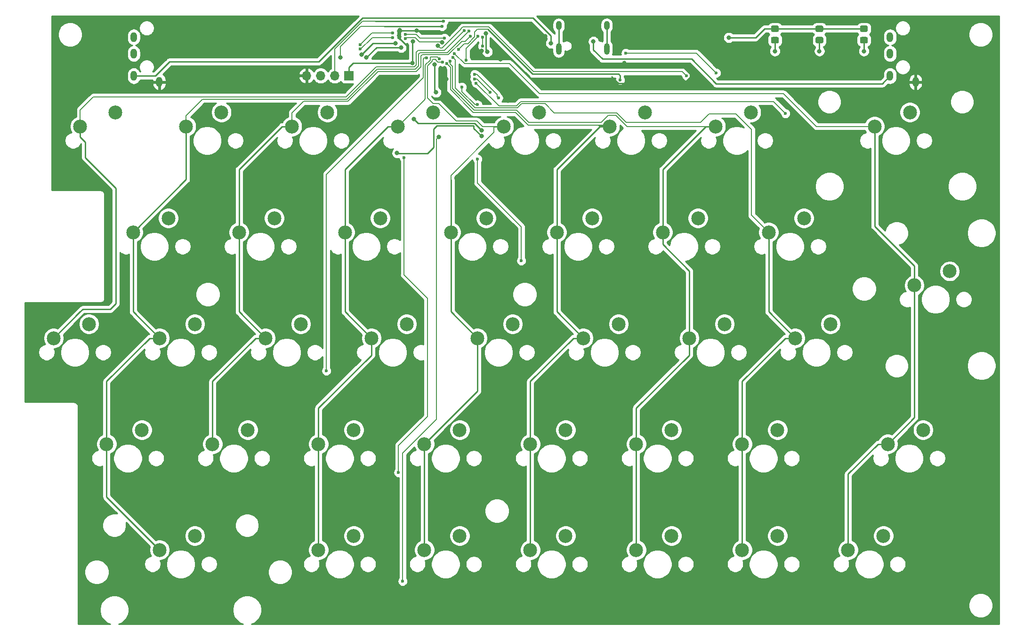
<source format=gbr>
%TF.GenerationSoftware,KiCad,Pcbnew,5.1.10*%
%TF.CreationDate,2021-08-04T22:26:14+02:00*%
%TF.ProjectId,keyboard,6b657962-6f61-4726-942e-6b696361645f,rev?*%
%TF.SameCoordinates,Original*%
%TF.FileFunction,Copper,L1,Top*%
%TF.FilePolarity,Positive*%
%FSLAX46Y46*%
G04 Gerber Fmt 4.6, Leading zero omitted, Abs format (unit mm)*
G04 Created by KiCad (PCBNEW 5.1.10) date 2021-08-04 22:26:14*
%MOMM*%
%LPD*%
G01*
G04 APERTURE LIST*
%TA.AperFunction,ComponentPad*%
%ADD10C,2.500000*%
%TD*%
%TA.AperFunction,ComponentPad*%
%ADD11O,1.000000X1.600000*%
%TD*%
%TA.AperFunction,ComponentPad*%
%ADD12O,1.000000X2.100000*%
%TD*%
%TA.AperFunction,ComponentPad*%
%ADD13R,1.700000X1.700000*%
%TD*%
%TA.AperFunction,ComponentPad*%
%ADD14O,1.700000X1.700000*%
%TD*%
%TA.AperFunction,ComponentPad*%
%ADD15O,1.200000X1.800000*%
%TD*%
%TA.AperFunction,ViaPad*%
%ADD16C,0.600000*%
%TD*%
%TA.AperFunction,ViaPad*%
%ADD17C,0.800000*%
%TD*%
%TA.AperFunction,Conductor*%
%ADD18C,0.250000*%
%TD*%
%TA.AperFunction,Conductor*%
%ADD19C,0.200000*%
%TD*%
%TA.AperFunction,Conductor*%
%ADD20C,0.254000*%
%TD*%
%TA.AperFunction,Conductor*%
%ADD21C,0.150000*%
%TD*%
G04 APERTURE END LIST*
D10*
%TO.P,SW9,2*%
%TO.N,N$9*%
X55162500Y-89389000D03*
%TO.P,SW9,1*%
%TO.N,COL1*%
X48812500Y-91929000D03*
%TD*%
%TO.P,SW8,2*%
%TO.N,N$8*%
X188512500Y-70339000D03*
%TO.P,SW8,1*%
%TO.N,COL8*%
X182162500Y-72879000D03*
%TD*%
%TO.P,SW7,2*%
%TO.N,N$7*%
X159937500Y-70339000D03*
%TO.P,SW7,1*%
%TO.N,COL6*%
X153587500Y-72879000D03*
%TD*%
%TO.P,SW6,2*%
%TO.N,N$6*%
X140887500Y-70339000D03*
%TO.P,SW6,1*%
%TO.N,COL5*%
X134537500Y-72879000D03*
%TD*%
%TO.P,SW5,2*%
%TO.N,N$5*%
X121837500Y-70339000D03*
%TO.P,SW5,1*%
%TO.N,COL4*%
X115487500Y-72879000D03*
%TD*%
%TO.P,SW4,2*%
%TO.N,N$4*%
X102787500Y-70339000D03*
%TO.P,SW4,1*%
%TO.N,COL3*%
X96437500Y-72879000D03*
%TD*%
%TO.P,SW39,2*%
%TO.N,N$39*%
X183750000Y-146539000D03*
%TO.P,SW39,1*%
%TO.N,COL8*%
X177400000Y-149079000D03*
%TD*%
%TO.P,SW38,2*%
%TO.N,N$38*%
X164700000Y-146539000D03*
%TO.P,SW38,1*%
%TO.N,COL7*%
X158350000Y-149079000D03*
%TD*%
%TO.P,SW37,2*%
%TO.N,N$37*%
X145650000Y-146539000D03*
%TO.P,SW37,1*%
%TO.N,COL6*%
X139300000Y-149079000D03*
%TD*%
%TO.P,SW36,2*%
%TO.N,N$36*%
X126600000Y-146539000D03*
%TO.P,SW36,1*%
%TO.N,COL5*%
X120250000Y-149079000D03*
%TD*%
%TO.P,SW35,2*%
%TO.N,N$35*%
X107550000Y-146539000D03*
%TO.P,SW35,1*%
%TO.N,COL4*%
X101200000Y-149079000D03*
%TD*%
%TO.P,SW34,2*%
%TO.N,N$34*%
X88500000Y-146539000D03*
%TO.P,SW34,1*%
%TO.N,COL3*%
X82150000Y-149079000D03*
%TD*%
%TO.P,SW33,2*%
%TO.N,N$33*%
X59925000Y-146539000D03*
%TO.P,SW33,1*%
%TO.N,COL1*%
X53575000Y-149079000D03*
%TD*%
%TO.P,SW32,2*%
%TO.N,N$32*%
X190893750Y-127489000D03*
%TO.P,SW32,1*%
%TO.N,COL8*%
X184543750Y-130029000D03*
%TD*%
%TO.P,SW31,2*%
%TO.N,N$31*%
X164700000Y-127489000D03*
%TO.P,SW31,1*%
%TO.N,COL7*%
X158350000Y-130029000D03*
%TD*%
%TO.P,SW30,2*%
%TO.N,N$30*%
X145650000Y-127489000D03*
%TO.P,SW30,1*%
%TO.N,COL6*%
X139300000Y-130029000D03*
%TD*%
%TO.P,SW3,2*%
%TO.N,N$3*%
X83737500Y-70339000D03*
%TO.P,SW3,1*%
%TO.N,COL2*%
X77387500Y-72879000D03*
%TD*%
%TO.P,SW29,2*%
%TO.N,N$29*%
X126600000Y-127489000D03*
%TO.P,SW29,1*%
%TO.N,COL5*%
X120250000Y-130029000D03*
%TD*%
%TO.P,SW28,2*%
%TO.N,N$28*%
X107550000Y-127489000D03*
%TO.P,SW28,1*%
%TO.N,COL4*%
X101200000Y-130029000D03*
%TD*%
%TO.P,SW27,2*%
%TO.N,N$27*%
X88500000Y-127489000D03*
%TO.P,SW27,1*%
%TO.N,COL3*%
X82150000Y-130029000D03*
%TD*%
%TO.P,SW26,2*%
%TO.N,N$26*%
X69450000Y-127489000D03*
%TO.P,SW26,1*%
%TO.N,COL2*%
X63100000Y-130029000D03*
%TD*%
%TO.P,SW25,2*%
%TO.N,N$25*%
X50400000Y-127489000D03*
%TO.P,SW25,1*%
%TO.N,COL1*%
X44050000Y-130029000D03*
%TD*%
%TO.P,SW24,2*%
%TO.N,N$24*%
X174225000Y-108439000D03*
%TO.P,SW24,1*%
%TO.N,COL7*%
X167875000Y-110979000D03*
%TD*%
%TO.P,SW23,2*%
%TO.N,N$23*%
X155175000Y-108439000D03*
%TO.P,SW23,1*%
%TO.N,COL6*%
X148825000Y-110979000D03*
%TD*%
%TO.P,SW22,2*%
%TO.N,N$22*%
X136125000Y-108439000D03*
%TO.P,SW22,1*%
%TO.N,COL5*%
X129775000Y-110979000D03*
%TD*%
%TO.P,SW21,2*%
%TO.N,N$21*%
X117075000Y-108439000D03*
%TO.P,SW21,1*%
%TO.N,COL4*%
X110725000Y-110979000D03*
%TD*%
%TO.P,SW20,2*%
%TO.N,N$20*%
X98025000Y-108439000D03*
%TO.P,SW20,1*%
%TO.N,COL3*%
X91675000Y-110979000D03*
%TD*%
%TO.P,SW2,2*%
%TO.N,N$2*%
X64687500Y-70339000D03*
%TO.P,SW2,1*%
%TO.N,COL1*%
X58337500Y-72879000D03*
%TD*%
%TO.P,SW19,2*%
%TO.N,N$19*%
X78975000Y-108439000D03*
%TO.P,SW19,1*%
%TO.N,COL2*%
X72625000Y-110979000D03*
%TD*%
%TO.P,SW18,2*%
%TO.N,N$18*%
X59925000Y-108439000D03*
%TO.P,SW18,1*%
%TO.N,COL1*%
X53575000Y-110979000D03*
%TD*%
%TO.P,SW17,2*%
%TO.N,N$17*%
X40875000Y-108439000D03*
%TO.P,SW17,1*%
%TO.N,COL0*%
X34525000Y-110979000D03*
%TD*%
%TO.P,SW16,2*%
%TO.N,N$16*%
X195656250Y-98914000D03*
%TO.P,SW16,1*%
%TO.N,COL8*%
X189306250Y-101454000D03*
%TD*%
%TO.P,SW15,2*%
%TO.N,N$15*%
X169462500Y-89389000D03*
%TO.P,SW15,1*%
%TO.N,COL7*%
X163112500Y-91929000D03*
%TD*%
%TO.P,SW14,2*%
%TO.N,N$14*%
X150412500Y-89389000D03*
%TO.P,SW14,1*%
%TO.N,COL6*%
X144062500Y-91929000D03*
%TD*%
%TO.P,SW13,2*%
%TO.N,N$13*%
X131362500Y-89389000D03*
%TO.P,SW13,1*%
%TO.N,COL5*%
X125012500Y-91929000D03*
%TD*%
%TO.P,SW12,2*%
%TO.N,N$12*%
X112312500Y-89389000D03*
%TO.P,SW12,1*%
%TO.N,COL4*%
X105962500Y-91929000D03*
%TD*%
%TO.P,SW11,2*%
%TO.N,N$11*%
X93262500Y-89389000D03*
%TO.P,SW11,1*%
%TO.N,COL3*%
X86912500Y-91929000D03*
%TD*%
%TO.P,SW10,2*%
%TO.N,N$10*%
X74212500Y-89389000D03*
%TO.P,SW10,1*%
%TO.N,COL2*%
X67862500Y-91929000D03*
%TD*%
%TO.P,SW1,2*%
%TO.N,N$1*%
X45637500Y-70339000D03*
%TO.P,SW1,1*%
%TO.N,COL0*%
X39287500Y-72879000D03*
%TD*%
D11*
%TO.P,J1,S1*%
%TO.N,Net-(J1-PadS1)*%
X134001001Y-54730999D03*
X125361001Y-54730999D03*
D12*
X125361001Y-58910999D03*
X134001001Y-58910999D03*
%TD*%
D13*
%TO.P,J2,1*%
%TO.N,+3V3*%
X87630000Y-63754000D03*
D14*
%TO.P,J2,2*%
%TO.N,/SWDIO*%
X85090000Y-63754000D03*
%TO.P,J2,3*%
%TO.N,/SWDCLK*%
X82550000Y-63754000D03*
%TO.P,J2,4*%
%TO.N,GND*%
X80010000Y-63754000D03*
%TD*%
D15*
%TO.P,J3,R2*%
%TO.N,/LEFT_RX*%
X48932000Y-56794000D03*
%TO.P,J3,R1*%
%TO.N,/LEFT_TX*%
X48932000Y-59794000D03*
%TO.P,J3,T*%
%TO.N,+5V*%
X48932000Y-63794000D03*
%TO.P,J3,S*%
%TO.N,GND*%
X53532000Y-64894000D03*
%TD*%
%TO.P,J4,S*%
%TO.N,GND*%
X189532000Y-64894000D03*
%TO.P,J4,T*%
%TO.N,+5V*%
X184932000Y-63794000D03*
%TO.P,J4,R1*%
%TO.N,/RIGHT_RX*%
X184932000Y-59794000D03*
%TO.P,J4,R2*%
%TO.N,/RIGHT_TX*%
X184932000Y-56794000D03*
%TD*%
%TO.P,LD1,2*%
%TO.N,+3V3*%
%TA.AperFunction,SMDPad,CuDef*%
G36*
G01*
X180682001Y-55874000D02*
X179781999Y-55874000D01*
G75*
G02*
X179532000Y-55624001I0J249999D01*
G01*
X179532000Y-54973999D01*
G75*
G02*
X179781999Y-54724000I249999J0D01*
G01*
X180682001Y-54724000D01*
G75*
G02*
X180932000Y-54973999I0J-249999D01*
G01*
X180932000Y-55624001D01*
G75*
G02*
X180682001Y-55874000I-249999J0D01*
G01*
G37*
%TD.AperFunction*%
%TO.P,LD1,1*%
%TO.N,Net-(LD1-Pad1)*%
%TA.AperFunction,SMDPad,CuDef*%
G36*
G01*
X180682001Y-57924000D02*
X179781999Y-57924000D01*
G75*
G02*
X179532000Y-57674001I0J249999D01*
G01*
X179532000Y-57023999D01*
G75*
G02*
X179781999Y-56774000I249999J0D01*
G01*
X180682001Y-56774000D01*
G75*
G02*
X180932000Y-57023999I0J-249999D01*
G01*
X180932000Y-57674001D01*
G75*
G02*
X180682001Y-57924000I-249999J0D01*
G01*
G37*
%TD.AperFunction*%
%TD*%
%TO.P,LD2,1*%
%TO.N,Net-(LD2-Pad1)*%
%TA.AperFunction,SMDPad,CuDef*%
G36*
G01*
X172682001Y-57924000D02*
X171781999Y-57924000D01*
G75*
G02*
X171532000Y-57674001I0J249999D01*
G01*
X171532000Y-57023999D01*
G75*
G02*
X171781999Y-56774000I249999J0D01*
G01*
X172682001Y-56774000D01*
G75*
G02*
X172932000Y-57023999I0J-249999D01*
G01*
X172932000Y-57674001D01*
G75*
G02*
X172682001Y-57924000I-249999J0D01*
G01*
G37*
%TD.AperFunction*%
%TO.P,LD2,2*%
%TO.N,+3V3*%
%TA.AperFunction,SMDPad,CuDef*%
G36*
G01*
X172682001Y-55874000D02*
X171781999Y-55874000D01*
G75*
G02*
X171532000Y-55624001I0J249999D01*
G01*
X171532000Y-54973999D01*
G75*
G02*
X171781999Y-54724000I249999J0D01*
G01*
X172682001Y-54724000D01*
G75*
G02*
X172932000Y-54973999I0J-249999D01*
G01*
X172932000Y-55624001D01*
G75*
G02*
X172682001Y-55874000I-249999J0D01*
G01*
G37*
%TD.AperFunction*%
%TD*%
%TO.P,LD3,1*%
%TO.N,Net-(LD3-Pad1)*%
%TA.AperFunction,SMDPad,CuDef*%
G36*
G01*
X164682001Y-57924000D02*
X163781999Y-57924000D01*
G75*
G02*
X163532000Y-57674001I0J249999D01*
G01*
X163532000Y-57023999D01*
G75*
G02*
X163781999Y-56774000I249999J0D01*
G01*
X164682001Y-56774000D01*
G75*
G02*
X164932000Y-57023999I0J-249999D01*
G01*
X164932000Y-57674001D01*
G75*
G02*
X164682001Y-57924000I-249999J0D01*
G01*
G37*
%TD.AperFunction*%
%TO.P,LD3,2*%
%TO.N,+3V3*%
%TA.AperFunction,SMDPad,CuDef*%
G36*
G01*
X164682001Y-55874000D02*
X163781999Y-55874000D01*
G75*
G02*
X163532000Y-55624001I0J249999D01*
G01*
X163532000Y-54973999D01*
G75*
G02*
X163781999Y-54724000I249999J0D01*
G01*
X164682001Y-54724000D01*
G75*
G02*
X164932000Y-54973999I0J-249999D01*
G01*
X164932000Y-55624001D01*
G75*
G02*
X164682001Y-55874000I-249999J0D01*
G01*
G37*
%TD.AperFunction*%
%TD*%
D16*
%TO.N,COL0*%
X108387771Y-55612937D03*
%TO.N,COL1*%
X109174282Y-55759238D03*
%TO.N,COL2*%
X109474000Y-56642000D03*
%TO.N,COL3*%
X103886000Y-60706000D03*
%TO.N,COL4*%
X104451687Y-61271687D03*
%TO.N,COL5*%
X105185032Y-61591387D03*
%TO.N,COL6*%
X105842813Y-61136055D03*
%TO.N,COL7*%
X106329074Y-60500797D03*
%TO.N,COL8*%
X106599764Y-59747983D03*
%TO.N,ROW0*%
X110236000Y-63500000D03*
X114512646Y-67760009D03*
%TO.N,ROW1*%
X107950000Y-65786000D03*
X110744000Y-68957980D03*
X110744000Y-78740000D03*
X118618000Y-97028000D03*
%TO.N,ROW2*%
X83566000Y-116840000D03*
X101620000Y-60582020D03*
%TO.N,ROW3*%
X97536000Y-78486000D03*
X96520000Y-135128000D03*
%TO.N,ROW4*%
X97282000Y-154686000D03*
D17*
X103760903Y-74757097D03*
%TO.N,+3V3*%
X99060000Y-61468000D03*
X112268000Y-56134000D03*
X112522000Y-59436000D03*
D16*
X137414000Y-59690000D03*
X153670000Y-63246000D03*
D17*
X99093879Y-57579692D03*
X155956000Y-56896000D03*
X103004348Y-61702300D03*
X103271000Y-66738000D03*
%TO.N,GND*%
X135128000Y-61976000D03*
X135128000Y-61976000D03*
X137160000Y-61468000D03*
X123444000Y-60198000D03*
X122936000Y-56642000D03*
X99785000Y-55626000D03*
X116840000Y-57658000D03*
X111484978Y-59299870D03*
X105160988Y-64358863D03*
X96794000Y-55589000D03*
X95778000Y-59880000D03*
X114897176Y-60826824D03*
X114828000Y-64984351D03*
X116225000Y-68262000D03*
X105303000Y-67246000D03*
X104800116Y-62404923D03*
X148737000Y-61912000D03*
D16*
%TO.N,/NRST*%
X107303874Y-59043874D03*
X136398000Y-64516000D03*
D17*
%TO.N,+5V*%
X123952000Y-57912000D03*
X131592000Y-57594000D03*
D16*
%TO.N,/SWDIO*%
X104648000Y-53965000D03*
X111643000Y-56804000D03*
X111643000Y-58413849D03*
%TO.N,/SWDCLK*%
X108712000Y-60960000D03*
X110836000Y-56623558D03*
X104394000Y-54864000D03*
D17*
X86106000Y-60452000D03*
%TO.N,/BOOT1*%
X103608485Y-58381986D03*
D16*
X148336000Y-63754000D03*
D17*
%TO.N,/LED_STATUS*%
X96012000Y-57912000D03*
X89916000Y-59944000D03*
X96286000Y-77660000D03*
X111521000Y-74612000D03*
%TO.N,/LED1*%
X97028000Y-58674000D03*
X90748051Y-60498701D03*
X99334000Y-71564000D03*
X111521000Y-73596000D03*
D16*
%TO.N,/RIGHT_TX*%
X110260263Y-64324266D03*
X112999016Y-66687281D03*
%TO.N,/RIGHT_RX*%
X110509814Y-65084350D03*
X166136000Y-70548000D03*
D17*
%TO.N,/LEFT_TX*%
X104397644Y-57767794D03*
D16*
X89662000Y-58966003D03*
X97743878Y-57099306D03*
X95499737Y-56894266D03*
%TO.N,/LEFT_RX*%
X104810000Y-56967816D03*
X89662000Y-58166000D03*
X97743878Y-56279691D03*
X95524000Y-56070000D03*
D17*
%TO.N,Net-(LD1-Pad1)*%
X180232000Y-59324000D03*
%TO.N,Net-(LD2-Pad1)*%
X172232000Y-59324000D03*
%TO.N,Net-(LD3-Pad1)*%
X164232000Y-59324000D03*
%TD*%
D18*
%TO.N,COL0*%
X39287500Y-72879000D02*
X39287500Y-74737500D01*
X39287500Y-74737500D02*
X40210000Y-75660000D01*
X40210000Y-75660000D02*
X40210000Y-78470000D01*
X45710000Y-83970000D02*
X45710000Y-104750000D01*
X40210000Y-78470000D02*
X45710000Y-83970000D01*
X45710000Y-104750000D02*
X44700000Y-105760000D01*
X39744000Y-105760000D02*
X39032000Y-106472000D01*
X44700000Y-105760000D02*
X39744000Y-105760000D01*
X39032000Y-106472000D02*
X34525000Y-110979000D01*
X39287500Y-106216500D02*
X39032000Y-106472000D01*
D19*
X39287500Y-69932500D02*
X39287500Y-72879000D01*
X87122000Y-67564000D02*
X41656000Y-67564000D01*
X92517999Y-62168001D02*
X87122000Y-67564000D01*
X99396001Y-62168001D02*
X92517999Y-62168001D01*
X99760001Y-61804001D02*
X99396001Y-62168001D01*
X99760001Y-59497999D02*
X99760001Y-61804001D01*
X100076000Y-59182000D02*
X99760001Y-59497999D01*
X41656000Y-67564000D02*
X39287500Y-69932500D01*
X104818708Y-59182000D02*
X100076000Y-59182000D01*
X108387771Y-55612937D02*
X104818708Y-59182000D01*
D18*
%TO.N,COL1*%
X58337500Y-82404000D02*
X48812500Y-91929000D01*
X58337500Y-72879000D02*
X58337500Y-82404000D01*
X48812500Y-106216500D02*
X53575000Y-110979000D01*
X48812500Y-91929000D02*
X48812500Y-106216500D01*
X44050000Y-118736234D02*
X44050000Y-130029000D01*
X51807234Y-110979000D02*
X44050000Y-118736234D01*
X53575000Y-110979000D02*
X51807234Y-110979000D01*
X44050000Y-139554000D02*
X53575000Y-149079000D01*
X44050000Y-130029000D02*
X44050000Y-139554000D01*
D19*
X61321990Y-67964010D02*
X58337500Y-70948500D01*
X92683687Y-62568011D02*
X87287688Y-67964010D01*
X87287688Y-67964010D02*
X61321990Y-67964010D01*
X99561690Y-62568011D02*
X92683687Y-62568011D01*
X58337500Y-70948500D02*
X58337500Y-72879000D01*
X100160011Y-59859989D02*
X100160011Y-61969690D01*
X100437990Y-59582010D02*
X100160011Y-59859989D01*
X100160011Y-61969690D02*
X99561690Y-62568011D01*
X105351510Y-59582010D02*
X100437990Y-59582010D01*
X109174282Y-55759238D02*
X105351510Y-59582010D01*
D18*
%TO.N,COL2*%
X67862500Y-80636234D02*
X67862500Y-91929000D01*
X75619734Y-72879000D02*
X67862500Y-80636234D01*
X77387500Y-72879000D02*
X75619734Y-72879000D01*
X67862500Y-106216500D02*
X72625000Y-110979000D01*
X67862500Y-91929000D02*
X67862500Y-106216500D01*
X63100000Y-118736234D02*
X63100000Y-130029000D01*
X70857234Y-110979000D02*
X63100000Y-118736234D01*
X72625000Y-110979000D02*
X70857234Y-110979000D01*
D19*
X77387500Y-70440500D02*
X77387500Y-72879000D01*
X79463980Y-68364020D02*
X77387500Y-70440500D01*
X92849375Y-62968021D02*
X87453376Y-68364020D01*
X99727379Y-62968021D02*
X92849375Y-62968021D01*
X100560021Y-62135379D02*
X99727379Y-62968021D01*
X100560021Y-60221979D02*
X100560021Y-62135379D01*
X87453376Y-68364020D02*
X87337980Y-68364020D01*
X100799980Y-59982020D02*
X100560021Y-60221979D01*
X105517199Y-59982020D02*
X100799980Y-59982020D01*
X107895609Y-57603609D02*
X105517199Y-59982020D01*
X108512391Y-57603609D02*
X107895609Y-57603609D01*
X87337980Y-68364020D02*
X79463980Y-68364020D01*
X109474000Y-56642000D02*
X108512391Y-57603609D01*
D18*
%TO.N,COL3*%
X94669734Y-72879000D02*
X86912500Y-80636234D01*
X86912500Y-80636234D02*
X86912500Y-91929000D01*
X96437500Y-72879000D02*
X94669734Y-72879000D01*
X86912500Y-106216500D02*
X91675000Y-110979000D01*
X86912500Y-91929000D02*
X86912500Y-106216500D01*
X82150000Y-123550002D02*
X82150000Y-130029000D01*
X91675000Y-114025002D02*
X82150000Y-123550002D01*
X91675000Y-110979000D02*
X91675000Y-114025002D01*
X82150000Y-130029000D02*
X82150000Y-149079000D01*
D19*
X101366000Y-67950500D02*
X101146750Y-68169750D01*
X101366000Y-61785000D02*
X101366000Y-67950500D01*
X101146750Y-68169750D02*
X96437500Y-72879000D01*
X102220001Y-60382030D02*
X102220001Y-60734001D01*
X103562030Y-60382030D02*
X102220001Y-60382030D01*
X103886000Y-60706000D02*
X103562030Y-60382030D01*
X102220001Y-60930998D02*
X101366000Y-61784999D01*
X102220001Y-60734001D02*
X102220001Y-60930998D01*
D18*
%TO.N,COL4*%
X105962500Y-106216500D02*
X110725000Y-110979000D01*
X105962500Y-91929000D02*
X105962500Y-106216500D01*
X110725000Y-120504000D02*
X101200000Y-130029000D01*
X110725000Y-110979000D02*
X110725000Y-120504000D01*
X101200000Y-130029000D02*
X101200000Y-149079000D01*
X114027000Y-72879000D02*
X113719734Y-72879000D01*
X115487500Y-72879000D02*
X114027000Y-72879000D01*
D19*
X105962500Y-81699500D02*
X105962500Y-82461500D01*
X113719734Y-73942266D02*
X105962500Y-81699500D01*
X113719734Y-72879000D02*
X113719734Y-73942266D01*
D18*
X105962500Y-82461500D02*
X105962500Y-91929000D01*
D19*
X110681864Y-71900990D02*
X111659874Y-72879000D01*
X106909990Y-71900990D02*
X110681864Y-71900990D01*
X111659874Y-72879000D02*
X114027000Y-72879000D01*
X104477500Y-69468500D02*
X106909990Y-71900990D01*
X104100116Y-69091116D02*
X104477500Y-69468500D01*
X104451687Y-69442687D02*
X104477500Y-69468500D01*
X104208315Y-61271687D02*
X104174001Y-61306001D01*
X104451687Y-61271687D02*
X104208315Y-61271687D01*
X103797999Y-68788999D02*
X104451687Y-69442687D01*
X102781999Y-68788999D02*
X103797999Y-68788999D01*
X101766010Y-67773010D02*
X102781999Y-68788999D01*
X101766010Y-61950688D02*
X101766010Y-67773010D01*
X103597999Y-61306001D02*
X103285999Y-60994001D01*
X104174001Y-61306001D02*
X103597999Y-61306001D01*
X103285999Y-60783999D02*
X103284040Y-60782040D01*
X103285999Y-60994001D02*
X103285999Y-60783999D01*
X103284040Y-60782040D02*
X102749960Y-60782040D01*
X102620011Y-61096687D02*
X101804697Y-61912000D01*
X102620011Y-60911989D02*
X102620011Y-61096687D01*
X102749960Y-60782040D02*
X102620011Y-60911989D01*
D18*
%TO.N,COL5*%
X125012500Y-80636234D02*
X125012500Y-91929000D01*
X132769734Y-72879000D02*
X125012500Y-80636234D01*
X125012500Y-106216500D02*
X129775000Y-110979000D01*
X125012500Y-91929000D02*
X125012500Y-106216500D01*
X128007234Y-110979000D02*
X120250000Y-118736234D01*
X120250000Y-118736234D02*
X120250000Y-130029000D01*
X129775000Y-110979000D02*
X128007234Y-110979000D01*
X120250000Y-130029000D02*
X120250000Y-149079000D01*
D19*
X117602000Y-70358000D02*
X119888000Y-72644000D01*
X134302500Y-72644000D02*
X134537500Y-72879000D01*
D18*
X133077000Y-72879000D02*
X132769734Y-72879000D01*
D19*
X132842000Y-72644000D02*
X133077000Y-72879000D01*
X133096000Y-72644000D02*
X133331000Y-72879000D01*
D18*
X133331000Y-72879000D02*
X133077000Y-72879000D01*
X134537500Y-72879000D02*
X133331000Y-72879000D01*
D19*
X132842000Y-72644000D02*
X133096000Y-72644000D01*
X133096000Y-72644000D02*
X134302500Y-72644000D01*
X132588000Y-72697266D02*
X132769734Y-72879000D01*
X132588000Y-72644000D02*
X132588000Y-72697266D01*
X119888000Y-72644000D02*
X132588000Y-72644000D01*
X132588000Y-72644000D02*
X132842000Y-72644000D01*
X132842000Y-72806734D02*
X132769734Y-72879000D01*
X132842000Y-72644000D02*
X132842000Y-72806734D01*
X105860989Y-62267344D02*
X105860989Y-66236989D01*
X105185032Y-61591387D02*
X105860989Y-62267344D01*
X105860989Y-66236989D02*
X109982000Y-70358000D01*
X109982000Y-70358000D02*
X114046000Y-70358000D01*
X114046000Y-70358000D02*
X117602000Y-70358000D01*
X113951645Y-70358000D02*
X114046000Y-70358000D01*
D18*
%TO.N,COL6*%
X144062500Y-80636234D02*
X144062500Y-91929000D01*
X151819734Y-72879000D02*
X144062500Y-80636234D01*
X153587500Y-72879000D02*
X151819734Y-72879000D01*
X148825000Y-98862502D02*
X148825000Y-110979000D01*
X144062500Y-94100002D02*
X148825000Y-98862502D01*
X144062500Y-91929000D02*
X144062500Y-94100002D01*
X139300000Y-123550002D02*
X139300000Y-130029000D01*
X148825000Y-114025002D02*
X139300000Y-123550002D01*
X148825000Y-110979000D02*
X148825000Y-114025002D01*
X139300000Y-130029000D02*
X139300000Y-149079000D01*
D19*
X137649000Y-72879000D02*
X153587500Y-72879000D01*
X135636000Y-70866000D02*
X137649000Y-72879000D01*
X134256498Y-70866000D02*
X135636000Y-70866000D01*
X132987499Y-72134999D02*
X134256498Y-70866000D01*
X119944697Y-72134999D02*
X132987499Y-72134999D01*
X117767689Y-69957990D02*
X119944697Y-72134999D01*
X110147688Y-69957990D02*
X117767689Y-69957990D01*
X106260997Y-66071299D02*
X110147688Y-69957990D01*
X106260997Y-62101654D02*
X106260997Y-66071299D01*
X105842813Y-61683470D02*
X106260997Y-62101654D01*
X105842813Y-61136055D02*
X105842813Y-61683470D01*
D18*
%TO.N,COL7*%
X163112500Y-106216500D02*
X167875000Y-110979000D01*
X163112500Y-91929000D02*
X163112500Y-106216500D01*
X158350000Y-118736234D02*
X158350000Y-130029000D01*
X166107234Y-110979000D02*
X158350000Y-118736234D01*
X167875000Y-110979000D02*
X166107234Y-110979000D01*
X158350000Y-130029000D02*
X158350000Y-149079000D01*
D19*
X106329074Y-60500797D02*
X106728201Y-60899924D01*
X160020000Y-88836500D02*
X163112500Y-91929000D01*
X106728201Y-65972805D02*
X110313376Y-69557980D01*
X106728201Y-60899924D02*
X106728201Y-65972805D01*
X118702359Y-68788999D02*
X122890999Y-68788999D01*
X124567990Y-70465990D02*
X135801689Y-70465990D01*
X122890999Y-68788999D02*
X124567990Y-70465990D01*
X110313376Y-69557980D02*
X117933378Y-69557980D01*
X135801689Y-70465990D02*
X137470697Y-72134999D01*
X137470697Y-72134999D02*
X150877001Y-72134999D01*
X117933378Y-69557980D02*
X118702359Y-68788999D01*
X150877001Y-72134999D02*
X152400000Y-70612000D01*
X160020000Y-73406000D02*
X160020000Y-88836500D01*
X152400000Y-70612000D02*
X157226000Y-70612000D01*
X157226000Y-70612000D02*
X160020000Y-73406000D01*
D18*
%TO.N,COL8*%
X189306250Y-97967522D02*
X189306250Y-101454000D01*
X182162500Y-90823772D02*
X189306250Y-97967522D01*
X182162500Y-72879000D02*
X182162500Y-90823772D01*
X189306250Y-125266500D02*
X184543750Y-130029000D01*
X189306250Y-101454000D02*
X189306250Y-125266500D01*
X177400000Y-135404984D02*
X177400000Y-149079000D01*
X182775984Y-130029000D02*
X177400000Y-135404984D01*
X184543750Y-130029000D02*
X182775984Y-130029000D01*
D19*
X171685000Y-72879000D02*
X182162500Y-72879000D01*
X165798000Y-66992000D02*
X167364000Y-68558000D01*
X121940000Y-66992000D02*
X165798000Y-66992000D01*
X116508001Y-61560001D02*
X121940000Y-66992000D01*
X106599764Y-59747983D02*
X108411782Y-61560001D01*
X167364000Y-68558000D02*
X171685000Y-72879000D01*
X108411782Y-61560001D02*
X116508001Y-61560001D01*
X167132000Y-68326000D02*
X167364000Y-68558000D01*
%TO.N,ROW0*%
X114300000Y-67139736D02*
X114300000Y-67310000D01*
X110660264Y-63500000D02*
X114300000Y-67139736D01*
X110236000Y-63500000D02*
X110660264Y-63500000D01*
X114300000Y-67547363D02*
X114512646Y-67760009D01*
X114300000Y-67310000D02*
X114300000Y-67547363D01*
%TO.N,ROW1*%
X110744000Y-78740000D02*
X110744000Y-83058000D01*
X118618000Y-90932000D02*
X118618000Y-97028000D01*
X110744000Y-83058000D02*
X118618000Y-90932000D01*
X107950000Y-65786000D02*
X107950000Y-66628906D01*
X110279074Y-68957980D02*
X110744000Y-68957980D01*
X107950000Y-66628906D02*
X110279074Y-68957980D01*
%TO.N,ROW2*%
X83566000Y-81534000D02*
X83566000Y-116840000D01*
X101620000Y-60582020D02*
X101147011Y-60582020D01*
X100960031Y-60769000D02*
X100960031Y-64139969D01*
X101147011Y-60582020D02*
X100960031Y-60769000D01*
X100181500Y-64918500D02*
X83566000Y-81534000D01*
X100960031Y-64139969D02*
X100181500Y-64918500D01*
%TO.N,ROW3*%
X97536000Y-78486000D02*
X97536000Y-99568000D01*
X101740001Y-103772001D02*
X101740001Y-125081999D01*
X97536000Y-99568000D02*
X101740001Y-103772001D01*
X96520000Y-130302000D02*
X96520000Y-135128000D01*
X101740001Y-125081999D02*
X96520000Y-130302000D01*
%TO.N,ROW4*%
X97282000Y-131652998D02*
X97282000Y-154686000D01*
X103360904Y-125574094D02*
X103206499Y-125728499D01*
X103760903Y-74757097D02*
X103360904Y-75157096D01*
X103206499Y-125728499D02*
X97282000Y-131652998D01*
X103360904Y-75157096D02*
X103360904Y-125574094D01*
D18*
%TO.N,+3V3*%
X112268000Y-59182000D02*
X112522000Y-59436000D01*
X112268000Y-56134000D02*
X112268000Y-59182000D01*
D19*
X150114000Y-59690000D02*
X153670000Y-63246000D01*
X137414000Y-59690000D02*
X150114000Y-59690000D01*
D18*
X99060000Y-57613571D02*
X99093879Y-57579692D01*
X99060000Y-61468000D02*
X99060000Y-57613571D01*
X87630000Y-62230000D02*
X87630000Y-63754000D01*
X88392000Y-61468000D02*
X87630000Y-62230000D01*
X99060000Y-61468000D02*
X88392000Y-61468000D01*
X155956000Y-56896000D02*
X160738000Y-56896000D01*
X162335000Y-55299000D02*
X164232000Y-55299000D01*
X160738000Y-56896000D02*
X162335000Y-55299000D01*
X164232000Y-55299000D02*
X180232000Y-55299000D01*
X103004348Y-66471348D02*
X103271000Y-66738000D01*
X103004348Y-61702300D02*
X103004348Y-66471348D01*
%TO.N,GND*%
X136097999Y-65141001D02*
X134850006Y-63893008D01*
X148961001Y-64054001D02*
X147874001Y-65141001D01*
X148961001Y-63453999D02*
X148961001Y-64054001D01*
X147874001Y-65141001D02*
X136097999Y-65141001D01*
X147483002Y-61976000D02*
X148961001Y-63453999D01*
X96831000Y-55626000D02*
X96794000Y-55589000D01*
X99785000Y-55626000D02*
X96831000Y-55626000D01*
X96794000Y-57074430D02*
X98064000Y-58344430D01*
X96794000Y-55589000D02*
X96794000Y-57074430D01*
X112446247Y-60826824D02*
X114897176Y-60826824D01*
X111484978Y-59865555D02*
X112446247Y-60826824D01*
X111484978Y-59299870D02*
X111484978Y-59865555D01*
D19*
X136735000Y-61893000D02*
X136735000Y-61976000D01*
X137160000Y-61468000D02*
X136735000Y-61893000D01*
D18*
X136735000Y-61976000D02*
X147483002Y-61976000D01*
X135128000Y-61976000D02*
X136735000Y-61976000D01*
D19*
X116225000Y-66381351D02*
X116225000Y-68262000D01*
X114828000Y-64984351D02*
X116225000Y-66381351D01*
D18*
X105160988Y-67103988D02*
X105303000Y-67246000D01*
X105160988Y-64358863D02*
X105160988Y-67103988D01*
D19*
X105160988Y-62765795D02*
X104800116Y-62404923D01*
X105160988Y-64358863D02*
X105160988Y-62765795D01*
D18*
X147547002Y-61912000D02*
X147483002Y-61976000D01*
X148737000Y-61912000D02*
X147547002Y-61912000D01*
%TO.N,/NRST*%
X112616001Y-55408999D02*
X120650000Y-63442998D01*
X120650000Y-63442998D02*
X136086998Y-63442998D01*
X136398000Y-63754000D02*
X136398000Y-64516000D01*
X136086998Y-63442998D02*
X136398000Y-63754000D01*
D19*
X107303874Y-59043874D02*
X108344129Y-58003619D01*
X109000383Y-58003619D02*
X110236000Y-56768002D01*
X108344129Y-58003619D02*
X109000383Y-58003619D01*
X110236000Y-55880000D02*
X110732001Y-55383999D01*
X110236000Y-56768002D02*
X110236000Y-55880000D01*
X112533999Y-55383999D02*
X112002001Y-55383999D01*
X112616001Y-55408999D02*
X112558999Y-55408999D01*
X112558999Y-55408999D02*
X112533999Y-55383999D01*
X112002001Y-55383999D02*
X112014000Y-55383999D01*
X110732001Y-55383999D02*
X112002001Y-55383999D01*
D18*
%TO.N,+5V*%
X52792000Y-63794000D02*
X48932000Y-63794000D01*
X55372000Y-61214000D02*
X52792000Y-63794000D01*
X82202946Y-61214000D02*
X55372000Y-61214000D01*
X90076947Y-53339999D02*
X82202946Y-61214000D01*
X120707001Y-53339999D02*
X90076947Y-53339999D01*
X123952000Y-56584998D02*
X120707001Y-53339999D01*
X123952000Y-57912000D02*
X123952000Y-56584998D01*
X131592000Y-57594000D02*
X131592000Y-59118000D01*
X133216999Y-60742999D02*
X149218999Y-60742999D01*
X131592000Y-59118000D02*
X133216999Y-60742999D01*
X149218999Y-60742999D02*
X153690000Y-65214000D01*
X183512000Y-65214000D02*
X184932000Y-63794000D01*
X153690000Y-65214000D02*
X183512000Y-65214000D01*
%TO.N,Net-(J1-PadS1)*%
X125361001Y-54730999D02*
X125361001Y-58910999D01*
X134001001Y-54730999D02*
X134001001Y-58910999D01*
D19*
%TO.N,/SWDIO*%
X111643000Y-58029000D02*
X111643000Y-56804000D01*
D18*
X104648000Y-53965000D02*
X92339000Y-53965000D01*
D19*
X92339000Y-53965000D02*
X90053000Y-53965000D01*
X85090000Y-58928000D02*
X85090000Y-63754000D01*
X90053000Y-53965000D02*
X85090000Y-58928000D01*
X111643000Y-58413849D02*
X111643000Y-58029000D01*
%TO.N,/SWDCLK*%
X110836000Y-56733700D02*
X110836000Y-56623558D01*
X108712000Y-58857700D02*
X110836000Y-56733700D01*
X108712000Y-60960000D02*
X108712000Y-58857700D01*
D18*
X104394000Y-54864000D02*
X93980000Y-54864000D01*
D19*
X86106000Y-58477698D02*
X86106000Y-60452000D01*
X89719698Y-54864000D02*
X86106000Y-58477698D01*
X93980000Y-54864000D02*
X89719698Y-54864000D01*
%TO.N,/BOOT1*%
X108128717Y-54983989D02*
X112792045Y-54983989D01*
X107787770Y-55324936D02*
X108128717Y-54983989D01*
X107787770Y-55413670D02*
X107787770Y-55324936D01*
X104419455Y-58781985D02*
X107787770Y-55413670D01*
X104008484Y-58781985D02*
X104419455Y-58781985D01*
X103608485Y-58381986D02*
X104008484Y-58781985D01*
X120826044Y-63017988D02*
X147599988Y-63017988D01*
X112792045Y-54983989D02*
X120826044Y-63017988D01*
X147599988Y-63017988D02*
X148336000Y-63754000D01*
D18*
%TO.N,/LED_STATUS*%
X91948000Y-57912000D02*
X89916000Y-59944000D01*
X96012000Y-57912000D02*
X91948000Y-57912000D01*
X96370001Y-77744001D02*
X101789999Y-77744001D01*
X96286000Y-77660000D02*
X96370001Y-77744001D01*
X101789999Y-77744001D02*
X102890000Y-76644000D01*
X102890000Y-76644000D02*
X102890000Y-73596000D01*
X102890000Y-73342000D02*
X103455990Y-72776010D01*
X102890000Y-73596000D02*
X102890000Y-73342000D01*
X103455990Y-72776010D02*
X110064600Y-72776010D01*
X111463998Y-74612000D02*
X111521000Y-74612000D01*
X110064600Y-73212602D02*
X111463998Y-74612000D01*
X110064600Y-72776010D02*
X110064600Y-73212602D01*
%TO.N,/LED1*%
X92572752Y-58674000D02*
X90748051Y-60498701D01*
X97028000Y-58674000D02*
X92572752Y-58674000D01*
X110451999Y-72526999D02*
X111521000Y-73596000D01*
X110251000Y-72326000D02*
X110451999Y-72526999D01*
X100096000Y-72326000D02*
X110251000Y-72326000D01*
X99334000Y-71564000D02*
X100096000Y-72326000D01*
D19*
%TO.N,/RIGHT_TX*%
X110636001Y-64324266D02*
X112999016Y-66687281D01*
X110260263Y-64324266D02*
X110636001Y-64324266D01*
%TO.N,/RIGHT_RX*%
X110509814Y-65084350D02*
X114583434Y-69157970D01*
X114583434Y-69157970D02*
X117742030Y-69157970D01*
X163976989Y-68388989D02*
X166136000Y-70548000D01*
X118511011Y-68388989D02*
X163976989Y-68388989D01*
X117742030Y-69157970D02*
X118511011Y-68388989D01*
%TO.N,/LEFT_TX*%
X104397644Y-57767794D02*
X104030295Y-57767794D01*
X103944486Y-57681985D02*
X100353985Y-57681985D01*
X104030295Y-57767794D02*
X103944486Y-57681985D01*
X100353985Y-57681985D02*
X100076000Y-57404000D01*
X99551691Y-56879691D02*
X99822000Y-57150000D01*
X89662000Y-58966003D02*
X89749999Y-58966003D01*
X100076000Y-57404000D02*
X99822000Y-57150000D01*
X97963493Y-56879691D02*
X97743878Y-57099306D01*
X99551691Y-56879691D02*
X97963493Y-56879691D01*
X91821736Y-56894266D02*
X91672001Y-57044001D01*
X95499737Y-56894266D02*
X91821736Y-56894266D01*
X89749999Y-58966003D02*
X91672001Y-57044001D01*
%TO.N,/LEFT_RX*%
X104810000Y-56967816D02*
X100401816Y-56967816D01*
X100401816Y-56967816D02*
X100330000Y-56896000D01*
X100401816Y-56967816D02*
X99760001Y-56326001D01*
X91501999Y-56326001D02*
X89662000Y-58166000D01*
X98061999Y-56326001D02*
X97790188Y-56326001D01*
X99760001Y-56326001D02*
X98061999Y-56326001D01*
X97790188Y-56326001D02*
X97743878Y-56279691D01*
X91758000Y-56070000D02*
X91501999Y-56326001D01*
X95524000Y-56070000D02*
X91758000Y-56070000D01*
D18*
%TO.N,Net-(LD1-Pad1)*%
X180232000Y-59324000D02*
X180232000Y-57349000D01*
%TO.N,Net-(LD2-Pad1)*%
X172232000Y-57349000D02*
X172232000Y-59324000D01*
%TO.N,Net-(LD3-Pad1)*%
X164232000Y-59324000D02*
X164232000Y-57349000D01*
%TD*%
D20*
%TO.N,GND*%
X81888145Y-60454000D02*
X55409322Y-60454000D01*
X55372000Y-60450324D01*
X55334677Y-60454000D01*
X55334667Y-60454000D01*
X55223014Y-60464997D01*
X55093586Y-60504258D01*
X55079753Y-60508454D01*
X54947723Y-60579026D01*
X54886395Y-60629357D01*
X54831999Y-60673999D01*
X54808201Y-60702997D01*
X52477199Y-63034000D01*
X52336455Y-63034000D01*
X52459371Y-62850043D01*
X52563775Y-62597989D01*
X52617000Y-62330411D01*
X52617000Y-62057589D01*
X52563775Y-61790011D01*
X52459371Y-61537957D01*
X52307799Y-61311114D01*
X52114886Y-61118201D01*
X51888043Y-60966629D01*
X51635989Y-60862225D01*
X51368411Y-60809000D01*
X51095589Y-60809000D01*
X50828011Y-60862225D01*
X50575957Y-60966629D01*
X50349114Y-61118201D01*
X50156201Y-61311114D01*
X50004629Y-61537957D01*
X49900225Y-61790011D01*
X49847000Y-62057589D01*
X49847000Y-62330411D01*
X49900225Y-62597989D01*
X50004629Y-62850043D01*
X50127545Y-63034000D01*
X50083031Y-63034000D01*
X50078511Y-63019099D01*
X49963833Y-62804551D01*
X49809502Y-62616498D01*
X49621449Y-62462167D01*
X49406901Y-62347489D01*
X49174102Y-62276870D01*
X48932000Y-62253025D01*
X48689899Y-62276870D01*
X48457100Y-62347489D01*
X48242552Y-62462167D01*
X48054499Y-62616498D01*
X47900168Y-62804551D01*
X47785489Y-63019099D01*
X47714870Y-63251898D01*
X47697000Y-63433335D01*
X47697000Y-64154664D01*
X47714870Y-64336101D01*
X47785489Y-64568900D01*
X47900167Y-64783448D01*
X48054498Y-64971502D01*
X48242551Y-65125833D01*
X48457099Y-65240511D01*
X48689898Y-65311130D01*
X48932000Y-65334975D01*
X49174101Y-65311130D01*
X49406900Y-65240511D01*
X49621448Y-65125833D01*
X49749188Y-65021000D01*
X52297000Y-65021000D01*
X52297000Y-65321000D01*
X52345507Y-65559496D01*
X52439610Y-65783946D01*
X52575693Y-65985725D01*
X52748526Y-66157078D01*
X52951467Y-66291421D01*
X53176718Y-66383591D01*
X53214391Y-66387462D01*
X53405000Y-66262731D01*
X53405000Y-65021000D01*
X53659000Y-65021000D01*
X53659000Y-66262731D01*
X53849609Y-66387462D01*
X53887282Y-66383591D01*
X54112533Y-66291421D01*
X54315474Y-66157078D01*
X54488307Y-65985725D01*
X54624390Y-65783946D01*
X54718493Y-65559496D01*
X54767000Y-65321000D01*
X54767000Y-65021000D01*
X53659000Y-65021000D01*
X53405000Y-65021000D01*
X52297000Y-65021000D01*
X49749188Y-65021000D01*
X49809502Y-64971502D01*
X49963833Y-64783449D01*
X50078511Y-64568901D01*
X50083031Y-64554000D01*
X52297000Y-64554000D01*
X52297000Y-64767000D01*
X53405000Y-64767000D01*
X53405000Y-64747000D01*
X53659000Y-64747000D01*
X53659000Y-64767000D01*
X54767000Y-64767000D01*
X54767000Y-64467000D01*
X54718493Y-64228504D01*
X54669183Y-64110891D01*
X78568519Y-64110891D01*
X78665843Y-64385252D01*
X78814822Y-64635355D01*
X79009731Y-64851588D01*
X79243080Y-65025641D01*
X79505901Y-65150825D01*
X79653110Y-65195476D01*
X79883000Y-65074155D01*
X79883000Y-63881000D01*
X78689186Y-63881000D01*
X78568519Y-64110891D01*
X54669183Y-64110891D01*
X54624390Y-64004054D01*
X54488307Y-63802275D01*
X54315474Y-63630922D01*
X54143634Y-63517167D01*
X54263692Y-63397109D01*
X78568519Y-63397109D01*
X78689186Y-63627000D01*
X79883000Y-63627000D01*
X79883000Y-62433845D01*
X79653110Y-62312524D01*
X79505901Y-62357175D01*
X79243080Y-62482359D01*
X79009731Y-62656412D01*
X78814822Y-62872645D01*
X78665843Y-63122748D01*
X78568519Y-63397109D01*
X54263692Y-63397109D01*
X55686802Y-61974000D01*
X82165624Y-61974000D01*
X82202946Y-61977676D01*
X82240268Y-61974000D01*
X82240279Y-61974000D01*
X82351932Y-61963003D01*
X82495193Y-61919546D01*
X82627222Y-61848974D01*
X82742947Y-61754001D01*
X82766750Y-61724997D01*
X84355000Y-60136747D01*
X84355001Y-62459117D01*
X84143368Y-62600525D01*
X83936525Y-62807368D01*
X83820000Y-62981760D01*
X83703475Y-62807368D01*
X83496632Y-62600525D01*
X83253411Y-62438010D01*
X82983158Y-62326068D01*
X82696260Y-62269000D01*
X82403740Y-62269000D01*
X82116842Y-62326068D01*
X81846589Y-62438010D01*
X81603368Y-62600525D01*
X81396525Y-62807368D01*
X81274805Y-62989534D01*
X81205178Y-62872645D01*
X81010269Y-62656412D01*
X80776920Y-62482359D01*
X80514099Y-62357175D01*
X80366890Y-62312524D01*
X80137000Y-62433845D01*
X80137000Y-63627000D01*
X80157000Y-63627000D01*
X80157000Y-63881000D01*
X80137000Y-63881000D01*
X80137000Y-65074155D01*
X80366890Y-65195476D01*
X80514099Y-65150825D01*
X80776920Y-65025641D01*
X81010269Y-64851588D01*
X81205178Y-64635355D01*
X81274805Y-64518466D01*
X81396525Y-64700632D01*
X81603368Y-64907475D01*
X81846589Y-65069990D01*
X82116842Y-65181932D01*
X82403740Y-65239000D01*
X82696260Y-65239000D01*
X82983158Y-65181932D01*
X83253411Y-65069990D01*
X83496632Y-64907475D01*
X83703475Y-64700632D01*
X83820000Y-64526240D01*
X83936525Y-64700632D01*
X84143368Y-64907475D01*
X84386589Y-65069990D01*
X84656842Y-65181932D01*
X84943740Y-65239000D01*
X85236260Y-65239000D01*
X85523158Y-65181932D01*
X85793411Y-65069990D01*
X86036632Y-64907475D01*
X86168487Y-64775620D01*
X86190498Y-64848180D01*
X86249463Y-64958494D01*
X86328815Y-65055185D01*
X86425506Y-65134537D01*
X86535820Y-65193502D01*
X86655518Y-65229812D01*
X86780000Y-65242072D01*
X88404482Y-65242072D01*
X86817554Y-66829000D01*
X41692105Y-66829000D01*
X41656000Y-66825444D01*
X41619895Y-66829000D01*
X41511915Y-66839635D01*
X41373367Y-66881663D01*
X41245680Y-66949913D01*
X41133762Y-67041762D01*
X41110746Y-67069807D01*
X38793308Y-69387246D01*
X38765262Y-69410263D01*
X38673413Y-69522181D01*
X38605163Y-69649868D01*
X38582275Y-69725320D01*
X38563135Y-69788415D01*
X38548944Y-69932500D01*
X38552500Y-69968605D01*
X38552500Y-71143137D01*
X38394618Y-71208534D01*
X38085882Y-71414825D01*
X37823325Y-71677382D01*
X37617034Y-71986118D01*
X37474939Y-72329166D01*
X37402500Y-72693344D01*
X37402500Y-73064656D01*
X37474939Y-73428834D01*
X37617034Y-73771882D01*
X37727439Y-73937114D01*
X37577049Y-73967029D01*
X37302247Y-74080856D01*
X37054931Y-74246107D01*
X36844607Y-74456431D01*
X36679356Y-74703747D01*
X36565529Y-74978549D01*
X36507500Y-75270278D01*
X36507500Y-75567722D01*
X36565529Y-75859451D01*
X36679356Y-76134253D01*
X36844607Y-76381569D01*
X37054931Y-76591893D01*
X37302247Y-76757144D01*
X37577049Y-76870971D01*
X37868778Y-76929000D01*
X38166222Y-76929000D01*
X38457951Y-76870971D01*
X38732753Y-76757144D01*
X38980069Y-76591893D01*
X39190393Y-76381569D01*
X39355644Y-76134253D01*
X39429983Y-75954784D01*
X39450000Y-75974802D01*
X39450001Y-78432668D01*
X39446324Y-78470000D01*
X39460998Y-78618985D01*
X39504454Y-78762246D01*
X39575026Y-78894276D01*
X39646201Y-78981002D01*
X39670000Y-79010001D01*
X39698998Y-79033799D01*
X44950000Y-84284802D01*
X44950001Y-104435197D01*
X44385199Y-105000000D01*
X39781322Y-105000000D01*
X39743999Y-104996324D01*
X39706676Y-105000000D01*
X39706667Y-105000000D01*
X39595014Y-105010997D01*
X39491995Y-105042247D01*
X39451753Y-105054454D01*
X39319723Y-105125026D01*
X39236083Y-105193668D01*
X39203999Y-105219999D01*
X39180201Y-105248998D01*
X38521003Y-105908196D01*
X38520997Y-105908201D01*
X35207718Y-109221481D01*
X35074834Y-109166439D01*
X34710656Y-109094000D01*
X34339344Y-109094000D01*
X33975166Y-109166439D01*
X33632118Y-109308534D01*
X33323382Y-109514825D01*
X33060825Y-109777382D01*
X32854534Y-110086118D01*
X32712439Y-110429166D01*
X32640000Y-110793344D01*
X32640000Y-111164656D01*
X32712439Y-111528834D01*
X32854534Y-111871882D01*
X32964939Y-112037114D01*
X32814549Y-112067029D01*
X32539747Y-112180856D01*
X32292431Y-112346107D01*
X32082107Y-112556431D01*
X31916856Y-112803747D01*
X31803029Y-113078549D01*
X31745000Y-113370278D01*
X31745000Y-113667722D01*
X31803029Y-113959451D01*
X31916856Y-114234253D01*
X32082107Y-114481569D01*
X32292431Y-114691893D01*
X32539747Y-114857144D01*
X32814549Y-114970971D01*
X33106278Y-115029000D01*
X33403722Y-115029000D01*
X33695451Y-114970971D01*
X33970253Y-114857144D01*
X34217569Y-114691893D01*
X34427893Y-114481569D01*
X34593144Y-114234253D01*
X34706971Y-113959451D01*
X34765000Y-113667722D01*
X34765000Y-113370278D01*
X34742960Y-113259475D01*
X35700000Y-113259475D01*
X35700000Y-113778525D01*
X35801261Y-114287601D01*
X35999893Y-114767141D01*
X36288262Y-115198715D01*
X36655285Y-115565738D01*
X37086859Y-115854107D01*
X37566399Y-116052739D01*
X38075475Y-116154000D01*
X38594525Y-116154000D01*
X39103601Y-116052739D01*
X39583141Y-115854107D01*
X40014715Y-115565738D01*
X40381738Y-115198715D01*
X40670107Y-114767141D01*
X40868739Y-114287601D01*
X40970000Y-113778525D01*
X40970000Y-113370278D01*
X41905000Y-113370278D01*
X41905000Y-113667722D01*
X41963029Y-113959451D01*
X42076856Y-114234253D01*
X42242107Y-114481569D01*
X42452431Y-114691893D01*
X42699747Y-114857144D01*
X42974549Y-114970971D01*
X43266278Y-115029000D01*
X43563722Y-115029000D01*
X43855451Y-114970971D01*
X44130253Y-114857144D01*
X44377569Y-114691893D01*
X44587893Y-114481569D01*
X44753144Y-114234253D01*
X44866971Y-113959451D01*
X44925000Y-113667722D01*
X44925000Y-113370278D01*
X44866971Y-113078549D01*
X44753144Y-112803747D01*
X44587893Y-112556431D01*
X44377569Y-112346107D01*
X44130253Y-112180856D01*
X43855451Y-112067029D01*
X43563722Y-112009000D01*
X43266278Y-112009000D01*
X42974549Y-112067029D01*
X42699747Y-112180856D01*
X42452431Y-112346107D01*
X42242107Y-112556431D01*
X42076856Y-112803747D01*
X41963029Y-113078549D01*
X41905000Y-113370278D01*
X40970000Y-113370278D01*
X40970000Y-113259475D01*
X40868739Y-112750399D01*
X40670107Y-112270859D01*
X40381738Y-111839285D01*
X40014715Y-111472262D01*
X39583141Y-111183893D01*
X39103601Y-110985261D01*
X38594525Y-110884000D01*
X38075475Y-110884000D01*
X37566399Y-110985261D01*
X37086859Y-111183893D01*
X36655285Y-111472262D01*
X36288262Y-111839285D01*
X35999893Y-112270859D01*
X35801261Y-112750399D01*
X35700000Y-113259475D01*
X34742960Y-113259475D01*
X34706971Y-113078549D01*
X34618102Y-112864000D01*
X34710656Y-112864000D01*
X35074834Y-112791561D01*
X35417882Y-112649466D01*
X35726618Y-112443175D01*
X35989175Y-112180618D01*
X36195466Y-111871882D01*
X36337561Y-111528834D01*
X36410000Y-111164656D01*
X36410000Y-110793344D01*
X36337561Y-110429166D01*
X36282519Y-110296282D01*
X38325457Y-108253344D01*
X38990000Y-108253344D01*
X38990000Y-108624656D01*
X39062439Y-108988834D01*
X39204534Y-109331882D01*
X39410825Y-109640618D01*
X39673382Y-109903175D01*
X39982118Y-110109466D01*
X40325166Y-110251561D01*
X40689344Y-110324000D01*
X41060656Y-110324000D01*
X41424834Y-110251561D01*
X41767882Y-110109466D01*
X42076618Y-109903175D01*
X42339175Y-109640618D01*
X42545466Y-109331882D01*
X42687561Y-108988834D01*
X42760000Y-108624656D01*
X42760000Y-108253344D01*
X42687561Y-107889166D01*
X42545466Y-107546118D01*
X42339175Y-107237382D01*
X42076618Y-106974825D01*
X41767882Y-106768534D01*
X41424834Y-106626439D01*
X41060656Y-106554000D01*
X40689344Y-106554000D01*
X40325166Y-106626439D01*
X39982118Y-106768534D01*
X39673382Y-106974825D01*
X39410825Y-107237382D01*
X39204534Y-107546118D01*
X39062439Y-107889166D01*
X38990000Y-108253344D01*
X38325457Y-108253344D01*
X39595799Y-106983003D01*
X39595803Y-106982998D01*
X40058802Y-106520000D01*
X44662678Y-106520000D01*
X44700000Y-106523676D01*
X44737322Y-106520000D01*
X44737333Y-106520000D01*
X44848986Y-106509003D01*
X44992247Y-106465546D01*
X45124276Y-106394974D01*
X45240001Y-106300001D01*
X45263804Y-106270998D01*
X46221003Y-105313799D01*
X46250001Y-105290001D01*
X46344974Y-105174276D01*
X46415546Y-105042247D01*
X46459003Y-104898986D01*
X46470000Y-104787333D01*
X46470000Y-104787325D01*
X46473676Y-104750000D01*
X46470000Y-104712675D01*
X46470000Y-95531962D01*
X46579931Y-95641893D01*
X46827247Y-95807144D01*
X47102049Y-95920971D01*
X47393778Y-95979000D01*
X47691222Y-95979000D01*
X47982951Y-95920971D01*
X48052500Y-95892163D01*
X48052501Y-106179168D01*
X48048824Y-106216500D01*
X48063498Y-106365485D01*
X48106954Y-106508746D01*
X48177526Y-106640776D01*
X48248701Y-106727502D01*
X48272500Y-106756501D01*
X48301498Y-106780299D01*
X51742861Y-110221663D01*
X51658248Y-110229997D01*
X51514987Y-110273454D01*
X51382958Y-110344026D01*
X51267233Y-110438999D01*
X51243435Y-110467997D01*
X43539003Y-118172430D01*
X43509999Y-118196233D01*
X43456271Y-118261701D01*
X43415026Y-118311958D01*
X43344455Y-118443987D01*
X43344454Y-118443988D01*
X43300997Y-118587249D01*
X43290000Y-118698902D01*
X43290000Y-118698912D01*
X43286324Y-118736234D01*
X43290000Y-118773556D01*
X43290001Y-128303492D01*
X43157118Y-128358534D01*
X42848382Y-128564825D01*
X42585825Y-128827382D01*
X42379534Y-129136118D01*
X42237439Y-129479166D01*
X42165000Y-129843344D01*
X42165000Y-130214656D01*
X42237439Y-130578834D01*
X42379534Y-130921882D01*
X42489939Y-131087114D01*
X42339549Y-131117029D01*
X42064747Y-131230856D01*
X41817431Y-131396107D01*
X41607107Y-131606431D01*
X41441856Y-131853747D01*
X41328029Y-132128549D01*
X41270000Y-132420278D01*
X41270000Y-132717722D01*
X41328029Y-133009451D01*
X41441856Y-133284253D01*
X41607107Y-133531569D01*
X41817431Y-133741893D01*
X42064747Y-133907144D01*
X42339549Y-134020971D01*
X42631278Y-134079000D01*
X42928722Y-134079000D01*
X43220451Y-134020971D01*
X43290000Y-133992163D01*
X43290001Y-139516668D01*
X43286324Y-139554000D01*
X43300998Y-139702985D01*
X43344454Y-139846246D01*
X43415026Y-139978276D01*
X43486201Y-140065002D01*
X43510000Y-140094001D01*
X43538998Y-140117799D01*
X45954937Y-142533738D01*
X45659643Y-142475000D01*
X45234357Y-142475000D01*
X44817243Y-142557970D01*
X44424330Y-142720719D01*
X44070718Y-142956996D01*
X43769996Y-143257718D01*
X43533719Y-143611330D01*
X43370970Y-144004243D01*
X43288000Y-144421357D01*
X43288000Y-144846643D01*
X43370970Y-145263757D01*
X43533719Y-145656670D01*
X43769996Y-146010282D01*
X44070718Y-146311004D01*
X44424330Y-146547281D01*
X44817243Y-146710030D01*
X45234357Y-146793000D01*
X45659643Y-146793000D01*
X46076757Y-146710030D01*
X46469670Y-146547281D01*
X46823282Y-146311004D01*
X47124004Y-146010282D01*
X47360281Y-145656670D01*
X47523030Y-145263757D01*
X47606000Y-144846643D01*
X47606000Y-144421357D01*
X47547262Y-144126063D01*
X51817481Y-148396283D01*
X51762439Y-148529166D01*
X51690000Y-148893344D01*
X51690000Y-149264656D01*
X51762439Y-149628834D01*
X51904534Y-149971882D01*
X52014939Y-150137114D01*
X51864549Y-150167029D01*
X51589747Y-150280856D01*
X51342431Y-150446107D01*
X51132107Y-150656431D01*
X50966856Y-150903747D01*
X50853029Y-151178549D01*
X50795000Y-151470278D01*
X50795000Y-151767722D01*
X50853029Y-152059451D01*
X50966856Y-152334253D01*
X51132107Y-152581569D01*
X51342431Y-152791893D01*
X51589747Y-152957144D01*
X51864549Y-153070971D01*
X52156278Y-153129000D01*
X52453722Y-153129000D01*
X52745451Y-153070971D01*
X53020253Y-152957144D01*
X53267569Y-152791893D01*
X53477893Y-152581569D01*
X53643144Y-152334253D01*
X53756971Y-152059451D01*
X53815000Y-151767722D01*
X53815000Y-151470278D01*
X53792960Y-151359475D01*
X54750000Y-151359475D01*
X54750000Y-151878525D01*
X54851261Y-152387601D01*
X55049893Y-152867141D01*
X55338262Y-153298715D01*
X55705285Y-153665738D01*
X56136859Y-153954107D01*
X56616399Y-154152739D01*
X57125475Y-154254000D01*
X57644525Y-154254000D01*
X58153601Y-154152739D01*
X58633141Y-153954107D01*
X59064715Y-153665738D01*
X59431738Y-153298715D01*
X59720107Y-152867141D01*
X59918739Y-152387601D01*
X60020000Y-151878525D01*
X60020000Y-151470278D01*
X60955000Y-151470278D01*
X60955000Y-151767722D01*
X61013029Y-152059451D01*
X61126856Y-152334253D01*
X61292107Y-152581569D01*
X61502431Y-152791893D01*
X61749747Y-152957144D01*
X62024549Y-153070971D01*
X62316278Y-153129000D01*
X62613722Y-153129000D01*
X62905451Y-153070971D01*
X63180253Y-152957144D01*
X63343790Y-152847872D01*
X73015000Y-152847872D01*
X73015000Y-153288128D01*
X73100890Y-153719925D01*
X73269369Y-154126669D01*
X73513962Y-154492729D01*
X73825271Y-154804038D01*
X74191331Y-155048631D01*
X74598075Y-155217110D01*
X75029872Y-155303000D01*
X75470128Y-155303000D01*
X75901925Y-155217110D01*
X76308669Y-155048631D01*
X76674729Y-154804038D01*
X76986038Y-154492729D01*
X77230631Y-154126669D01*
X77399110Y-153719925D01*
X77485000Y-153288128D01*
X77485000Y-152847872D01*
X77399110Y-152416075D01*
X77230631Y-152009331D01*
X76986038Y-151643271D01*
X76674729Y-151331962D01*
X76308669Y-151087369D01*
X75901925Y-150918890D01*
X75470128Y-150833000D01*
X75029872Y-150833000D01*
X74598075Y-150918890D01*
X74191331Y-151087369D01*
X73825271Y-151331962D01*
X73513962Y-151643271D01*
X73269369Y-152009331D01*
X73100890Y-152416075D01*
X73015000Y-152847872D01*
X63343790Y-152847872D01*
X63427569Y-152791893D01*
X63637893Y-152581569D01*
X63803144Y-152334253D01*
X63916971Y-152059451D01*
X63975000Y-151767722D01*
X63975000Y-151470278D01*
X63916971Y-151178549D01*
X63803144Y-150903747D01*
X63637893Y-150656431D01*
X63427569Y-150446107D01*
X63180253Y-150280856D01*
X62905451Y-150167029D01*
X62613722Y-150109000D01*
X62316278Y-150109000D01*
X62024549Y-150167029D01*
X61749747Y-150280856D01*
X61502431Y-150446107D01*
X61292107Y-150656431D01*
X61126856Y-150903747D01*
X61013029Y-151178549D01*
X60955000Y-151470278D01*
X60020000Y-151470278D01*
X60020000Y-151359475D01*
X59918739Y-150850399D01*
X59720107Y-150370859D01*
X59431738Y-149939285D01*
X59064715Y-149572262D01*
X58633141Y-149283893D01*
X58153601Y-149085261D01*
X57644525Y-148984000D01*
X57125475Y-148984000D01*
X56616399Y-149085261D01*
X56136859Y-149283893D01*
X55705285Y-149572262D01*
X55338262Y-149939285D01*
X55049893Y-150370859D01*
X54851261Y-150850399D01*
X54750000Y-151359475D01*
X53792960Y-151359475D01*
X53756971Y-151178549D01*
X53668102Y-150964000D01*
X53760656Y-150964000D01*
X54124834Y-150891561D01*
X54467882Y-150749466D01*
X54776618Y-150543175D01*
X55039175Y-150280618D01*
X55245466Y-149971882D01*
X55387561Y-149628834D01*
X55460000Y-149264656D01*
X55460000Y-148893344D01*
X55387561Y-148529166D01*
X55245466Y-148186118D01*
X55039175Y-147877382D01*
X54776618Y-147614825D01*
X54467882Y-147408534D01*
X54124834Y-147266439D01*
X53760656Y-147194000D01*
X53389344Y-147194000D01*
X53025166Y-147266439D01*
X52892283Y-147321481D01*
X51924146Y-146353344D01*
X58040000Y-146353344D01*
X58040000Y-146724656D01*
X58112439Y-147088834D01*
X58254534Y-147431882D01*
X58460825Y-147740618D01*
X58723382Y-148003175D01*
X59032118Y-148209466D01*
X59375166Y-148351561D01*
X59739344Y-148424000D01*
X60110656Y-148424000D01*
X60474834Y-148351561D01*
X60817882Y-148209466D01*
X61126618Y-148003175D01*
X61389175Y-147740618D01*
X61595466Y-147431882D01*
X61737561Y-147088834D01*
X61810000Y-146724656D01*
X61810000Y-146353344D01*
X61737561Y-145989166D01*
X61595466Y-145646118D01*
X61389175Y-145337382D01*
X61126618Y-145074825D01*
X60817882Y-144868534D01*
X60474834Y-144726439D01*
X60110656Y-144654000D01*
X59739344Y-144654000D01*
X59375166Y-144726439D01*
X59032118Y-144868534D01*
X58723382Y-145074825D01*
X58460825Y-145337382D01*
X58254534Y-145646118D01*
X58112439Y-145989166D01*
X58040000Y-146353344D01*
X51924146Y-146353344D01*
X49992159Y-144421357D01*
X67164000Y-144421357D01*
X67164000Y-144846643D01*
X67246970Y-145263757D01*
X67409719Y-145656670D01*
X67645996Y-146010282D01*
X67946718Y-146311004D01*
X68300330Y-146547281D01*
X68693243Y-146710030D01*
X69110357Y-146793000D01*
X69535643Y-146793000D01*
X69952757Y-146710030D01*
X70345670Y-146547281D01*
X70699282Y-146311004D01*
X71000004Y-146010282D01*
X71236281Y-145656670D01*
X71399030Y-145263757D01*
X71482000Y-144846643D01*
X71482000Y-144421357D01*
X71399030Y-144004243D01*
X71236281Y-143611330D01*
X71000004Y-143257718D01*
X70699282Y-142956996D01*
X70345670Y-142720719D01*
X69952757Y-142557970D01*
X69535643Y-142475000D01*
X69110357Y-142475000D01*
X68693243Y-142557970D01*
X68300330Y-142720719D01*
X67946718Y-142956996D01*
X67645996Y-143257718D01*
X67409719Y-143611330D01*
X67246970Y-144004243D01*
X67164000Y-144421357D01*
X49992159Y-144421357D01*
X44810000Y-139239199D01*
X44810000Y-132309475D01*
X45225000Y-132309475D01*
X45225000Y-132828525D01*
X45326261Y-133337601D01*
X45524893Y-133817141D01*
X45813262Y-134248715D01*
X46180285Y-134615738D01*
X46611859Y-134904107D01*
X47091399Y-135102739D01*
X47600475Y-135204000D01*
X48119525Y-135204000D01*
X48628601Y-135102739D01*
X49108141Y-134904107D01*
X49539715Y-134615738D01*
X49906738Y-134248715D01*
X50195107Y-133817141D01*
X50393739Y-133337601D01*
X50495000Y-132828525D01*
X50495000Y-132420278D01*
X51430000Y-132420278D01*
X51430000Y-132717722D01*
X51488029Y-133009451D01*
X51601856Y-133284253D01*
X51767107Y-133531569D01*
X51977431Y-133741893D01*
X52224747Y-133907144D01*
X52499549Y-134020971D01*
X52791278Y-134079000D01*
X53088722Y-134079000D01*
X53380451Y-134020971D01*
X53655253Y-133907144D01*
X53902569Y-133741893D01*
X54112893Y-133531569D01*
X54278144Y-133284253D01*
X54391971Y-133009451D01*
X54450000Y-132717722D01*
X54450000Y-132420278D01*
X54391971Y-132128549D01*
X54278144Y-131853747D01*
X54112893Y-131606431D01*
X53902569Y-131396107D01*
X53655253Y-131230856D01*
X53380451Y-131117029D01*
X53088722Y-131059000D01*
X52791278Y-131059000D01*
X52499549Y-131117029D01*
X52224747Y-131230856D01*
X51977431Y-131396107D01*
X51767107Y-131606431D01*
X51601856Y-131853747D01*
X51488029Y-132128549D01*
X51430000Y-132420278D01*
X50495000Y-132420278D01*
X50495000Y-132309475D01*
X50393739Y-131800399D01*
X50195107Y-131320859D01*
X49906738Y-130889285D01*
X49539715Y-130522262D01*
X49108141Y-130233893D01*
X48628601Y-130035261D01*
X48119525Y-129934000D01*
X47600475Y-129934000D01*
X47091399Y-130035261D01*
X46611859Y-130233893D01*
X46180285Y-130522262D01*
X45813262Y-130889285D01*
X45524893Y-131320859D01*
X45326261Y-131800399D01*
X45225000Y-132309475D01*
X44810000Y-132309475D01*
X44810000Y-131754507D01*
X44942882Y-131699466D01*
X45251618Y-131493175D01*
X45514175Y-131230618D01*
X45720466Y-130921882D01*
X45862561Y-130578834D01*
X45935000Y-130214656D01*
X45935000Y-129843344D01*
X45862561Y-129479166D01*
X45720466Y-129136118D01*
X45514175Y-128827382D01*
X45251618Y-128564825D01*
X44942882Y-128358534D01*
X44810000Y-128303493D01*
X44810000Y-127303344D01*
X48515000Y-127303344D01*
X48515000Y-127674656D01*
X48587439Y-128038834D01*
X48729534Y-128381882D01*
X48935825Y-128690618D01*
X49198382Y-128953175D01*
X49507118Y-129159466D01*
X49850166Y-129301561D01*
X50214344Y-129374000D01*
X50585656Y-129374000D01*
X50949834Y-129301561D01*
X51292882Y-129159466D01*
X51601618Y-128953175D01*
X51864175Y-128690618D01*
X52070466Y-128381882D01*
X52212561Y-128038834D01*
X52285000Y-127674656D01*
X52285000Y-127303344D01*
X52212561Y-126939166D01*
X52070466Y-126596118D01*
X51864175Y-126287382D01*
X51601618Y-126024825D01*
X51292882Y-125818534D01*
X50949834Y-125676439D01*
X50585656Y-125604000D01*
X50214344Y-125604000D01*
X49850166Y-125676439D01*
X49507118Y-125818534D01*
X49198382Y-126024825D01*
X48935825Y-126287382D01*
X48729534Y-126596118D01*
X48587439Y-126939166D01*
X48515000Y-127303344D01*
X44810000Y-127303344D01*
X44810000Y-119051035D01*
X50902910Y-112958126D01*
X50853029Y-113078549D01*
X50795000Y-113370278D01*
X50795000Y-113667722D01*
X50853029Y-113959451D01*
X50966856Y-114234253D01*
X51132107Y-114481569D01*
X51342431Y-114691893D01*
X51589747Y-114857144D01*
X51864549Y-114970971D01*
X52156278Y-115029000D01*
X52453722Y-115029000D01*
X52745451Y-114970971D01*
X53020253Y-114857144D01*
X53267569Y-114691893D01*
X53477893Y-114481569D01*
X53643144Y-114234253D01*
X53756971Y-113959451D01*
X53815000Y-113667722D01*
X53815000Y-113370278D01*
X53792960Y-113259475D01*
X54750000Y-113259475D01*
X54750000Y-113778525D01*
X54851261Y-114287601D01*
X55049893Y-114767141D01*
X55338262Y-115198715D01*
X55705285Y-115565738D01*
X56136859Y-115854107D01*
X56616399Y-116052739D01*
X57125475Y-116154000D01*
X57644525Y-116154000D01*
X58153601Y-116052739D01*
X58633141Y-115854107D01*
X59064715Y-115565738D01*
X59431738Y-115198715D01*
X59720107Y-114767141D01*
X59918739Y-114287601D01*
X60020000Y-113778525D01*
X60020000Y-113370278D01*
X60955000Y-113370278D01*
X60955000Y-113667722D01*
X61013029Y-113959451D01*
X61126856Y-114234253D01*
X61292107Y-114481569D01*
X61502431Y-114691893D01*
X61749747Y-114857144D01*
X62024549Y-114970971D01*
X62316278Y-115029000D01*
X62613722Y-115029000D01*
X62905451Y-114970971D01*
X63180253Y-114857144D01*
X63427569Y-114691893D01*
X63637893Y-114481569D01*
X63803144Y-114234253D01*
X63916971Y-113959451D01*
X63975000Y-113667722D01*
X63975000Y-113370278D01*
X63916971Y-113078549D01*
X63803144Y-112803747D01*
X63637893Y-112556431D01*
X63427569Y-112346107D01*
X63180253Y-112180856D01*
X62905451Y-112067029D01*
X62613722Y-112009000D01*
X62316278Y-112009000D01*
X62024549Y-112067029D01*
X61749747Y-112180856D01*
X61502431Y-112346107D01*
X61292107Y-112556431D01*
X61126856Y-112803747D01*
X61013029Y-113078549D01*
X60955000Y-113370278D01*
X60020000Y-113370278D01*
X60020000Y-113259475D01*
X59918739Y-112750399D01*
X59720107Y-112270859D01*
X59431738Y-111839285D01*
X59064715Y-111472262D01*
X58633141Y-111183893D01*
X58153601Y-110985261D01*
X57644525Y-110884000D01*
X57125475Y-110884000D01*
X56616399Y-110985261D01*
X56136859Y-111183893D01*
X55705285Y-111472262D01*
X55338262Y-111839285D01*
X55049893Y-112270859D01*
X54851261Y-112750399D01*
X54750000Y-113259475D01*
X53792960Y-113259475D01*
X53756971Y-113078549D01*
X53668102Y-112864000D01*
X53760656Y-112864000D01*
X54124834Y-112791561D01*
X54467882Y-112649466D01*
X54776618Y-112443175D01*
X55039175Y-112180618D01*
X55245466Y-111871882D01*
X55387561Y-111528834D01*
X55460000Y-111164656D01*
X55460000Y-110793344D01*
X55387561Y-110429166D01*
X55245466Y-110086118D01*
X55039175Y-109777382D01*
X54776618Y-109514825D01*
X54467882Y-109308534D01*
X54124834Y-109166439D01*
X53760656Y-109094000D01*
X53389344Y-109094000D01*
X53025166Y-109166439D01*
X52892283Y-109221481D01*
X51924146Y-108253344D01*
X58040000Y-108253344D01*
X58040000Y-108624656D01*
X58112439Y-108988834D01*
X58254534Y-109331882D01*
X58460825Y-109640618D01*
X58723382Y-109903175D01*
X59032118Y-110109466D01*
X59375166Y-110251561D01*
X59739344Y-110324000D01*
X60110656Y-110324000D01*
X60474834Y-110251561D01*
X60817882Y-110109466D01*
X61126618Y-109903175D01*
X61389175Y-109640618D01*
X61595466Y-109331882D01*
X61737561Y-108988834D01*
X61810000Y-108624656D01*
X61810000Y-108253344D01*
X61737561Y-107889166D01*
X61595466Y-107546118D01*
X61389175Y-107237382D01*
X61126618Y-106974825D01*
X60817882Y-106768534D01*
X60474834Y-106626439D01*
X60110656Y-106554000D01*
X59739344Y-106554000D01*
X59375166Y-106626439D01*
X59032118Y-106768534D01*
X58723382Y-106974825D01*
X58460825Y-107237382D01*
X58254534Y-107546118D01*
X58112439Y-107889166D01*
X58040000Y-108253344D01*
X51924146Y-108253344D01*
X49572500Y-105901699D01*
X49572500Y-102847872D01*
X60015000Y-102847872D01*
X60015000Y-103288128D01*
X60100890Y-103719925D01*
X60269369Y-104126669D01*
X60513962Y-104492729D01*
X60825271Y-104804038D01*
X61191331Y-105048631D01*
X61598075Y-105217110D01*
X62029872Y-105303000D01*
X62470128Y-105303000D01*
X62901925Y-105217110D01*
X63308669Y-105048631D01*
X63674729Y-104804038D01*
X63986038Y-104492729D01*
X64230631Y-104126669D01*
X64399110Y-103719925D01*
X64485000Y-103288128D01*
X64485000Y-102847872D01*
X64399110Y-102416075D01*
X64230631Y-102009331D01*
X63986038Y-101643271D01*
X63674729Y-101331962D01*
X63308669Y-101087369D01*
X62901925Y-100918890D01*
X62470128Y-100833000D01*
X62029872Y-100833000D01*
X61598075Y-100918890D01*
X61191331Y-101087369D01*
X60825271Y-101331962D01*
X60513962Y-101643271D01*
X60269369Y-102009331D01*
X60100890Y-102416075D01*
X60015000Y-102847872D01*
X49572500Y-102847872D01*
X49572500Y-94209475D01*
X49987500Y-94209475D01*
X49987500Y-94728525D01*
X50088761Y-95237601D01*
X50287393Y-95717141D01*
X50575762Y-96148715D01*
X50942785Y-96515738D01*
X51374359Y-96804107D01*
X51853899Y-97002739D01*
X52362975Y-97104000D01*
X52882025Y-97104000D01*
X53391101Y-97002739D01*
X53870641Y-96804107D01*
X54302215Y-96515738D01*
X54669238Y-96148715D01*
X54957607Y-95717141D01*
X55156239Y-95237601D01*
X55257500Y-94728525D01*
X55257500Y-94320278D01*
X56192500Y-94320278D01*
X56192500Y-94617722D01*
X56250529Y-94909451D01*
X56364356Y-95184253D01*
X56529607Y-95431569D01*
X56739931Y-95641893D01*
X56987247Y-95807144D01*
X57262049Y-95920971D01*
X57553778Y-95979000D01*
X57851222Y-95979000D01*
X58142951Y-95920971D01*
X58417753Y-95807144D01*
X58665069Y-95641893D01*
X58875393Y-95431569D01*
X59040644Y-95184253D01*
X59154471Y-94909451D01*
X59212500Y-94617722D01*
X59212500Y-94320278D01*
X59154471Y-94028549D01*
X59040644Y-93753747D01*
X58875393Y-93506431D01*
X58665069Y-93296107D01*
X58417753Y-93130856D01*
X58142951Y-93017029D01*
X57851222Y-92959000D01*
X57553778Y-92959000D01*
X57262049Y-93017029D01*
X56987247Y-93130856D01*
X56739931Y-93296107D01*
X56529607Y-93506431D01*
X56364356Y-93753747D01*
X56250529Y-94028549D01*
X56192500Y-94320278D01*
X55257500Y-94320278D01*
X55257500Y-94209475D01*
X55156239Y-93700399D01*
X54957607Y-93220859D01*
X54669238Y-92789285D01*
X54302215Y-92422262D01*
X53870641Y-92133893D01*
X53391101Y-91935261D01*
X52882025Y-91834000D01*
X52362975Y-91834000D01*
X51853899Y-91935261D01*
X51374359Y-92133893D01*
X50942785Y-92422262D01*
X50575762Y-92789285D01*
X50287393Y-93220859D01*
X50088761Y-93700399D01*
X49987500Y-94209475D01*
X49572500Y-94209475D01*
X49572500Y-93654507D01*
X49705382Y-93599466D01*
X50014118Y-93393175D01*
X50276675Y-93130618D01*
X50482966Y-92821882D01*
X50625061Y-92478834D01*
X50697500Y-92114656D01*
X50697500Y-91743344D01*
X50625061Y-91379166D01*
X50570019Y-91246282D01*
X52612957Y-89203344D01*
X53277500Y-89203344D01*
X53277500Y-89574656D01*
X53349939Y-89938834D01*
X53492034Y-90281882D01*
X53698325Y-90590618D01*
X53960882Y-90853175D01*
X54269618Y-91059466D01*
X54612666Y-91201561D01*
X54976844Y-91274000D01*
X55348156Y-91274000D01*
X55712334Y-91201561D01*
X56055382Y-91059466D01*
X56364118Y-90853175D01*
X56626675Y-90590618D01*
X56832966Y-90281882D01*
X56975061Y-89938834D01*
X57047500Y-89574656D01*
X57047500Y-89203344D01*
X56975061Y-88839166D01*
X56832966Y-88496118D01*
X56626675Y-88187382D01*
X56364118Y-87924825D01*
X56055382Y-87718534D01*
X55712334Y-87576439D01*
X55348156Y-87504000D01*
X54976844Y-87504000D01*
X54612666Y-87576439D01*
X54269618Y-87718534D01*
X53960882Y-87924825D01*
X53698325Y-88187382D01*
X53492034Y-88496118D01*
X53349939Y-88839166D01*
X53277500Y-89203344D01*
X52612957Y-89203344D01*
X58848503Y-82967799D01*
X58877501Y-82944001D01*
X58972474Y-82828276D01*
X59043046Y-82696247D01*
X59086503Y-82552986D01*
X59097500Y-82441333D01*
X59097500Y-82441324D01*
X59101176Y-82404001D01*
X59097500Y-82366678D01*
X59097500Y-75159475D01*
X59512500Y-75159475D01*
X59512500Y-75678525D01*
X59613761Y-76187601D01*
X59812393Y-76667141D01*
X60100762Y-77098715D01*
X60467785Y-77465738D01*
X60899359Y-77754107D01*
X61378899Y-77952739D01*
X61887975Y-78054000D01*
X62407025Y-78054000D01*
X62916101Y-77952739D01*
X63395641Y-77754107D01*
X63827215Y-77465738D01*
X64194238Y-77098715D01*
X64482607Y-76667141D01*
X64681239Y-76187601D01*
X64782500Y-75678525D01*
X64782500Y-75270278D01*
X65717500Y-75270278D01*
X65717500Y-75567722D01*
X65775529Y-75859451D01*
X65889356Y-76134253D01*
X66054607Y-76381569D01*
X66264931Y-76591893D01*
X66512247Y-76757144D01*
X66787049Y-76870971D01*
X67078778Y-76929000D01*
X67376222Y-76929000D01*
X67667951Y-76870971D01*
X67942753Y-76757144D01*
X68190069Y-76591893D01*
X68400393Y-76381569D01*
X68565644Y-76134253D01*
X68679471Y-75859451D01*
X68737500Y-75567722D01*
X68737500Y-75270278D01*
X68679471Y-74978549D01*
X68565644Y-74703747D01*
X68400393Y-74456431D01*
X68190069Y-74246107D01*
X67942753Y-74080856D01*
X67667951Y-73967029D01*
X67376222Y-73909000D01*
X67078778Y-73909000D01*
X66787049Y-73967029D01*
X66512247Y-74080856D01*
X66264931Y-74246107D01*
X66054607Y-74456431D01*
X65889356Y-74703747D01*
X65775529Y-74978549D01*
X65717500Y-75270278D01*
X64782500Y-75270278D01*
X64782500Y-75159475D01*
X64681239Y-74650399D01*
X64482607Y-74170859D01*
X64194238Y-73739285D01*
X63827215Y-73372262D01*
X63395641Y-73083893D01*
X62916101Y-72885261D01*
X62407025Y-72784000D01*
X61887975Y-72784000D01*
X61378899Y-72885261D01*
X60899359Y-73083893D01*
X60467785Y-73372262D01*
X60100762Y-73739285D01*
X59812393Y-74170859D01*
X59613761Y-74650399D01*
X59512500Y-75159475D01*
X59097500Y-75159475D01*
X59097500Y-74604507D01*
X59230382Y-74549466D01*
X59539118Y-74343175D01*
X59801675Y-74080618D01*
X60007966Y-73771882D01*
X60150061Y-73428834D01*
X60222500Y-73064656D01*
X60222500Y-72693344D01*
X60150061Y-72329166D01*
X60007966Y-71986118D01*
X59801675Y-71677382D01*
X59539118Y-71414825D01*
X59230382Y-71208534D01*
X59150147Y-71175299D01*
X61626437Y-68699010D01*
X63749007Y-68699010D01*
X63485882Y-68874825D01*
X63223325Y-69137382D01*
X63017034Y-69446118D01*
X62874939Y-69789166D01*
X62802500Y-70153344D01*
X62802500Y-70524656D01*
X62874939Y-70888834D01*
X63017034Y-71231882D01*
X63223325Y-71540618D01*
X63485882Y-71803175D01*
X63794618Y-72009466D01*
X64137666Y-72151561D01*
X64501844Y-72224000D01*
X64873156Y-72224000D01*
X65237334Y-72151561D01*
X65580382Y-72009466D01*
X65889118Y-71803175D01*
X66151675Y-71540618D01*
X66357966Y-71231882D01*
X66500061Y-70888834D01*
X66572500Y-70524656D01*
X66572500Y-70153344D01*
X66500061Y-69789166D01*
X66357966Y-69446118D01*
X66151675Y-69137382D01*
X65889118Y-68874825D01*
X65625993Y-68699010D01*
X78089543Y-68699010D01*
X76893308Y-69895246D01*
X76865262Y-69918263D01*
X76773413Y-70030181D01*
X76705163Y-70157868D01*
X76680060Y-70240623D01*
X76663135Y-70296415D01*
X76648944Y-70440500D01*
X76652500Y-70476605D01*
X76652500Y-71143137D01*
X76494618Y-71208534D01*
X76185882Y-71414825D01*
X75923325Y-71677382D01*
X75717034Y-71986118D01*
X75661993Y-72119000D01*
X75657067Y-72119000D01*
X75619734Y-72115323D01*
X75582401Y-72119000D01*
X75470748Y-72129997D01*
X75327487Y-72173454D01*
X75195458Y-72244026D01*
X75079733Y-72338999D01*
X75055935Y-72367997D01*
X67351503Y-80072430D01*
X67322499Y-80096233D01*
X67267371Y-80163408D01*
X67227526Y-80211958D01*
X67156955Y-80343987D01*
X67156954Y-80343988D01*
X67113497Y-80487249D01*
X67102500Y-80598902D01*
X67102500Y-80598912D01*
X67098824Y-80636234D01*
X67102500Y-80673556D01*
X67102501Y-90203492D01*
X66969618Y-90258534D01*
X66660882Y-90464825D01*
X66398325Y-90727382D01*
X66192034Y-91036118D01*
X66049939Y-91379166D01*
X65977500Y-91743344D01*
X65977500Y-92114656D01*
X66049939Y-92478834D01*
X66192034Y-92821882D01*
X66302439Y-92987114D01*
X66152049Y-93017029D01*
X65877247Y-93130856D01*
X65629931Y-93296107D01*
X65419607Y-93506431D01*
X65254356Y-93753747D01*
X65140529Y-94028549D01*
X65082500Y-94320278D01*
X65082500Y-94617722D01*
X65140529Y-94909451D01*
X65254356Y-95184253D01*
X65419607Y-95431569D01*
X65629931Y-95641893D01*
X65877247Y-95807144D01*
X66152049Y-95920971D01*
X66443778Y-95979000D01*
X66741222Y-95979000D01*
X67032951Y-95920971D01*
X67102500Y-95892163D01*
X67102501Y-106179168D01*
X67098824Y-106216500D01*
X67113498Y-106365485D01*
X67156954Y-106508746D01*
X67227526Y-106640776D01*
X67298701Y-106727502D01*
X67322500Y-106756501D01*
X67351498Y-106780299D01*
X70792861Y-110221663D01*
X70708248Y-110229997D01*
X70564987Y-110273454D01*
X70432958Y-110344026D01*
X70317233Y-110438999D01*
X70293435Y-110467997D01*
X62589003Y-118172430D01*
X62559999Y-118196233D01*
X62506271Y-118261701D01*
X62465026Y-118311958D01*
X62394455Y-118443987D01*
X62394454Y-118443988D01*
X62350997Y-118587249D01*
X62340000Y-118698902D01*
X62340000Y-118698912D01*
X62336324Y-118736234D01*
X62340000Y-118773556D01*
X62340001Y-128303492D01*
X62207118Y-128358534D01*
X61898382Y-128564825D01*
X61635825Y-128827382D01*
X61429534Y-129136118D01*
X61287439Y-129479166D01*
X61215000Y-129843344D01*
X61215000Y-130214656D01*
X61287439Y-130578834D01*
X61429534Y-130921882D01*
X61539939Y-131087114D01*
X61389549Y-131117029D01*
X61114747Y-131230856D01*
X60867431Y-131396107D01*
X60657107Y-131606431D01*
X60491856Y-131853747D01*
X60378029Y-132128549D01*
X60320000Y-132420278D01*
X60320000Y-132717722D01*
X60378029Y-133009451D01*
X60491856Y-133284253D01*
X60657107Y-133531569D01*
X60867431Y-133741893D01*
X61114747Y-133907144D01*
X61389549Y-134020971D01*
X61681278Y-134079000D01*
X61978722Y-134079000D01*
X62270451Y-134020971D01*
X62545253Y-133907144D01*
X62792569Y-133741893D01*
X63002893Y-133531569D01*
X63168144Y-133284253D01*
X63281971Y-133009451D01*
X63340000Y-132717722D01*
X63340000Y-132420278D01*
X63317960Y-132309475D01*
X64275000Y-132309475D01*
X64275000Y-132828525D01*
X64376261Y-133337601D01*
X64574893Y-133817141D01*
X64863262Y-134248715D01*
X65230285Y-134615738D01*
X65661859Y-134904107D01*
X66141399Y-135102739D01*
X66650475Y-135204000D01*
X67169525Y-135204000D01*
X67678601Y-135102739D01*
X68158141Y-134904107D01*
X68589715Y-134615738D01*
X68956738Y-134248715D01*
X69245107Y-133817141D01*
X69443739Y-133337601D01*
X69545000Y-132828525D01*
X69545000Y-132420278D01*
X70480000Y-132420278D01*
X70480000Y-132717722D01*
X70538029Y-133009451D01*
X70651856Y-133284253D01*
X70817107Y-133531569D01*
X71027431Y-133741893D01*
X71274747Y-133907144D01*
X71549549Y-134020971D01*
X71841278Y-134079000D01*
X72138722Y-134079000D01*
X72430451Y-134020971D01*
X72705253Y-133907144D01*
X72952569Y-133741893D01*
X73162893Y-133531569D01*
X73328144Y-133284253D01*
X73441971Y-133009451D01*
X73500000Y-132717722D01*
X73500000Y-132420278D01*
X73441971Y-132128549D01*
X73328144Y-131853747D01*
X73162893Y-131606431D01*
X72952569Y-131396107D01*
X72705253Y-131230856D01*
X72430451Y-131117029D01*
X72138722Y-131059000D01*
X71841278Y-131059000D01*
X71549549Y-131117029D01*
X71274747Y-131230856D01*
X71027431Y-131396107D01*
X70817107Y-131606431D01*
X70651856Y-131853747D01*
X70538029Y-132128549D01*
X70480000Y-132420278D01*
X69545000Y-132420278D01*
X69545000Y-132309475D01*
X69443739Y-131800399D01*
X69245107Y-131320859D01*
X68956738Y-130889285D01*
X68589715Y-130522262D01*
X68158141Y-130233893D01*
X67678601Y-130035261D01*
X67169525Y-129934000D01*
X66650475Y-129934000D01*
X66141399Y-130035261D01*
X65661859Y-130233893D01*
X65230285Y-130522262D01*
X64863262Y-130889285D01*
X64574893Y-131320859D01*
X64376261Y-131800399D01*
X64275000Y-132309475D01*
X63317960Y-132309475D01*
X63281971Y-132128549D01*
X63193102Y-131914000D01*
X63285656Y-131914000D01*
X63649834Y-131841561D01*
X63992882Y-131699466D01*
X64301618Y-131493175D01*
X64564175Y-131230618D01*
X64770466Y-130921882D01*
X64912561Y-130578834D01*
X64985000Y-130214656D01*
X64985000Y-129843344D01*
X64912561Y-129479166D01*
X64770466Y-129136118D01*
X64564175Y-128827382D01*
X64301618Y-128564825D01*
X63992882Y-128358534D01*
X63860000Y-128303493D01*
X63860000Y-127303344D01*
X67565000Y-127303344D01*
X67565000Y-127674656D01*
X67637439Y-128038834D01*
X67779534Y-128381882D01*
X67985825Y-128690618D01*
X68248382Y-128953175D01*
X68557118Y-129159466D01*
X68900166Y-129301561D01*
X69264344Y-129374000D01*
X69635656Y-129374000D01*
X69999834Y-129301561D01*
X70342882Y-129159466D01*
X70651618Y-128953175D01*
X70914175Y-128690618D01*
X71120466Y-128381882D01*
X71262561Y-128038834D01*
X71335000Y-127674656D01*
X71335000Y-127303344D01*
X71262561Y-126939166D01*
X71120466Y-126596118D01*
X70914175Y-126287382D01*
X70651618Y-126024825D01*
X70342882Y-125818534D01*
X69999834Y-125676439D01*
X69635656Y-125604000D01*
X69264344Y-125604000D01*
X68900166Y-125676439D01*
X68557118Y-125818534D01*
X68248382Y-126024825D01*
X67985825Y-126287382D01*
X67779534Y-126596118D01*
X67637439Y-126939166D01*
X67565000Y-127303344D01*
X63860000Y-127303344D01*
X63860000Y-119051035D01*
X69952910Y-112958126D01*
X69903029Y-113078549D01*
X69845000Y-113370278D01*
X69845000Y-113667722D01*
X69903029Y-113959451D01*
X70016856Y-114234253D01*
X70182107Y-114481569D01*
X70392431Y-114691893D01*
X70639747Y-114857144D01*
X70914549Y-114970971D01*
X71206278Y-115029000D01*
X71503722Y-115029000D01*
X71795451Y-114970971D01*
X72070253Y-114857144D01*
X72317569Y-114691893D01*
X72527893Y-114481569D01*
X72693144Y-114234253D01*
X72806971Y-113959451D01*
X72865000Y-113667722D01*
X72865000Y-113370278D01*
X72842960Y-113259475D01*
X73800000Y-113259475D01*
X73800000Y-113778525D01*
X73901261Y-114287601D01*
X74099893Y-114767141D01*
X74388262Y-115198715D01*
X74755285Y-115565738D01*
X75186859Y-115854107D01*
X75666399Y-116052739D01*
X76175475Y-116154000D01*
X76694525Y-116154000D01*
X77203601Y-116052739D01*
X77683141Y-115854107D01*
X78114715Y-115565738D01*
X78481738Y-115198715D01*
X78770107Y-114767141D01*
X78968739Y-114287601D01*
X79070000Y-113778525D01*
X79070000Y-113259475D01*
X78968739Y-112750399D01*
X78770107Y-112270859D01*
X78481738Y-111839285D01*
X78114715Y-111472262D01*
X77683141Y-111183893D01*
X77203601Y-110985261D01*
X76694525Y-110884000D01*
X76175475Y-110884000D01*
X75666399Y-110985261D01*
X75186859Y-111183893D01*
X74755285Y-111472262D01*
X74388262Y-111839285D01*
X74099893Y-112270859D01*
X73901261Y-112750399D01*
X73800000Y-113259475D01*
X72842960Y-113259475D01*
X72806971Y-113078549D01*
X72718102Y-112864000D01*
X72810656Y-112864000D01*
X73174834Y-112791561D01*
X73517882Y-112649466D01*
X73826618Y-112443175D01*
X74089175Y-112180618D01*
X74295466Y-111871882D01*
X74437561Y-111528834D01*
X74510000Y-111164656D01*
X74510000Y-110793344D01*
X74437561Y-110429166D01*
X74295466Y-110086118D01*
X74089175Y-109777382D01*
X73826618Y-109514825D01*
X73517882Y-109308534D01*
X73174834Y-109166439D01*
X72810656Y-109094000D01*
X72439344Y-109094000D01*
X72075166Y-109166439D01*
X71942283Y-109221481D01*
X70974146Y-108253344D01*
X77090000Y-108253344D01*
X77090000Y-108624656D01*
X77162439Y-108988834D01*
X77304534Y-109331882D01*
X77510825Y-109640618D01*
X77773382Y-109903175D01*
X78082118Y-110109466D01*
X78425166Y-110251561D01*
X78789344Y-110324000D01*
X79160656Y-110324000D01*
X79524834Y-110251561D01*
X79867882Y-110109466D01*
X80176618Y-109903175D01*
X80439175Y-109640618D01*
X80645466Y-109331882D01*
X80787561Y-108988834D01*
X80860000Y-108624656D01*
X80860000Y-108253344D01*
X80787561Y-107889166D01*
X80645466Y-107546118D01*
X80439175Y-107237382D01*
X80176618Y-106974825D01*
X79867882Y-106768534D01*
X79524834Y-106626439D01*
X79160656Y-106554000D01*
X78789344Y-106554000D01*
X78425166Y-106626439D01*
X78082118Y-106768534D01*
X77773382Y-106974825D01*
X77510825Y-107237382D01*
X77304534Y-107546118D01*
X77162439Y-107889166D01*
X77090000Y-108253344D01*
X70974146Y-108253344D01*
X68622500Y-105901699D01*
X68622500Y-94209475D01*
X69037500Y-94209475D01*
X69037500Y-94728525D01*
X69138761Y-95237601D01*
X69337393Y-95717141D01*
X69625762Y-96148715D01*
X69992785Y-96515738D01*
X70424359Y-96804107D01*
X70903899Y-97002739D01*
X71412975Y-97104000D01*
X71932025Y-97104000D01*
X72441101Y-97002739D01*
X72920641Y-96804107D01*
X73352215Y-96515738D01*
X73719238Y-96148715D01*
X74007607Y-95717141D01*
X74206239Y-95237601D01*
X74307500Y-94728525D01*
X74307500Y-94320278D01*
X75242500Y-94320278D01*
X75242500Y-94617722D01*
X75300529Y-94909451D01*
X75414356Y-95184253D01*
X75579607Y-95431569D01*
X75789931Y-95641893D01*
X76037247Y-95807144D01*
X76312049Y-95920971D01*
X76603778Y-95979000D01*
X76901222Y-95979000D01*
X77192951Y-95920971D01*
X77467753Y-95807144D01*
X77715069Y-95641893D01*
X77925393Y-95431569D01*
X78090644Y-95184253D01*
X78204471Y-94909451D01*
X78262500Y-94617722D01*
X78262500Y-94320278D01*
X78204471Y-94028549D01*
X78090644Y-93753747D01*
X77925393Y-93506431D01*
X77715069Y-93296107D01*
X77467753Y-93130856D01*
X77192951Y-93017029D01*
X76901222Y-92959000D01*
X76603778Y-92959000D01*
X76312049Y-93017029D01*
X76037247Y-93130856D01*
X75789931Y-93296107D01*
X75579607Y-93506431D01*
X75414356Y-93753747D01*
X75300529Y-94028549D01*
X75242500Y-94320278D01*
X74307500Y-94320278D01*
X74307500Y-94209475D01*
X74206239Y-93700399D01*
X74007607Y-93220859D01*
X73719238Y-92789285D01*
X73352215Y-92422262D01*
X72920641Y-92133893D01*
X72441101Y-91935261D01*
X71932025Y-91834000D01*
X71412975Y-91834000D01*
X70903899Y-91935261D01*
X70424359Y-92133893D01*
X69992785Y-92422262D01*
X69625762Y-92789285D01*
X69337393Y-93220859D01*
X69138761Y-93700399D01*
X69037500Y-94209475D01*
X68622500Y-94209475D01*
X68622500Y-93654507D01*
X68755382Y-93599466D01*
X69064118Y-93393175D01*
X69326675Y-93130618D01*
X69532966Y-92821882D01*
X69675061Y-92478834D01*
X69747500Y-92114656D01*
X69747500Y-91743344D01*
X69675061Y-91379166D01*
X69532966Y-91036118D01*
X69326675Y-90727382D01*
X69064118Y-90464825D01*
X68755382Y-90258534D01*
X68622500Y-90203493D01*
X68622500Y-89203344D01*
X72327500Y-89203344D01*
X72327500Y-89574656D01*
X72399939Y-89938834D01*
X72542034Y-90281882D01*
X72748325Y-90590618D01*
X73010882Y-90853175D01*
X73319618Y-91059466D01*
X73662666Y-91201561D01*
X74026844Y-91274000D01*
X74398156Y-91274000D01*
X74762334Y-91201561D01*
X75105382Y-91059466D01*
X75414118Y-90853175D01*
X75676675Y-90590618D01*
X75882966Y-90281882D01*
X76025061Y-89938834D01*
X76097500Y-89574656D01*
X76097500Y-89203344D01*
X76025061Y-88839166D01*
X75882966Y-88496118D01*
X75676675Y-88187382D01*
X75414118Y-87924825D01*
X75105382Y-87718534D01*
X74762334Y-87576439D01*
X74398156Y-87504000D01*
X74026844Y-87504000D01*
X73662666Y-87576439D01*
X73319618Y-87718534D01*
X73010882Y-87924825D01*
X72748325Y-88187382D01*
X72542034Y-88496118D01*
X72399939Y-88839166D01*
X72327500Y-89203344D01*
X68622500Y-89203344D01*
X68622500Y-80951035D01*
X74715410Y-74858126D01*
X74665529Y-74978549D01*
X74607500Y-75270278D01*
X74607500Y-75567722D01*
X74665529Y-75859451D01*
X74779356Y-76134253D01*
X74944607Y-76381569D01*
X75154931Y-76591893D01*
X75402247Y-76757144D01*
X75677049Y-76870971D01*
X75968778Y-76929000D01*
X76266222Y-76929000D01*
X76557951Y-76870971D01*
X76832753Y-76757144D01*
X77080069Y-76591893D01*
X77290393Y-76381569D01*
X77455644Y-76134253D01*
X77569471Y-75859451D01*
X77627500Y-75567722D01*
X77627500Y-75270278D01*
X77605460Y-75159475D01*
X78562500Y-75159475D01*
X78562500Y-75678525D01*
X78663761Y-76187601D01*
X78862393Y-76667141D01*
X79150762Y-77098715D01*
X79517785Y-77465738D01*
X79949359Y-77754107D01*
X80428899Y-77952739D01*
X80937975Y-78054000D01*
X81457025Y-78054000D01*
X81966101Y-77952739D01*
X82445641Y-77754107D01*
X82877215Y-77465738D01*
X83244238Y-77098715D01*
X83532607Y-76667141D01*
X83731239Y-76187601D01*
X83832500Y-75678525D01*
X83832500Y-75270278D01*
X84767500Y-75270278D01*
X84767500Y-75567722D01*
X84825529Y-75859451D01*
X84939356Y-76134253D01*
X85104607Y-76381569D01*
X85314931Y-76591893D01*
X85562247Y-76757144D01*
X85837049Y-76870971D01*
X86128778Y-76929000D01*
X86426222Y-76929000D01*
X86717951Y-76870971D01*
X86992753Y-76757144D01*
X87240069Y-76591893D01*
X87450393Y-76381569D01*
X87615644Y-76134253D01*
X87729471Y-75859451D01*
X87787500Y-75567722D01*
X87787500Y-75270278D01*
X87729471Y-74978549D01*
X87615644Y-74703747D01*
X87450393Y-74456431D01*
X87240069Y-74246107D01*
X86992753Y-74080856D01*
X86717951Y-73967029D01*
X86426222Y-73909000D01*
X86128778Y-73909000D01*
X85837049Y-73967029D01*
X85562247Y-74080856D01*
X85314931Y-74246107D01*
X85104607Y-74456431D01*
X84939356Y-74703747D01*
X84825529Y-74978549D01*
X84767500Y-75270278D01*
X83832500Y-75270278D01*
X83832500Y-75159475D01*
X83731239Y-74650399D01*
X83532607Y-74170859D01*
X83244238Y-73739285D01*
X82877215Y-73372262D01*
X82445641Y-73083893D01*
X81966101Y-72885261D01*
X81457025Y-72784000D01*
X80937975Y-72784000D01*
X80428899Y-72885261D01*
X79949359Y-73083893D01*
X79517785Y-73372262D01*
X79150762Y-73739285D01*
X78862393Y-74170859D01*
X78663761Y-74650399D01*
X78562500Y-75159475D01*
X77605460Y-75159475D01*
X77569471Y-74978549D01*
X77480602Y-74764000D01*
X77573156Y-74764000D01*
X77937334Y-74691561D01*
X78280382Y-74549466D01*
X78589118Y-74343175D01*
X78851675Y-74080618D01*
X79057966Y-73771882D01*
X79200061Y-73428834D01*
X79272500Y-73064656D01*
X79272500Y-72693344D01*
X79200061Y-72329166D01*
X79057966Y-71986118D01*
X78851675Y-71677382D01*
X78589118Y-71414825D01*
X78280382Y-71208534D01*
X78122500Y-71143137D01*
X78122500Y-70744946D01*
X79768427Y-69099020D01*
X82311687Y-69099020D01*
X82273325Y-69137382D01*
X82067034Y-69446118D01*
X81924939Y-69789166D01*
X81852500Y-70153344D01*
X81852500Y-70524656D01*
X81924939Y-70888834D01*
X82067034Y-71231882D01*
X82273325Y-71540618D01*
X82535882Y-71803175D01*
X82844618Y-72009466D01*
X83187666Y-72151561D01*
X83551844Y-72224000D01*
X83923156Y-72224000D01*
X84287334Y-72151561D01*
X84630382Y-72009466D01*
X84939118Y-71803175D01*
X85201675Y-71540618D01*
X85407966Y-71231882D01*
X85550061Y-70888834D01*
X85622500Y-70524656D01*
X85622500Y-70153344D01*
X85550061Y-69789166D01*
X85407966Y-69446118D01*
X85201675Y-69137382D01*
X85163313Y-69099020D01*
X87417271Y-69099020D01*
X87453376Y-69102576D01*
X87489481Y-69099020D01*
X87597461Y-69088385D01*
X87736009Y-69046357D01*
X87863696Y-68978107D01*
X87975614Y-68886258D01*
X87998635Y-68858207D01*
X93153822Y-63703021D01*
X99691274Y-63703021D01*
X99727379Y-63706577D01*
X99763484Y-63703021D01*
X99871464Y-63692386D01*
X100010012Y-63650358D01*
X100137699Y-63582108D01*
X100225032Y-63510436D01*
X100225032Y-63835521D01*
X99687311Y-64373243D01*
X99687306Y-64373247D01*
X83071808Y-80988746D01*
X83043762Y-81011763D01*
X82951913Y-81123681D01*
X82883663Y-81251368D01*
X82877645Y-81271208D01*
X82841635Y-81389915D01*
X82827444Y-81534000D01*
X82831000Y-81570105D01*
X82831001Y-112770607D01*
X82687893Y-112556431D01*
X82477569Y-112346107D01*
X82230253Y-112180856D01*
X81955451Y-112067029D01*
X81663722Y-112009000D01*
X81366278Y-112009000D01*
X81074549Y-112067029D01*
X80799747Y-112180856D01*
X80552431Y-112346107D01*
X80342107Y-112556431D01*
X80176856Y-112803747D01*
X80063029Y-113078549D01*
X80005000Y-113370278D01*
X80005000Y-113667722D01*
X80063029Y-113959451D01*
X80176856Y-114234253D01*
X80342107Y-114481569D01*
X80552431Y-114691893D01*
X80799747Y-114857144D01*
X81074549Y-114970971D01*
X81366278Y-115029000D01*
X81663722Y-115029000D01*
X81955451Y-114970971D01*
X82230253Y-114857144D01*
X82477569Y-114691893D01*
X82687893Y-114481569D01*
X82831001Y-114267393D01*
X82831001Y-116257048D01*
X82737414Y-116397111D01*
X82666932Y-116567271D01*
X82631000Y-116747911D01*
X82631000Y-116932089D01*
X82666932Y-117112729D01*
X82737414Y-117282889D01*
X82839738Y-117436028D01*
X82969972Y-117566262D01*
X83123111Y-117668586D01*
X83293271Y-117739068D01*
X83473911Y-117775000D01*
X83658089Y-117775000D01*
X83838729Y-117739068D01*
X84008889Y-117668586D01*
X84162028Y-117566262D01*
X84292262Y-117436028D01*
X84394586Y-117282889D01*
X84465068Y-117112729D01*
X84501000Y-116932089D01*
X84501000Y-116747911D01*
X84465068Y-116567271D01*
X84394586Y-116397111D01*
X84301000Y-116257049D01*
X84301000Y-95176151D01*
X84304356Y-95184253D01*
X84469607Y-95431569D01*
X84679931Y-95641893D01*
X84927247Y-95807144D01*
X85202049Y-95920971D01*
X85493778Y-95979000D01*
X85791222Y-95979000D01*
X86082951Y-95920971D01*
X86152500Y-95892163D01*
X86152501Y-106179168D01*
X86148824Y-106216500D01*
X86163498Y-106365485D01*
X86206954Y-106508746D01*
X86277526Y-106640776D01*
X86348701Y-106727502D01*
X86372500Y-106756501D01*
X86401498Y-106780299D01*
X89917481Y-110296283D01*
X89862439Y-110429166D01*
X89790000Y-110793344D01*
X89790000Y-111164656D01*
X89862439Y-111528834D01*
X90004534Y-111871882D01*
X90114939Y-112037114D01*
X89964549Y-112067029D01*
X89689747Y-112180856D01*
X89442431Y-112346107D01*
X89232107Y-112556431D01*
X89066856Y-112803747D01*
X88953029Y-113078549D01*
X88895000Y-113370278D01*
X88895000Y-113667722D01*
X88953029Y-113959451D01*
X89066856Y-114234253D01*
X89232107Y-114481569D01*
X89442431Y-114691893D01*
X89689747Y-114857144D01*
X89745120Y-114880080D01*
X81639003Y-122986198D01*
X81609999Y-123010001D01*
X81554871Y-123077176D01*
X81515026Y-123125726D01*
X81495413Y-123162419D01*
X81444454Y-123257756D01*
X81400997Y-123401017D01*
X81390000Y-123512670D01*
X81390000Y-123512680D01*
X81386324Y-123550002D01*
X81390000Y-123587325D01*
X81390001Y-128303492D01*
X81257118Y-128358534D01*
X80948382Y-128564825D01*
X80685825Y-128827382D01*
X80479534Y-129136118D01*
X80337439Y-129479166D01*
X80265000Y-129843344D01*
X80265000Y-130214656D01*
X80337439Y-130578834D01*
X80479534Y-130921882D01*
X80589939Y-131087114D01*
X80439549Y-131117029D01*
X80164747Y-131230856D01*
X79917431Y-131396107D01*
X79707107Y-131606431D01*
X79541856Y-131853747D01*
X79428029Y-132128549D01*
X79370000Y-132420278D01*
X79370000Y-132717722D01*
X79428029Y-133009451D01*
X79541856Y-133284253D01*
X79707107Y-133531569D01*
X79917431Y-133741893D01*
X80164747Y-133907144D01*
X80439549Y-134020971D01*
X80731278Y-134079000D01*
X81028722Y-134079000D01*
X81320451Y-134020971D01*
X81390000Y-133992163D01*
X81390001Y-147353492D01*
X81257118Y-147408534D01*
X80948382Y-147614825D01*
X80685825Y-147877382D01*
X80479534Y-148186118D01*
X80337439Y-148529166D01*
X80265000Y-148893344D01*
X80265000Y-149264656D01*
X80337439Y-149628834D01*
X80479534Y-149971882D01*
X80589939Y-150137114D01*
X80439549Y-150167029D01*
X80164747Y-150280856D01*
X79917431Y-150446107D01*
X79707107Y-150656431D01*
X79541856Y-150903747D01*
X79428029Y-151178549D01*
X79370000Y-151470278D01*
X79370000Y-151767722D01*
X79428029Y-152059451D01*
X79541856Y-152334253D01*
X79707107Y-152581569D01*
X79917431Y-152791893D01*
X80164747Y-152957144D01*
X80439549Y-153070971D01*
X80731278Y-153129000D01*
X81028722Y-153129000D01*
X81320451Y-153070971D01*
X81595253Y-152957144D01*
X81842569Y-152791893D01*
X82052893Y-152581569D01*
X82218144Y-152334253D01*
X82331971Y-152059451D01*
X82390000Y-151767722D01*
X82390000Y-151470278D01*
X82367960Y-151359475D01*
X83325000Y-151359475D01*
X83325000Y-151878525D01*
X83426261Y-152387601D01*
X83624893Y-152867141D01*
X83913262Y-153298715D01*
X84280285Y-153665738D01*
X84711859Y-153954107D01*
X85191399Y-154152739D01*
X85700475Y-154254000D01*
X86219525Y-154254000D01*
X86728601Y-154152739D01*
X87208141Y-153954107D01*
X87639715Y-153665738D01*
X88006738Y-153298715D01*
X88295107Y-152867141D01*
X88493739Y-152387601D01*
X88595000Y-151878525D01*
X88595000Y-151470278D01*
X89530000Y-151470278D01*
X89530000Y-151767722D01*
X89588029Y-152059451D01*
X89701856Y-152334253D01*
X89867107Y-152581569D01*
X90077431Y-152791893D01*
X90324747Y-152957144D01*
X90599549Y-153070971D01*
X90891278Y-153129000D01*
X91188722Y-153129000D01*
X91480451Y-153070971D01*
X91755253Y-152957144D01*
X92002569Y-152791893D01*
X92212893Y-152581569D01*
X92378144Y-152334253D01*
X92491971Y-152059451D01*
X92550000Y-151767722D01*
X92550000Y-151470278D01*
X92491971Y-151178549D01*
X92378144Y-150903747D01*
X92212893Y-150656431D01*
X92002569Y-150446107D01*
X91755253Y-150280856D01*
X91480451Y-150167029D01*
X91188722Y-150109000D01*
X90891278Y-150109000D01*
X90599549Y-150167029D01*
X90324747Y-150280856D01*
X90077431Y-150446107D01*
X89867107Y-150656431D01*
X89701856Y-150903747D01*
X89588029Y-151178549D01*
X89530000Y-151470278D01*
X88595000Y-151470278D01*
X88595000Y-151359475D01*
X88493739Y-150850399D01*
X88295107Y-150370859D01*
X88006738Y-149939285D01*
X87639715Y-149572262D01*
X87208141Y-149283893D01*
X86728601Y-149085261D01*
X86219525Y-148984000D01*
X85700475Y-148984000D01*
X85191399Y-149085261D01*
X84711859Y-149283893D01*
X84280285Y-149572262D01*
X83913262Y-149939285D01*
X83624893Y-150370859D01*
X83426261Y-150850399D01*
X83325000Y-151359475D01*
X82367960Y-151359475D01*
X82331971Y-151178549D01*
X82243102Y-150964000D01*
X82335656Y-150964000D01*
X82699834Y-150891561D01*
X83042882Y-150749466D01*
X83351618Y-150543175D01*
X83614175Y-150280618D01*
X83820466Y-149971882D01*
X83962561Y-149628834D01*
X84035000Y-149264656D01*
X84035000Y-148893344D01*
X83962561Y-148529166D01*
X83820466Y-148186118D01*
X83614175Y-147877382D01*
X83351618Y-147614825D01*
X83042882Y-147408534D01*
X82910000Y-147353493D01*
X82910000Y-146353344D01*
X86615000Y-146353344D01*
X86615000Y-146724656D01*
X86687439Y-147088834D01*
X86829534Y-147431882D01*
X87035825Y-147740618D01*
X87298382Y-148003175D01*
X87607118Y-148209466D01*
X87950166Y-148351561D01*
X88314344Y-148424000D01*
X88685656Y-148424000D01*
X89049834Y-148351561D01*
X89392882Y-148209466D01*
X89701618Y-148003175D01*
X89964175Y-147740618D01*
X90170466Y-147431882D01*
X90312561Y-147088834D01*
X90385000Y-146724656D01*
X90385000Y-146353344D01*
X90312561Y-145989166D01*
X90170466Y-145646118D01*
X89964175Y-145337382D01*
X89701618Y-145074825D01*
X89392882Y-144868534D01*
X89049834Y-144726439D01*
X88685656Y-144654000D01*
X88314344Y-144654000D01*
X87950166Y-144726439D01*
X87607118Y-144868534D01*
X87298382Y-145074825D01*
X87035825Y-145337382D01*
X86829534Y-145646118D01*
X86687439Y-145989166D01*
X86615000Y-146353344D01*
X82910000Y-146353344D01*
X82910000Y-132309475D01*
X83325000Y-132309475D01*
X83325000Y-132828525D01*
X83426261Y-133337601D01*
X83624893Y-133817141D01*
X83913262Y-134248715D01*
X84280285Y-134615738D01*
X84711859Y-134904107D01*
X85191399Y-135102739D01*
X85700475Y-135204000D01*
X86219525Y-135204000D01*
X86728601Y-135102739D01*
X87208141Y-134904107D01*
X87639715Y-134615738D01*
X88006738Y-134248715D01*
X88295107Y-133817141D01*
X88493739Y-133337601D01*
X88595000Y-132828525D01*
X88595000Y-132420278D01*
X89530000Y-132420278D01*
X89530000Y-132717722D01*
X89588029Y-133009451D01*
X89701856Y-133284253D01*
X89867107Y-133531569D01*
X90077431Y-133741893D01*
X90324747Y-133907144D01*
X90599549Y-134020971D01*
X90891278Y-134079000D01*
X91188722Y-134079000D01*
X91480451Y-134020971D01*
X91755253Y-133907144D01*
X92002569Y-133741893D01*
X92212893Y-133531569D01*
X92378144Y-133284253D01*
X92491971Y-133009451D01*
X92550000Y-132717722D01*
X92550000Y-132420278D01*
X92491971Y-132128549D01*
X92378144Y-131853747D01*
X92212893Y-131606431D01*
X92002569Y-131396107D01*
X91755253Y-131230856D01*
X91480451Y-131117029D01*
X91188722Y-131059000D01*
X90891278Y-131059000D01*
X90599549Y-131117029D01*
X90324747Y-131230856D01*
X90077431Y-131396107D01*
X89867107Y-131606431D01*
X89701856Y-131853747D01*
X89588029Y-132128549D01*
X89530000Y-132420278D01*
X88595000Y-132420278D01*
X88595000Y-132309475D01*
X88493739Y-131800399D01*
X88295107Y-131320859D01*
X88006738Y-130889285D01*
X87639715Y-130522262D01*
X87208141Y-130233893D01*
X86728601Y-130035261D01*
X86219525Y-129934000D01*
X85700475Y-129934000D01*
X85191399Y-130035261D01*
X84711859Y-130233893D01*
X84280285Y-130522262D01*
X83913262Y-130889285D01*
X83624893Y-131320859D01*
X83426261Y-131800399D01*
X83325000Y-132309475D01*
X82910000Y-132309475D01*
X82910000Y-131754507D01*
X83042882Y-131699466D01*
X83351618Y-131493175D01*
X83614175Y-131230618D01*
X83820466Y-130921882D01*
X83962561Y-130578834D01*
X84035000Y-130214656D01*
X84035000Y-129843344D01*
X83962561Y-129479166D01*
X83820466Y-129136118D01*
X83614175Y-128827382D01*
X83351618Y-128564825D01*
X83042882Y-128358534D01*
X82910000Y-128303493D01*
X82910000Y-127303344D01*
X86615000Y-127303344D01*
X86615000Y-127674656D01*
X86687439Y-128038834D01*
X86829534Y-128381882D01*
X87035825Y-128690618D01*
X87298382Y-128953175D01*
X87607118Y-129159466D01*
X87950166Y-129301561D01*
X88314344Y-129374000D01*
X88685656Y-129374000D01*
X89049834Y-129301561D01*
X89392882Y-129159466D01*
X89701618Y-128953175D01*
X89964175Y-128690618D01*
X90170466Y-128381882D01*
X90312561Y-128038834D01*
X90385000Y-127674656D01*
X90385000Y-127303344D01*
X90312561Y-126939166D01*
X90170466Y-126596118D01*
X89964175Y-126287382D01*
X89701618Y-126024825D01*
X89392882Y-125818534D01*
X89049834Y-125676439D01*
X88685656Y-125604000D01*
X88314344Y-125604000D01*
X87950166Y-125676439D01*
X87607118Y-125818534D01*
X87298382Y-126024825D01*
X87035825Y-126287382D01*
X86829534Y-126596118D01*
X86687439Y-126939166D01*
X86615000Y-127303344D01*
X82910000Y-127303344D01*
X82910000Y-123864803D01*
X92186003Y-114588801D01*
X92215001Y-114565003D01*
X92309974Y-114449278D01*
X92380546Y-114317249D01*
X92424003Y-114173988D01*
X92435000Y-114062335D01*
X92435000Y-114062326D01*
X92438676Y-114025003D01*
X92435000Y-113987680D01*
X92435000Y-113259475D01*
X92850000Y-113259475D01*
X92850000Y-113778525D01*
X92951261Y-114287601D01*
X93149893Y-114767141D01*
X93438262Y-115198715D01*
X93805285Y-115565738D01*
X94236859Y-115854107D01*
X94716399Y-116052739D01*
X95225475Y-116154000D01*
X95744525Y-116154000D01*
X96253601Y-116052739D01*
X96733141Y-115854107D01*
X97164715Y-115565738D01*
X97531738Y-115198715D01*
X97820107Y-114767141D01*
X98018739Y-114287601D01*
X98120000Y-113778525D01*
X98120000Y-113259475D01*
X98018739Y-112750399D01*
X97820107Y-112270859D01*
X97531738Y-111839285D01*
X97164715Y-111472262D01*
X96733141Y-111183893D01*
X96253601Y-110985261D01*
X95744525Y-110884000D01*
X95225475Y-110884000D01*
X94716399Y-110985261D01*
X94236859Y-111183893D01*
X93805285Y-111472262D01*
X93438262Y-111839285D01*
X93149893Y-112270859D01*
X92951261Y-112750399D01*
X92850000Y-113259475D01*
X92435000Y-113259475D01*
X92435000Y-112704507D01*
X92567882Y-112649466D01*
X92876618Y-112443175D01*
X93139175Y-112180618D01*
X93345466Y-111871882D01*
X93487561Y-111528834D01*
X93560000Y-111164656D01*
X93560000Y-110793344D01*
X93487561Y-110429166D01*
X93345466Y-110086118D01*
X93139175Y-109777382D01*
X92876618Y-109514825D01*
X92567882Y-109308534D01*
X92224834Y-109166439D01*
X91860656Y-109094000D01*
X91489344Y-109094000D01*
X91125166Y-109166439D01*
X90992283Y-109221481D01*
X90024146Y-108253344D01*
X96140000Y-108253344D01*
X96140000Y-108624656D01*
X96212439Y-108988834D01*
X96354534Y-109331882D01*
X96560825Y-109640618D01*
X96823382Y-109903175D01*
X97132118Y-110109466D01*
X97475166Y-110251561D01*
X97839344Y-110324000D01*
X98210656Y-110324000D01*
X98574834Y-110251561D01*
X98917882Y-110109466D01*
X99226618Y-109903175D01*
X99489175Y-109640618D01*
X99695466Y-109331882D01*
X99837561Y-108988834D01*
X99910000Y-108624656D01*
X99910000Y-108253344D01*
X99837561Y-107889166D01*
X99695466Y-107546118D01*
X99489175Y-107237382D01*
X99226618Y-106974825D01*
X98917882Y-106768534D01*
X98574834Y-106626439D01*
X98210656Y-106554000D01*
X97839344Y-106554000D01*
X97475166Y-106626439D01*
X97132118Y-106768534D01*
X96823382Y-106974825D01*
X96560825Y-107237382D01*
X96354534Y-107546118D01*
X96212439Y-107889166D01*
X96140000Y-108253344D01*
X90024146Y-108253344D01*
X87672500Y-105901699D01*
X87672500Y-94209475D01*
X88087500Y-94209475D01*
X88087500Y-94728525D01*
X88188761Y-95237601D01*
X88387393Y-95717141D01*
X88675762Y-96148715D01*
X89042785Y-96515738D01*
X89474359Y-96804107D01*
X89953899Y-97002739D01*
X90462975Y-97104000D01*
X90982025Y-97104000D01*
X91491101Y-97002739D01*
X91970641Y-96804107D01*
X92402215Y-96515738D01*
X92769238Y-96148715D01*
X93057607Y-95717141D01*
X93256239Y-95237601D01*
X93357500Y-94728525D01*
X93357500Y-94209475D01*
X93256239Y-93700399D01*
X93057607Y-93220859D01*
X92769238Y-92789285D01*
X92402215Y-92422262D01*
X91970641Y-92133893D01*
X91491101Y-91935261D01*
X90982025Y-91834000D01*
X90462975Y-91834000D01*
X89953899Y-91935261D01*
X89474359Y-92133893D01*
X89042785Y-92422262D01*
X88675762Y-92789285D01*
X88387393Y-93220859D01*
X88188761Y-93700399D01*
X88087500Y-94209475D01*
X87672500Y-94209475D01*
X87672500Y-93654507D01*
X87805382Y-93599466D01*
X88114118Y-93393175D01*
X88376675Y-93130618D01*
X88582966Y-92821882D01*
X88725061Y-92478834D01*
X88797500Y-92114656D01*
X88797500Y-91743344D01*
X88725061Y-91379166D01*
X88582966Y-91036118D01*
X88376675Y-90727382D01*
X88114118Y-90464825D01*
X87805382Y-90258534D01*
X87672500Y-90203493D01*
X87672500Y-89203344D01*
X91377500Y-89203344D01*
X91377500Y-89574656D01*
X91449939Y-89938834D01*
X91592034Y-90281882D01*
X91798325Y-90590618D01*
X92060882Y-90853175D01*
X92369618Y-91059466D01*
X92712666Y-91201561D01*
X93076844Y-91274000D01*
X93448156Y-91274000D01*
X93812334Y-91201561D01*
X94155382Y-91059466D01*
X94464118Y-90853175D01*
X94726675Y-90590618D01*
X94932966Y-90281882D01*
X95075061Y-89938834D01*
X95147500Y-89574656D01*
X95147500Y-89203344D01*
X95075061Y-88839166D01*
X94932966Y-88496118D01*
X94726675Y-88187382D01*
X94464118Y-87924825D01*
X94155382Y-87718534D01*
X93812334Y-87576439D01*
X93448156Y-87504000D01*
X93076844Y-87504000D01*
X92712666Y-87576439D01*
X92369618Y-87718534D01*
X92060882Y-87924825D01*
X91798325Y-88187382D01*
X91592034Y-88496118D01*
X91449939Y-88839166D01*
X91377500Y-89203344D01*
X87672500Y-89203344D01*
X87672500Y-80951035D01*
X93765410Y-74858126D01*
X93715529Y-74978549D01*
X93657500Y-75270278D01*
X93657500Y-75567722D01*
X93715529Y-75859451D01*
X93829356Y-76134253D01*
X93994607Y-76381569D01*
X94204931Y-76591893D01*
X94452247Y-76757144D01*
X94727049Y-76870971D01*
X95018778Y-76929000D01*
X95316222Y-76929000D01*
X95607951Y-76870971D01*
X95613699Y-76868590D01*
X95482063Y-77000226D01*
X95368795Y-77169744D01*
X95290774Y-77358102D01*
X95251000Y-77558061D01*
X95251000Y-77761939D01*
X95290774Y-77961898D01*
X95368795Y-78150256D01*
X95482063Y-78319774D01*
X95626226Y-78463937D01*
X95795744Y-78577205D01*
X95984102Y-78655226D01*
X96184061Y-78695000D01*
X96387939Y-78695000D01*
X96587898Y-78655226D01*
X96614178Y-78644340D01*
X96636932Y-78758729D01*
X96707414Y-78928889D01*
X96801000Y-79068951D01*
X96801001Y-93332039D01*
X96765069Y-93296107D01*
X96517753Y-93130856D01*
X96242951Y-93017029D01*
X95951222Y-92959000D01*
X95653778Y-92959000D01*
X95362049Y-93017029D01*
X95087247Y-93130856D01*
X94839931Y-93296107D01*
X94629607Y-93506431D01*
X94464356Y-93753747D01*
X94350529Y-94028549D01*
X94292500Y-94320278D01*
X94292500Y-94617722D01*
X94350529Y-94909451D01*
X94464356Y-95184253D01*
X94629607Y-95431569D01*
X94839931Y-95641893D01*
X95087247Y-95807144D01*
X95362049Y-95920971D01*
X95653778Y-95979000D01*
X95951222Y-95979000D01*
X96242951Y-95920971D01*
X96517753Y-95807144D01*
X96765069Y-95641893D01*
X96801001Y-95605961D01*
X96801001Y-99531885D01*
X96797444Y-99568000D01*
X96811635Y-99712085D01*
X96840392Y-99806882D01*
X96853664Y-99850633D01*
X96921914Y-99978320D01*
X97013763Y-100090238D01*
X97041808Y-100113254D01*
X101005001Y-104076448D01*
X101005001Y-112066940D01*
X100713722Y-112009000D01*
X100416278Y-112009000D01*
X100124549Y-112067029D01*
X99849747Y-112180856D01*
X99602431Y-112346107D01*
X99392107Y-112556431D01*
X99226856Y-112803747D01*
X99113029Y-113078549D01*
X99055000Y-113370278D01*
X99055000Y-113667722D01*
X99113029Y-113959451D01*
X99226856Y-114234253D01*
X99392107Y-114481569D01*
X99602431Y-114691893D01*
X99849747Y-114857144D01*
X100124549Y-114970971D01*
X100416278Y-115029000D01*
X100713722Y-115029000D01*
X101005002Y-114971060D01*
X101005002Y-124777551D01*
X96025808Y-129756746D01*
X95997762Y-129779763D01*
X95905913Y-129891681D01*
X95837663Y-130019368D01*
X95808384Y-130115887D01*
X95795635Y-130157915D01*
X95781444Y-130302000D01*
X95785000Y-130338105D01*
X95785001Y-134545048D01*
X95691414Y-134685111D01*
X95620932Y-134855271D01*
X95585000Y-135035911D01*
X95585000Y-135220089D01*
X95620932Y-135400729D01*
X95691414Y-135570889D01*
X95793738Y-135724028D01*
X95923972Y-135854262D01*
X96077111Y-135956586D01*
X96247271Y-136027068D01*
X96427911Y-136063000D01*
X96547000Y-136063000D01*
X96547001Y-154103048D01*
X96453414Y-154243111D01*
X96382932Y-154413271D01*
X96347000Y-154593911D01*
X96347000Y-154778089D01*
X96382932Y-154958729D01*
X96453414Y-155128889D01*
X96555738Y-155282028D01*
X96685972Y-155412262D01*
X96839111Y-155514586D01*
X97009271Y-155585068D01*
X97189911Y-155621000D01*
X97374089Y-155621000D01*
X97554729Y-155585068D01*
X97724889Y-155514586D01*
X97878028Y-155412262D01*
X98008262Y-155282028D01*
X98110586Y-155128889D01*
X98181068Y-154958729D01*
X98217000Y-154778089D01*
X98217000Y-154593911D01*
X98181068Y-154413271D01*
X98110586Y-154243111D01*
X98017000Y-154103049D01*
X98017000Y-131957444D01*
X99389832Y-130584612D01*
X99529534Y-130921882D01*
X99639939Y-131087114D01*
X99489549Y-131117029D01*
X99214747Y-131230856D01*
X98967431Y-131396107D01*
X98757107Y-131606431D01*
X98591856Y-131853747D01*
X98478029Y-132128549D01*
X98420000Y-132420278D01*
X98420000Y-132717722D01*
X98478029Y-133009451D01*
X98591856Y-133284253D01*
X98757107Y-133531569D01*
X98967431Y-133741893D01*
X99214747Y-133907144D01*
X99489549Y-134020971D01*
X99781278Y-134079000D01*
X100078722Y-134079000D01*
X100370451Y-134020971D01*
X100440000Y-133992163D01*
X100440001Y-147353492D01*
X100307118Y-147408534D01*
X99998382Y-147614825D01*
X99735825Y-147877382D01*
X99529534Y-148186118D01*
X99387439Y-148529166D01*
X99315000Y-148893344D01*
X99315000Y-149264656D01*
X99387439Y-149628834D01*
X99529534Y-149971882D01*
X99639939Y-150137114D01*
X99489549Y-150167029D01*
X99214747Y-150280856D01*
X98967431Y-150446107D01*
X98757107Y-150656431D01*
X98591856Y-150903747D01*
X98478029Y-151178549D01*
X98420000Y-151470278D01*
X98420000Y-151767722D01*
X98478029Y-152059451D01*
X98591856Y-152334253D01*
X98757107Y-152581569D01*
X98967431Y-152791893D01*
X99214747Y-152957144D01*
X99489549Y-153070971D01*
X99781278Y-153129000D01*
X100078722Y-153129000D01*
X100370451Y-153070971D01*
X100645253Y-152957144D01*
X100892569Y-152791893D01*
X101102893Y-152581569D01*
X101268144Y-152334253D01*
X101381971Y-152059451D01*
X101440000Y-151767722D01*
X101440000Y-151470278D01*
X101417960Y-151359475D01*
X102375000Y-151359475D01*
X102375000Y-151878525D01*
X102476261Y-152387601D01*
X102674893Y-152867141D01*
X102963262Y-153298715D01*
X103330285Y-153665738D01*
X103761859Y-153954107D01*
X104241399Y-154152739D01*
X104750475Y-154254000D01*
X105269525Y-154254000D01*
X105778601Y-154152739D01*
X106258141Y-153954107D01*
X106689715Y-153665738D01*
X107056738Y-153298715D01*
X107345107Y-152867141D01*
X107543739Y-152387601D01*
X107645000Y-151878525D01*
X107645000Y-151470278D01*
X108580000Y-151470278D01*
X108580000Y-151767722D01*
X108638029Y-152059451D01*
X108751856Y-152334253D01*
X108917107Y-152581569D01*
X109127431Y-152791893D01*
X109374747Y-152957144D01*
X109649549Y-153070971D01*
X109941278Y-153129000D01*
X110238722Y-153129000D01*
X110530451Y-153070971D01*
X110805253Y-152957144D01*
X111052569Y-152791893D01*
X111262893Y-152581569D01*
X111428144Y-152334253D01*
X111541971Y-152059451D01*
X111600000Y-151767722D01*
X111600000Y-151470278D01*
X111541971Y-151178549D01*
X111428144Y-150903747D01*
X111262893Y-150656431D01*
X111052569Y-150446107D01*
X110805253Y-150280856D01*
X110530451Y-150167029D01*
X110238722Y-150109000D01*
X109941278Y-150109000D01*
X109649549Y-150167029D01*
X109374747Y-150280856D01*
X109127431Y-150446107D01*
X108917107Y-150656431D01*
X108751856Y-150903747D01*
X108638029Y-151178549D01*
X108580000Y-151470278D01*
X107645000Y-151470278D01*
X107645000Y-151359475D01*
X107543739Y-150850399D01*
X107345107Y-150370859D01*
X107056738Y-149939285D01*
X106689715Y-149572262D01*
X106258141Y-149283893D01*
X105778601Y-149085261D01*
X105269525Y-148984000D01*
X104750475Y-148984000D01*
X104241399Y-149085261D01*
X103761859Y-149283893D01*
X103330285Y-149572262D01*
X102963262Y-149939285D01*
X102674893Y-150370859D01*
X102476261Y-150850399D01*
X102375000Y-151359475D01*
X101417960Y-151359475D01*
X101381971Y-151178549D01*
X101293102Y-150964000D01*
X101385656Y-150964000D01*
X101749834Y-150891561D01*
X102092882Y-150749466D01*
X102401618Y-150543175D01*
X102664175Y-150280618D01*
X102870466Y-149971882D01*
X103012561Y-149628834D01*
X103085000Y-149264656D01*
X103085000Y-148893344D01*
X103012561Y-148529166D01*
X102870466Y-148186118D01*
X102664175Y-147877382D01*
X102401618Y-147614825D01*
X102092882Y-147408534D01*
X101960000Y-147353493D01*
X101960000Y-146353344D01*
X105665000Y-146353344D01*
X105665000Y-146724656D01*
X105737439Y-147088834D01*
X105879534Y-147431882D01*
X106085825Y-147740618D01*
X106348382Y-148003175D01*
X106657118Y-148209466D01*
X107000166Y-148351561D01*
X107364344Y-148424000D01*
X107735656Y-148424000D01*
X108099834Y-148351561D01*
X108442882Y-148209466D01*
X108751618Y-148003175D01*
X109014175Y-147740618D01*
X109220466Y-147431882D01*
X109362561Y-147088834D01*
X109435000Y-146724656D01*
X109435000Y-146353344D01*
X109362561Y-145989166D01*
X109220466Y-145646118D01*
X109014175Y-145337382D01*
X108751618Y-145074825D01*
X108442882Y-144868534D01*
X108099834Y-144726439D01*
X107735656Y-144654000D01*
X107364344Y-144654000D01*
X107000166Y-144726439D01*
X106657118Y-144868534D01*
X106348382Y-145074825D01*
X106085825Y-145337382D01*
X105879534Y-145646118D01*
X105737439Y-145989166D01*
X105665000Y-146353344D01*
X101960000Y-146353344D01*
X101960000Y-141847872D01*
X112015000Y-141847872D01*
X112015000Y-142288128D01*
X112100890Y-142719925D01*
X112269369Y-143126669D01*
X112513962Y-143492729D01*
X112825271Y-143804038D01*
X113191331Y-144048631D01*
X113598075Y-144217110D01*
X114029872Y-144303000D01*
X114470128Y-144303000D01*
X114901925Y-144217110D01*
X115308669Y-144048631D01*
X115674729Y-143804038D01*
X115986038Y-143492729D01*
X116230631Y-143126669D01*
X116399110Y-142719925D01*
X116485000Y-142288128D01*
X116485000Y-141847872D01*
X116399110Y-141416075D01*
X116230631Y-141009331D01*
X115986038Y-140643271D01*
X115674729Y-140331962D01*
X115308669Y-140087369D01*
X114901925Y-139918890D01*
X114470128Y-139833000D01*
X114029872Y-139833000D01*
X113598075Y-139918890D01*
X113191331Y-140087369D01*
X112825271Y-140331962D01*
X112513962Y-140643271D01*
X112269369Y-141009331D01*
X112100890Y-141416075D01*
X112015000Y-141847872D01*
X101960000Y-141847872D01*
X101960000Y-132309475D01*
X102375000Y-132309475D01*
X102375000Y-132828525D01*
X102476261Y-133337601D01*
X102674893Y-133817141D01*
X102963262Y-134248715D01*
X103330285Y-134615738D01*
X103761859Y-134904107D01*
X104241399Y-135102739D01*
X104750475Y-135204000D01*
X105269525Y-135204000D01*
X105778601Y-135102739D01*
X106258141Y-134904107D01*
X106689715Y-134615738D01*
X107056738Y-134248715D01*
X107345107Y-133817141D01*
X107543739Y-133337601D01*
X107645000Y-132828525D01*
X107645000Y-132420278D01*
X108580000Y-132420278D01*
X108580000Y-132717722D01*
X108638029Y-133009451D01*
X108751856Y-133284253D01*
X108917107Y-133531569D01*
X109127431Y-133741893D01*
X109374747Y-133907144D01*
X109649549Y-134020971D01*
X109941278Y-134079000D01*
X110238722Y-134079000D01*
X110530451Y-134020971D01*
X110805253Y-133907144D01*
X111052569Y-133741893D01*
X111262893Y-133531569D01*
X111428144Y-133284253D01*
X111541971Y-133009451D01*
X111600000Y-132717722D01*
X111600000Y-132420278D01*
X111541971Y-132128549D01*
X111428144Y-131853747D01*
X111262893Y-131606431D01*
X111052569Y-131396107D01*
X110805253Y-131230856D01*
X110530451Y-131117029D01*
X110238722Y-131059000D01*
X109941278Y-131059000D01*
X109649549Y-131117029D01*
X109374747Y-131230856D01*
X109127431Y-131396107D01*
X108917107Y-131606431D01*
X108751856Y-131853747D01*
X108638029Y-132128549D01*
X108580000Y-132420278D01*
X107645000Y-132420278D01*
X107645000Y-132309475D01*
X107543739Y-131800399D01*
X107345107Y-131320859D01*
X107056738Y-130889285D01*
X106689715Y-130522262D01*
X106258141Y-130233893D01*
X105778601Y-130035261D01*
X105269525Y-129934000D01*
X104750475Y-129934000D01*
X104241399Y-130035261D01*
X103761859Y-130233893D01*
X103330285Y-130522262D01*
X102963262Y-130889285D01*
X102674893Y-131320859D01*
X102476261Y-131800399D01*
X102375000Y-132309475D01*
X101960000Y-132309475D01*
X101960000Y-131754507D01*
X102092882Y-131699466D01*
X102401618Y-131493175D01*
X102664175Y-131230618D01*
X102870466Y-130921882D01*
X103012561Y-130578834D01*
X103085000Y-130214656D01*
X103085000Y-129843344D01*
X103012561Y-129479166D01*
X102957519Y-129346282D01*
X105000457Y-127303344D01*
X105665000Y-127303344D01*
X105665000Y-127674656D01*
X105737439Y-128038834D01*
X105879534Y-128381882D01*
X106085825Y-128690618D01*
X106348382Y-128953175D01*
X106657118Y-129159466D01*
X107000166Y-129301561D01*
X107364344Y-129374000D01*
X107735656Y-129374000D01*
X108099834Y-129301561D01*
X108442882Y-129159466D01*
X108751618Y-128953175D01*
X109014175Y-128690618D01*
X109220466Y-128381882D01*
X109362561Y-128038834D01*
X109435000Y-127674656D01*
X109435000Y-127303344D01*
X109362561Y-126939166D01*
X109220466Y-126596118D01*
X109014175Y-126287382D01*
X108751618Y-126024825D01*
X108442882Y-125818534D01*
X108099834Y-125676439D01*
X107735656Y-125604000D01*
X107364344Y-125604000D01*
X107000166Y-125676439D01*
X106657118Y-125818534D01*
X106348382Y-126024825D01*
X106085825Y-126287382D01*
X105879534Y-126596118D01*
X105737439Y-126939166D01*
X105665000Y-127303344D01*
X105000457Y-127303344D01*
X111236003Y-121067799D01*
X111265001Y-121044001D01*
X111359974Y-120928276D01*
X111430546Y-120796247D01*
X111474003Y-120652986D01*
X111485000Y-120541333D01*
X111485000Y-120541324D01*
X111488676Y-120504001D01*
X111485000Y-120466678D01*
X111485000Y-113259475D01*
X111900000Y-113259475D01*
X111900000Y-113778525D01*
X112001261Y-114287601D01*
X112199893Y-114767141D01*
X112488262Y-115198715D01*
X112855285Y-115565738D01*
X113286859Y-115854107D01*
X113766399Y-116052739D01*
X114275475Y-116154000D01*
X114794525Y-116154000D01*
X115303601Y-116052739D01*
X115783141Y-115854107D01*
X116214715Y-115565738D01*
X116581738Y-115198715D01*
X116870107Y-114767141D01*
X117068739Y-114287601D01*
X117170000Y-113778525D01*
X117170000Y-113370278D01*
X118105000Y-113370278D01*
X118105000Y-113667722D01*
X118163029Y-113959451D01*
X118276856Y-114234253D01*
X118442107Y-114481569D01*
X118652431Y-114691893D01*
X118899747Y-114857144D01*
X119174549Y-114970971D01*
X119466278Y-115029000D01*
X119763722Y-115029000D01*
X120055451Y-114970971D01*
X120330253Y-114857144D01*
X120577569Y-114691893D01*
X120787893Y-114481569D01*
X120953144Y-114234253D01*
X121066971Y-113959451D01*
X121125000Y-113667722D01*
X121125000Y-113370278D01*
X121066971Y-113078549D01*
X120953144Y-112803747D01*
X120787893Y-112556431D01*
X120577569Y-112346107D01*
X120330253Y-112180856D01*
X120055451Y-112067029D01*
X119763722Y-112009000D01*
X119466278Y-112009000D01*
X119174549Y-112067029D01*
X118899747Y-112180856D01*
X118652431Y-112346107D01*
X118442107Y-112556431D01*
X118276856Y-112803747D01*
X118163029Y-113078549D01*
X118105000Y-113370278D01*
X117170000Y-113370278D01*
X117170000Y-113259475D01*
X117068739Y-112750399D01*
X116870107Y-112270859D01*
X116581738Y-111839285D01*
X116214715Y-111472262D01*
X115783141Y-111183893D01*
X115303601Y-110985261D01*
X114794525Y-110884000D01*
X114275475Y-110884000D01*
X113766399Y-110985261D01*
X113286859Y-111183893D01*
X112855285Y-111472262D01*
X112488262Y-111839285D01*
X112199893Y-112270859D01*
X112001261Y-112750399D01*
X111900000Y-113259475D01*
X111485000Y-113259475D01*
X111485000Y-112704507D01*
X111617882Y-112649466D01*
X111926618Y-112443175D01*
X112189175Y-112180618D01*
X112395466Y-111871882D01*
X112537561Y-111528834D01*
X112610000Y-111164656D01*
X112610000Y-110793344D01*
X112537561Y-110429166D01*
X112395466Y-110086118D01*
X112189175Y-109777382D01*
X111926618Y-109514825D01*
X111617882Y-109308534D01*
X111274834Y-109166439D01*
X110910656Y-109094000D01*
X110539344Y-109094000D01*
X110175166Y-109166439D01*
X110042283Y-109221481D01*
X109074146Y-108253344D01*
X115190000Y-108253344D01*
X115190000Y-108624656D01*
X115262439Y-108988834D01*
X115404534Y-109331882D01*
X115610825Y-109640618D01*
X115873382Y-109903175D01*
X116182118Y-110109466D01*
X116525166Y-110251561D01*
X116889344Y-110324000D01*
X117260656Y-110324000D01*
X117624834Y-110251561D01*
X117967882Y-110109466D01*
X118276618Y-109903175D01*
X118539175Y-109640618D01*
X118745466Y-109331882D01*
X118887561Y-108988834D01*
X118960000Y-108624656D01*
X118960000Y-108253344D01*
X118887561Y-107889166D01*
X118745466Y-107546118D01*
X118539175Y-107237382D01*
X118276618Y-106974825D01*
X117967882Y-106768534D01*
X117624834Y-106626439D01*
X117260656Y-106554000D01*
X116889344Y-106554000D01*
X116525166Y-106626439D01*
X116182118Y-106768534D01*
X115873382Y-106974825D01*
X115610825Y-107237382D01*
X115404534Y-107546118D01*
X115262439Y-107889166D01*
X115190000Y-108253344D01*
X109074146Y-108253344D01*
X106722500Y-105901699D01*
X106722500Y-102847872D01*
X117015000Y-102847872D01*
X117015000Y-103288128D01*
X117100890Y-103719925D01*
X117269369Y-104126669D01*
X117513962Y-104492729D01*
X117825271Y-104804038D01*
X118191331Y-105048631D01*
X118598075Y-105217110D01*
X119029872Y-105303000D01*
X119470128Y-105303000D01*
X119901925Y-105217110D01*
X120308669Y-105048631D01*
X120674729Y-104804038D01*
X120986038Y-104492729D01*
X121230631Y-104126669D01*
X121399110Y-103719925D01*
X121485000Y-103288128D01*
X121485000Y-102847872D01*
X121399110Y-102416075D01*
X121230631Y-102009331D01*
X120986038Y-101643271D01*
X120674729Y-101331962D01*
X120308669Y-101087369D01*
X119901925Y-100918890D01*
X119470128Y-100833000D01*
X119029872Y-100833000D01*
X118598075Y-100918890D01*
X118191331Y-101087369D01*
X117825271Y-101331962D01*
X117513962Y-101643271D01*
X117269369Y-102009331D01*
X117100890Y-102416075D01*
X117015000Y-102847872D01*
X106722500Y-102847872D01*
X106722500Y-94209475D01*
X107137500Y-94209475D01*
X107137500Y-94728525D01*
X107238761Y-95237601D01*
X107437393Y-95717141D01*
X107725762Y-96148715D01*
X108092785Y-96515738D01*
X108524359Y-96804107D01*
X109003899Y-97002739D01*
X109512975Y-97104000D01*
X110032025Y-97104000D01*
X110541101Y-97002739D01*
X111020641Y-96804107D01*
X111452215Y-96515738D01*
X111819238Y-96148715D01*
X112107607Y-95717141D01*
X112306239Y-95237601D01*
X112407500Y-94728525D01*
X112407500Y-94320278D01*
X113342500Y-94320278D01*
X113342500Y-94617722D01*
X113400529Y-94909451D01*
X113514356Y-95184253D01*
X113679607Y-95431569D01*
X113889931Y-95641893D01*
X114137247Y-95807144D01*
X114412049Y-95920971D01*
X114703778Y-95979000D01*
X115001222Y-95979000D01*
X115292951Y-95920971D01*
X115567753Y-95807144D01*
X115815069Y-95641893D01*
X116025393Y-95431569D01*
X116190644Y-95184253D01*
X116304471Y-94909451D01*
X116362500Y-94617722D01*
X116362500Y-94320278D01*
X116304471Y-94028549D01*
X116190644Y-93753747D01*
X116025393Y-93506431D01*
X115815069Y-93296107D01*
X115567753Y-93130856D01*
X115292951Y-93017029D01*
X115001222Y-92959000D01*
X114703778Y-92959000D01*
X114412049Y-93017029D01*
X114137247Y-93130856D01*
X113889931Y-93296107D01*
X113679607Y-93506431D01*
X113514356Y-93753747D01*
X113400529Y-94028549D01*
X113342500Y-94320278D01*
X112407500Y-94320278D01*
X112407500Y-94209475D01*
X112306239Y-93700399D01*
X112107607Y-93220859D01*
X111819238Y-92789285D01*
X111452215Y-92422262D01*
X111020641Y-92133893D01*
X110541101Y-91935261D01*
X110032025Y-91834000D01*
X109512975Y-91834000D01*
X109003899Y-91935261D01*
X108524359Y-92133893D01*
X108092785Y-92422262D01*
X107725762Y-92789285D01*
X107437393Y-93220859D01*
X107238761Y-93700399D01*
X107137500Y-94209475D01*
X106722500Y-94209475D01*
X106722500Y-93654507D01*
X106855382Y-93599466D01*
X107164118Y-93393175D01*
X107426675Y-93130618D01*
X107632966Y-92821882D01*
X107775061Y-92478834D01*
X107847500Y-92114656D01*
X107847500Y-91743344D01*
X107775061Y-91379166D01*
X107632966Y-91036118D01*
X107426675Y-90727382D01*
X107164118Y-90464825D01*
X106855382Y-90258534D01*
X106722500Y-90203493D01*
X106722500Y-89203344D01*
X110427500Y-89203344D01*
X110427500Y-89574656D01*
X110499939Y-89938834D01*
X110642034Y-90281882D01*
X110848325Y-90590618D01*
X111110882Y-90853175D01*
X111419618Y-91059466D01*
X111762666Y-91201561D01*
X112126844Y-91274000D01*
X112498156Y-91274000D01*
X112862334Y-91201561D01*
X113205382Y-91059466D01*
X113514118Y-90853175D01*
X113776675Y-90590618D01*
X113982966Y-90281882D01*
X114125061Y-89938834D01*
X114197500Y-89574656D01*
X114197500Y-89203344D01*
X114125061Y-88839166D01*
X113982966Y-88496118D01*
X113776675Y-88187382D01*
X113514118Y-87924825D01*
X113205382Y-87718534D01*
X112862334Y-87576439D01*
X112498156Y-87504000D01*
X112126844Y-87504000D01*
X111762666Y-87576439D01*
X111419618Y-87718534D01*
X111110882Y-87924825D01*
X110848325Y-88187382D01*
X110642034Y-88496118D01*
X110499939Y-88839166D01*
X110427500Y-89203344D01*
X106722500Y-89203344D01*
X106722500Y-82424167D01*
X106711503Y-82312514D01*
X106697500Y-82266351D01*
X106697500Y-82003946D01*
X109819014Y-78882432D01*
X109844932Y-79012729D01*
X109915414Y-79182889D01*
X110009000Y-79322951D01*
X110009001Y-83021885D01*
X110005444Y-83058000D01*
X110019635Y-83202085D01*
X110038555Y-83264454D01*
X110061664Y-83340633D01*
X110129914Y-83468320D01*
X110221763Y-83580238D01*
X110249808Y-83603254D01*
X117883000Y-91236447D01*
X117883001Y-96445048D01*
X117789414Y-96585111D01*
X117718932Y-96755271D01*
X117683000Y-96935911D01*
X117683000Y-97120089D01*
X117718932Y-97300729D01*
X117789414Y-97470889D01*
X117891738Y-97624028D01*
X118021972Y-97754262D01*
X118175111Y-97856586D01*
X118345271Y-97927068D01*
X118525911Y-97963000D01*
X118710089Y-97963000D01*
X118890729Y-97927068D01*
X119060889Y-97856586D01*
X119214028Y-97754262D01*
X119344262Y-97624028D01*
X119446586Y-97470889D01*
X119517068Y-97300729D01*
X119553000Y-97120089D01*
X119553000Y-96935911D01*
X119517068Y-96755271D01*
X119446586Y-96585111D01*
X119353000Y-96445049D01*
X119353000Y-90968105D01*
X119356556Y-90932000D01*
X119342365Y-90787915D01*
X119300337Y-90649366D01*
X119232087Y-90521680D01*
X119163253Y-90437806D01*
X119163250Y-90437803D01*
X119140237Y-90409762D01*
X119112198Y-90386751D01*
X111479000Y-82753554D01*
X111479000Y-79322951D01*
X111572586Y-79182889D01*
X111643068Y-79012729D01*
X111679000Y-78832089D01*
X111679000Y-78647911D01*
X111643068Y-78467271D01*
X111572586Y-78297111D01*
X111470262Y-78143972D01*
X111340028Y-78013738D01*
X111186889Y-77911414D01*
X111016729Y-77840932D01*
X110886432Y-77815014D01*
X112787926Y-75913521D01*
X112879356Y-76134253D01*
X113044607Y-76381569D01*
X113254931Y-76591893D01*
X113502247Y-76757144D01*
X113777049Y-76870971D01*
X114068778Y-76929000D01*
X114366222Y-76929000D01*
X114657951Y-76870971D01*
X114932753Y-76757144D01*
X115180069Y-76591893D01*
X115390393Y-76381569D01*
X115555644Y-76134253D01*
X115669471Y-75859451D01*
X115727500Y-75567722D01*
X115727500Y-75270278D01*
X115669471Y-74978549D01*
X115580602Y-74764000D01*
X115673156Y-74764000D01*
X116037334Y-74691561D01*
X116380382Y-74549466D01*
X116689118Y-74343175D01*
X116951675Y-74080618D01*
X117157966Y-73771882D01*
X117300061Y-73428834D01*
X117372500Y-73064656D01*
X117372500Y-72693344D01*
X117300061Y-72329166D01*
X117157966Y-71986118D01*
X116951675Y-71677382D01*
X116689118Y-71414825D01*
X116380382Y-71208534D01*
X116101458Y-71093000D01*
X117297554Y-71093000D01*
X118996753Y-72792200D01*
X118528899Y-72885261D01*
X118049359Y-73083893D01*
X117617785Y-73372262D01*
X117250762Y-73739285D01*
X116962393Y-74170859D01*
X116763761Y-74650399D01*
X116662500Y-75159475D01*
X116662500Y-75678525D01*
X116763761Y-76187601D01*
X116962393Y-76667141D01*
X117250762Y-77098715D01*
X117617785Y-77465738D01*
X118049359Y-77754107D01*
X118528899Y-77952739D01*
X119037975Y-78054000D01*
X119557025Y-78054000D01*
X120066101Y-77952739D01*
X120545641Y-77754107D01*
X120977215Y-77465738D01*
X121344238Y-77098715D01*
X121632607Y-76667141D01*
X121831239Y-76187601D01*
X121932500Y-75678525D01*
X121932500Y-75270278D01*
X122867500Y-75270278D01*
X122867500Y-75567722D01*
X122925529Y-75859451D01*
X123039356Y-76134253D01*
X123204607Y-76381569D01*
X123414931Y-76591893D01*
X123662247Y-76757144D01*
X123937049Y-76870971D01*
X124228778Y-76929000D01*
X124526222Y-76929000D01*
X124817951Y-76870971D01*
X125092753Y-76757144D01*
X125340069Y-76591893D01*
X125550393Y-76381569D01*
X125715644Y-76134253D01*
X125829471Y-75859451D01*
X125887500Y-75567722D01*
X125887500Y-75270278D01*
X125829471Y-74978549D01*
X125715644Y-74703747D01*
X125550393Y-74456431D01*
X125340069Y-74246107D01*
X125092753Y-74080856D01*
X124817951Y-73967029D01*
X124526222Y-73909000D01*
X124228778Y-73909000D01*
X123937049Y-73967029D01*
X123662247Y-74080856D01*
X123414931Y-74246107D01*
X123204607Y-74456431D01*
X123039356Y-74703747D01*
X122925529Y-74978549D01*
X122867500Y-75270278D01*
X121932500Y-75270278D01*
X121932500Y-75159475D01*
X121831239Y-74650399D01*
X121632607Y-74170859D01*
X121344238Y-73739285D01*
X120983953Y-73379000D01*
X131194932Y-73379000D01*
X124501503Y-80072430D01*
X124472499Y-80096233D01*
X124417371Y-80163408D01*
X124377526Y-80211958D01*
X124306955Y-80343987D01*
X124306954Y-80343988D01*
X124263497Y-80487249D01*
X124252500Y-80598902D01*
X124252500Y-80598912D01*
X124248824Y-80636234D01*
X124252500Y-80673556D01*
X124252501Y-90203492D01*
X124119618Y-90258534D01*
X123810882Y-90464825D01*
X123548325Y-90727382D01*
X123342034Y-91036118D01*
X123199939Y-91379166D01*
X123127500Y-91743344D01*
X123127500Y-92114656D01*
X123199939Y-92478834D01*
X123342034Y-92821882D01*
X123452439Y-92987114D01*
X123302049Y-93017029D01*
X123027247Y-93130856D01*
X122779931Y-93296107D01*
X122569607Y-93506431D01*
X122404356Y-93753747D01*
X122290529Y-94028549D01*
X122232500Y-94320278D01*
X122232500Y-94617722D01*
X122290529Y-94909451D01*
X122404356Y-95184253D01*
X122569607Y-95431569D01*
X122779931Y-95641893D01*
X123027247Y-95807144D01*
X123302049Y-95920971D01*
X123593778Y-95979000D01*
X123891222Y-95979000D01*
X124182951Y-95920971D01*
X124252500Y-95892163D01*
X124252501Y-106179168D01*
X124248824Y-106216500D01*
X124263498Y-106365485D01*
X124306954Y-106508746D01*
X124377526Y-106640776D01*
X124448701Y-106727502D01*
X124472500Y-106756501D01*
X124501498Y-106780299D01*
X127942861Y-110221663D01*
X127858248Y-110229997D01*
X127714987Y-110273454D01*
X127582958Y-110344026D01*
X127467233Y-110438999D01*
X127443435Y-110467997D01*
X119739003Y-118172430D01*
X119709999Y-118196233D01*
X119656271Y-118261701D01*
X119615026Y-118311958D01*
X119544455Y-118443987D01*
X119544454Y-118443988D01*
X119500997Y-118587249D01*
X119490000Y-118698902D01*
X119490000Y-118698912D01*
X119486324Y-118736234D01*
X119490000Y-118773556D01*
X119490001Y-128303492D01*
X119357118Y-128358534D01*
X119048382Y-128564825D01*
X118785825Y-128827382D01*
X118579534Y-129136118D01*
X118437439Y-129479166D01*
X118365000Y-129843344D01*
X118365000Y-130214656D01*
X118437439Y-130578834D01*
X118579534Y-130921882D01*
X118689939Y-131087114D01*
X118539549Y-131117029D01*
X118264747Y-131230856D01*
X118017431Y-131396107D01*
X117807107Y-131606431D01*
X117641856Y-131853747D01*
X117528029Y-132128549D01*
X117470000Y-132420278D01*
X117470000Y-132717722D01*
X117528029Y-133009451D01*
X117641856Y-133284253D01*
X117807107Y-133531569D01*
X118017431Y-133741893D01*
X118264747Y-133907144D01*
X118539549Y-134020971D01*
X118831278Y-134079000D01*
X119128722Y-134079000D01*
X119420451Y-134020971D01*
X119490000Y-133992163D01*
X119490001Y-147353492D01*
X119357118Y-147408534D01*
X119048382Y-147614825D01*
X118785825Y-147877382D01*
X118579534Y-148186118D01*
X118437439Y-148529166D01*
X118365000Y-148893344D01*
X118365000Y-149264656D01*
X118437439Y-149628834D01*
X118579534Y-149971882D01*
X118689939Y-150137114D01*
X118539549Y-150167029D01*
X118264747Y-150280856D01*
X118017431Y-150446107D01*
X117807107Y-150656431D01*
X117641856Y-150903747D01*
X117528029Y-151178549D01*
X117470000Y-151470278D01*
X117470000Y-151767722D01*
X117528029Y-152059451D01*
X117641856Y-152334253D01*
X117807107Y-152581569D01*
X118017431Y-152791893D01*
X118264747Y-152957144D01*
X118539549Y-153070971D01*
X118831278Y-153129000D01*
X119128722Y-153129000D01*
X119420451Y-153070971D01*
X119695253Y-152957144D01*
X119942569Y-152791893D01*
X120152893Y-152581569D01*
X120318144Y-152334253D01*
X120431971Y-152059451D01*
X120490000Y-151767722D01*
X120490000Y-151470278D01*
X120467960Y-151359475D01*
X121425000Y-151359475D01*
X121425000Y-151878525D01*
X121526261Y-152387601D01*
X121724893Y-152867141D01*
X122013262Y-153298715D01*
X122380285Y-153665738D01*
X122811859Y-153954107D01*
X123291399Y-154152739D01*
X123800475Y-154254000D01*
X124319525Y-154254000D01*
X124828601Y-154152739D01*
X125308141Y-153954107D01*
X125739715Y-153665738D01*
X126106738Y-153298715D01*
X126395107Y-152867141D01*
X126593739Y-152387601D01*
X126695000Y-151878525D01*
X126695000Y-151470278D01*
X127630000Y-151470278D01*
X127630000Y-151767722D01*
X127688029Y-152059451D01*
X127801856Y-152334253D01*
X127967107Y-152581569D01*
X128177431Y-152791893D01*
X128424747Y-152957144D01*
X128699549Y-153070971D01*
X128991278Y-153129000D01*
X129288722Y-153129000D01*
X129580451Y-153070971D01*
X129855253Y-152957144D01*
X130102569Y-152791893D01*
X130312893Y-152581569D01*
X130478144Y-152334253D01*
X130591971Y-152059451D01*
X130650000Y-151767722D01*
X130650000Y-151470278D01*
X130591971Y-151178549D01*
X130478144Y-150903747D01*
X130312893Y-150656431D01*
X130102569Y-150446107D01*
X129855253Y-150280856D01*
X129580451Y-150167029D01*
X129288722Y-150109000D01*
X128991278Y-150109000D01*
X128699549Y-150167029D01*
X128424747Y-150280856D01*
X128177431Y-150446107D01*
X127967107Y-150656431D01*
X127801856Y-150903747D01*
X127688029Y-151178549D01*
X127630000Y-151470278D01*
X126695000Y-151470278D01*
X126695000Y-151359475D01*
X126593739Y-150850399D01*
X126395107Y-150370859D01*
X126106738Y-149939285D01*
X125739715Y-149572262D01*
X125308141Y-149283893D01*
X124828601Y-149085261D01*
X124319525Y-148984000D01*
X123800475Y-148984000D01*
X123291399Y-149085261D01*
X122811859Y-149283893D01*
X122380285Y-149572262D01*
X122013262Y-149939285D01*
X121724893Y-150370859D01*
X121526261Y-150850399D01*
X121425000Y-151359475D01*
X120467960Y-151359475D01*
X120431971Y-151178549D01*
X120343102Y-150964000D01*
X120435656Y-150964000D01*
X120799834Y-150891561D01*
X121142882Y-150749466D01*
X121451618Y-150543175D01*
X121714175Y-150280618D01*
X121920466Y-149971882D01*
X122062561Y-149628834D01*
X122135000Y-149264656D01*
X122135000Y-148893344D01*
X122062561Y-148529166D01*
X121920466Y-148186118D01*
X121714175Y-147877382D01*
X121451618Y-147614825D01*
X121142882Y-147408534D01*
X121010000Y-147353493D01*
X121010000Y-146353344D01*
X124715000Y-146353344D01*
X124715000Y-146724656D01*
X124787439Y-147088834D01*
X124929534Y-147431882D01*
X125135825Y-147740618D01*
X125398382Y-148003175D01*
X125707118Y-148209466D01*
X126050166Y-148351561D01*
X126414344Y-148424000D01*
X126785656Y-148424000D01*
X127149834Y-148351561D01*
X127492882Y-148209466D01*
X127801618Y-148003175D01*
X128064175Y-147740618D01*
X128270466Y-147431882D01*
X128412561Y-147088834D01*
X128485000Y-146724656D01*
X128485000Y-146353344D01*
X128412561Y-145989166D01*
X128270466Y-145646118D01*
X128064175Y-145337382D01*
X127801618Y-145074825D01*
X127492882Y-144868534D01*
X127149834Y-144726439D01*
X126785656Y-144654000D01*
X126414344Y-144654000D01*
X126050166Y-144726439D01*
X125707118Y-144868534D01*
X125398382Y-145074825D01*
X125135825Y-145337382D01*
X124929534Y-145646118D01*
X124787439Y-145989166D01*
X124715000Y-146353344D01*
X121010000Y-146353344D01*
X121010000Y-132309475D01*
X121425000Y-132309475D01*
X121425000Y-132828525D01*
X121526261Y-133337601D01*
X121724893Y-133817141D01*
X122013262Y-134248715D01*
X122380285Y-134615738D01*
X122811859Y-134904107D01*
X123291399Y-135102739D01*
X123800475Y-135204000D01*
X124319525Y-135204000D01*
X124828601Y-135102739D01*
X125308141Y-134904107D01*
X125739715Y-134615738D01*
X126106738Y-134248715D01*
X126395107Y-133817141D01*
X126593739Y-133337601D01*
X126695000Y-132828525D01*
X126695000Y-132420278D01*
X127630000Y-132420278D01*
X127630000Y-132717722D01*
X127688029Y-133009451D01*
X127801856Y-133284253D01*
X127967107Y-133531569D01*
X128177431Y-133741893D01*
X128424747Y-133907144D01*
X128699549Y-134020971D01*
X128991278Y-134079000D01*
X129288722Y-134079000D01*
X129580451Y-134020971D01*
X129855253Y-133907144D01*
X130102569Y-133741893D01*
X130312893Y-133531569D01*
X130478144Y-133284253D01*
X130591971Y-133009451D01*
X130650000Y-132717722D01*
X130650000Y-132420278D01*
X130591971Y-132128549D01*
X130478144Y-131853747D01*
X130312893Y-131606431D01*
X130102569Y-131396107D01*
X129855253Y-131230856D01*
X129580451Y-131117029D01*
X129288722Y-131059000D01*
X128991278Y-131059000D01*
X128699549Y-131117029D01*
X128424747Y-131230856D01*
X128177431Y-131396107D01*
X127967107Y-131606431D01*
X127801856Y-131853747D01*
X127688029Y-132128549D01*
X127630000Y-132420278D01*
X126695000Y-132420278D01*
X126695000Y-132309475D01*
X126593739Y-131800399D01*
X126395107Y-131320859D01*
X126106738Y-130889285D01*
X125739715Y-130522262D01*
X125308141Y-130233893D01*
X124828601Y-130035261D01*
X124319525Y-129934000D01*
X123800475Y-129934000D01*
X123291399Y-130035261D01*
X122811859Y-130233893D01*
X122380285Y-130522262D01*
X122013262Y-130889285D01*
X121724893Y-131320859D01*
X121526261Y-131800399D01*
X121425000Y-132309475D01*
X121010000Y-132309475D01*
X121010000Y-131754507D01*
X121142882Y-131699466D01*
X121451618Y-131493175D01*
X121714175Y-131230618D01*
X121920466Y-130921882D01*
X122062561Y-130578834D01*
X122135000Y-130214656D01*
X122135000Y-129843344D01*
X122062561Y-129479166D01*
X121920466Y-129136118D01*
X121714175Y-128827382D01*
X121451618Y-128564825D01*
X121142882Y-128358534D01*
X121010000Y-128303493D01*
X121010000Y-127303344D01*
X124715000Y-127303344D01*
X124715000Y-127674656D01*
X124787439Y-128038834D01*
X124929534Y-128381882D01*
X125135825Y-128690618D01*
X125398382Y-128953175D01*
X125707118Y-129159466D01*
X126050166Y-129301561D01*
X126414344Y-129374000D01*
X126785656Y-129374000D01*
X127149834Y-129301561D01*
X127492882Y-129159466D01*
X127801618Y-128953175D01*
X128064175Y-128690618D01*
X128270466Y-128381882D01*
X128412561Y-128038834D01*
X128485000Y-127674656D01*
X128485000Y-127303344D01*
X128412561Y-126939166D01*
X128270466Y-126596118D01*
X128064175Y-126287382D01*
X127801618Y-126024825D01*
X127492882Y-125818534D01*
X127149834Y-125676439D01*
X126785656Y-125604000D01*
X126414344Y-125604000D01*
X126050166Y-125676439D01*
X125707118Y-125818534D01*
X125398382Y-126024825D01*
X125135825Y-126287382D01*
X124929534Y-126596118D01*
X124787439Y-126939166D01*
X124715000Y-127303344D01*
X121010000Y-127303344D01*
X121010000Y-119051035D01*
X127102910Y-112958126D01*
X127053029Y-113078549D01*
X126995000Y-113370278D01*
X126995000Y-113667722D01*
X127053029Y-113959451D01*
X127166856Y-114234253D01*
X127332107Y-114481569D01*
X127542431Y-114691893D01*
X127789747Y-114857144D01*
X128064549Y-114970971D01*
X128356278Y-115029000D01*
X128653722Y-115029000D01*
X128945451Y-114970971D01*
X129220253Y-114857144D01*
X129467569Y-114691893D01*
X129677893Y-114481569D01*
X129843144Y-114234253D01*
X129956971Y-113959451D01*
X130015000Y-113667722D01*
X130015000Y-113370278D01*
X129992960Y-113259475D01*
X130950000Y-113259475D01*
X130950000Y-113778525D01*
X131051261Y-114287601D01*
X131249893Y-114767141D01*
X131538262Y-115198715D01*
X131905285Y-115565738D01*
X132336859Y-115854107D01*
X132816399Y-116052739D01*
X133325475Y-116154000D01*
X133844525Y-116154000D01*
X134353601Y-116052739D01*
X134833141Y-115854107D01*
X135264715Y-115565738D01*
X135631738Y-115198715D01*
X135920107Y-114767141D01*
X136118739Y-114287601D01*
X136220000Y-113778525D01*
X136220000Y-113370278D01*
X137155000Y-113370278D01*
X137155000Y-113667722D01*
X137213029Y-113959451D01*
X137326856Y-114234253D01*
X137492107Y-114481569D01*
X137702431Y-114691893D01*
X137949747Y-114857144D01*
X138224549Y-114970971D01*
X138516278Y-115029000D01*
X138813722Y-115029000D01*
X139105451Y-114970971D01*
X139380253Y-114857144D01*
X139627569Y-114691893D01*
X139837893Y-114481569D01*
X140003144Y-114234253D01*
X140116971Y-113959451D01*
X140175000Y-113667722D01*
X140175000Y-113370278D01*
X140116971Y-113078549D01*
X140003144Y-112803747D01*
X139837893Y-112556431D01*
X139627569Y-112346107D01*
X139380253Y-112180856D01*
X139105451Y-112067029D01*
X138813722Y-112009000D01*
X138516278Y-112009000D01*
X138224549Y-112067029D01*
X137949747Y-112180856D01*
X137702431Y-112346107D01*
X137492107Y-112556431D01*
X137326856Y-112803747D01*
X137213029Y-113078549D01*
X137155000Y-113370278D01*
X136220000Y-113370278D01*
X136220000Y-113259475D01*
X136118739Y-112750399D01*
X135920107Y-112270859D01*
X135631738Y-111839285D01*
X135264715Y-111472262D01*
X134833141Y-111183893D01*
X134353601Y-110985261D01*
X133844525Y-110884000D01*
X133325475Y-110884000D01*
X132816399Y-110985261D01*
X132336859Y-111183893D01*
X131905285Y-111472262D01*
X131538262Y-111839285D01*
X131249893Y-112270859D01*
X131051261Y-112750399D01*
X130950000Y-113259475D01*
X129992960Y-113259475D01*
X129956971Y-113078549D01*
X129868102Y-112864000D01*
X129960656Y-112864000D01*
X130324834Y-112791561D01*
X130667882Y-112649466D01*
X130976618Y-112443175D01*
X131239175Y-112180618D01*
X131445466Y-111871882D01*
X131587561Y-111528834D01*
X131660000Y-111164656D01*
X131660000Y-110793344D01*
X131587561Y-110429166D01*
X131445466Y-110086118D01*
X131239175Y-109777382D01*
X130976618Y-109514825D01*
X130667882Y-109308534D01*
X130324834Y-109166439D01*
X129960656Y-109094000D01*
X129589344Y-109094000D01*
X129225166Y-109166439D01*
X129092283Y-109221481D01*
X128124146Y-108253344D01*
X134240000Y-108253344D01*
X134240000Y-108624656D01*
X134312439Y-108988834D01*
X134454534Y-109331882D01*
X134660825Y-109640618D01*
X134923382Y-109903175D01*
X135232118Y-110109466D01*
X135575166Y-110251561D01*
X135939344Y-110324000D01*
X136310656Y-110324000D01*
X136674834Y-110251561D01*
X137017882Y-110109466D01*
X137326618Y-109903175D01*
X137589175Y-109640618D01*
X137795466Y-109331882D01*
X137937561Y-108988834D01*
X138010000Y-108624656D01*
X138010000Y-108253344D01*
X137937561Y-107889166D01*
X137795466Y-107546118D01*
X137589175Y-107237382D01*
X137326618Y-106974825D01*
X137017882Y-106768534D01*
X136674834Y-106626439D01*
X136310656Y-106554000D01*
X135939344Y-106554000D01*
X135575166Y-106626439D01*
X135232118Y-106768534D01*
X134923382Y-106974825D01*
X134660825Y-107237382D01*
X134454534Y-107546118D01*
X134312439Y-107889166D01*
X134240000Y-108253344D01*
X128124146Y-108253344D01*
X125772500Y-105901699D01*
X125772500Y-94209475D01*
X126187500Y-94209475D01*
X126187500Y-94728525D01*
X126288761Y-95237601D01*
X126487393Y-95717141D01*
X126775762Y-96148715D01*
X127142785Y-96515738D01*
X127574359Y-96804107D01*
X128053899Y-97002739D01*
X128562975Y-97104000D01*
X129082025Y-97104000D01*
X129591101Y-97002739D01*
X130070641Y-96804107D01*
X130502215Y-96515738D01*
X130869238Y-96148715D01*
X131157607Y-95717141D01*
X131356239Y-95237601D01*
X131457500Y-94728525D01*
X131457500Y-94320278D01*
X132392500Y-94320278D01*
X132392500Y-94617722D01*
X132450529Y-94909451D01*
X132564356Y-95184253D01*
X132729607Y-95431569D01*
X132939931Y-95641893D01*
X133187247Y-95807144D01*
X133462049Y-95920971D01*
X133753778Y-95979000D01*
X134051222Y-95979000D01*
X134342951Y-95920971D01*
X134617753Y-95807144D01*
X134865069Y-95641893D01*
X135075393Y-95431569D01*
X135240644Y-95184253D01*
X135354471Y-94909451D01*
X135412500Y-94617722D01*
X135412500Y-94320278D01*
X135354471Y-94028549D01*
X135240644Y-93753747D01*
X135075393Y-93506431D01*
X134865069Y-93296107D01*
X134617753Y-93130856D01*
X134342951Y-93017029D01*
X134051222Y-92959000D01*
X133753778Y-92959000D01*
X133462049Y-93017029D01*
X133187247Y-93130856D01*
X132939931Y-93296107D01*
X132729607Y-93506431D01*
X132564356Y-93753747D01*
X132450529Y-94028549D01*
X132392500Y-94320278D01*
X131457500Y-94320278D01*
X131457500Y-94209475D01*
X131356239Y-93700399D01*
X131157607Y-93220859D01*
X130869238Y-92789285D01*
X130502215Y-92422262D01*
X130070641Y-92133893D01*
X129591101Y-91935261D01*
X129082025Y-91834000D01*
X128562975Y-91834000D01*
X128053899Y-91935261D01*
X127574359Y-92133893D01*
X127142785Y-92422262D01*
X126775762Y-92789285D01*
X126487393Y-93220859D01*
X126288761Y-93700399D01*
X126187500Y-94209475D01*
X125772500Y-94209475D01*
X125772500Y-93654507D01*
X125905382Y-93599466D01*
X126214118Y-93393175D01*
X126476675Y-93130618D01*
X126682966Y-92821882D01*
X126825061Y-92478834D01*
X126897500Y-92114656D01*
X126897500Y-91743344D01*
X126825061Y-91379166D01*
X126682966Y-91036118D01*
X126476675Y-90727382D01*
X126214118Y-90464825D01*
X125905382Y-90258534D01*
X125772500Y-90203493D01*
X125772500Y-89203344D01*
X129477500Y-89203344D01*
X129477500Y-89574656D01*
X129549939Y-89938834D01*
X129692034Y-90281882D01*
X129898325Y-90590618D01*
X130160882Y-90853175D01*
X130469618Y-91059466D01*
X130812666Y-91201561D01*
X131176844Y-91274000D01*
X131548156Y-91274000D01*
X131912334Y-91201561D01*
X132255382Y-91059466D01*
X132564118Y-90853175D01*
X132826675Y-90590618D01*
X133032966Y-90281882D01*
X133175061Y-89938834D01*
X133247500Y-89574656D01*
X133247500Y-89203344D01*
X133175061Y-88839166D01*
X133032966Y-88496118D01*
X132826675Y-88187382D01*
X132564118Y-87924825D01*
X132255382Y-87718534D01*
X131912334Y-87576439D01*
X131548156Y-87504000D01*
X131176844Y-87504000D01*
X130812666Y-87576439D01*
X130469618Y-87718534D01*
X130160882Y-87924825D01*
X129898325Y-88187382D01*
X129692034Y-88496118D01*
X129549939Y-88839166D01*
X129477500Y-89203344D01*
X125772500Y-89203344D01*
X125772500Y-80951035D01*
X131865410Y-74858126D01*
X131815529Y-74978549D01*
X131757500Y-75270278D01*
X131757500Y-75567722D01*
X131815529Y-75859451D01*
X131929356Y-76134253D01*
X132094607Y-76381569D01*
X132304931Y-76591893D01*
X132552247Y-76757144D01*
X132827049Y-76870971D01*
X133118778Y-76929000D01*
X133416222Y-76929000D01*
X133707951Y-76870971D01*
X133982753Y-76757144D01*
X134230069Y-76591893D01*
X134440393Y-76381569D01*
X134605644Y-76134253D01*
X134719471Y-75859451D01*
X134777500Y-75567722D01*
X134777500Y-75270278D01*
X134719471Y-74978549D01*
X134630602Y-74764000D01*
X134723156Y-74764000D01*
X135087334Y-74691561D01*
X135430382Y-74549466D01*
X135739118Y-74343175D01*
X136001675Y-74080618D01*
X136207966Y-73771882D01*
X136350061Y-73428834D01*
X136422500Y-73064656D01*
X136422500Y-72693344D01*
X136422153Y-72691600D01*
X136928566Y-73198013D01*
X136667785Y-73372262D01*
X136300762Y-73739285D01*
X136012393Y-74170859D01*
X135813761Y-74650399D01*
X135712500Y-75159475D01*
X135712500Y-75678525D01*
X135813761Y-76187601D01*
X136012393Y-76667141D01*
X136300762Y-77098715D01*
X136667785Y-77465738D01*
X137099359Y-77754107D01*
X137578899Y-77952739D01*
X138087975Y-78054000D01*
X138607025Y-78054000D01*
X139116101Y-77952739D01*
X139595641Y-77754107D01*
X140027215Y-77465738D01*
X140394238Y-77098715D01*
X140682607Y-76667141D01*
X140881239Y-76187601D01*
X140982500Y-75678525D01*
X140982500Y-75270278D01*
X141917500Y-75270278D01*
X141917500Y-75567722D01*
X141975529Y-75859451D01*
X142089356Y-76134253D01*
X142254607Y-76381569D01*
X142464931Y-76591893D01*
X142712247Y-76757144D01*
X142987049Y-76870971D01*
X143278778Y-76929000D01*
X143576222Y-76929000D01*
X143867951Y-76870971D01*
X144142753Y-76757144D01*
X144390069Y-76591893D01*
X144600393Y-76381569D01*
X144765644Y-76134253D01*
X144879471Y-75859451D01*
X144937500Y-75567722D01*
X144937500Y-75270278D01*
X144879471Y-74978549D01*
X144765644Y-74703747D01*
X144600393Y-74456431D01*
X144390069Y-74246107D01*
X144142753Y-74080856D01*
X143867951Y-73967029D01*
X143576222Y-73909000D01*
X143278778Y-73909000D01*
X142987049Y-73967029D01*
X142712247Y-74080856D01*
X142464931Y-74246107D01*
X142254607Y-74456431D01*
X142089356Y-74703747D01*
X141975529Y-74978549D01*
X141917500Y-75270278D01*
X140982500Y-75270278D01*
X140982500Y-75159475D01*
X140881239Y-74650399D01*
X140682607Y-74170859D01*
X140394238Y-73739285D01*
X140268953Y-73614000D01*
X150009932Y-73614000D01*
X143551503Y-80072430D01*
X143522499Y-80096233D01*
X143467371Y-80163408D01*
X143427526Y-80211958D01*
X143356955Y-80343987D01*
X143356954Y-80343988D01*
X143313497Y-80487249D01*
X143302500Y-80598902D01*
X143302500Y-80598912D01*
X143298824Y-80636234D01*
X143302500Y-80673556D01*
X143302501Y-90203492D01*
X143169618Y-90258534D01*
X142860882Y-90464825D01*
X142598325Y-90727382D01*
X142392034Y-91036118D01*
X142249939Y-91379166D01*
X142177500Y-91743344D01*
X142177500Y-92114656D01*
X142249939Y-92478834D01*
X142392034Y-92821882D01*
X142502439Y-92987114D01*
X142352049Y-93017029D01*
X142077247Y-93130856D01*
X141829931Y-93296107D01*
X141619607Y-93506431D01*
X141454356Y-93753747D01*
X141340529Y-94028549D01*
X141282500Y-94320278D01*
X141282500Y-94617722D01*
X141340529Y-94909451D01*
X141454356Y-95184253D01*
X141619607Y-95431569D01*
X141829931Y-95641893D01*
X142077247Y-95807144D01*
X142352049Y-95920971D01*
X142643778Y-95979000D01*
X142941222Y-95979000D01*
X143232951Y-95920971D01*
X143507753Y-95807144D01*
X143755069Y-95641893D01*
X143965393Y-95431569D01*
X144107134Y-95219438D01*
X148065000Y-99177304D01*
X148065001Y-109253492D01*
X147932118Y-109308534D01*
X147623382Y-109514825D01*
X147360825Y-109777382D01*
X147154534Y-110086118D01*
X147012439Y-110429166D01*
X146940000Y-110793344D01*
X146940000Y-111164656D01*
X147012439Y-111528834D01*
X147154534Y-111871882D01*
X147264939Y-112037114D01*
X147114549Y-112067029D01*
X146839747Y-112180856D01*
X146592431Y-112346107D01*
X146382107Y-112556431D01*
X146216856Y-112803747D01*
X146103029Y-113078549D01*
X146045000Y-113370278D01*
X146045000Y-113667722D01*
X146103029Y-113959451D01*
X146216856Y-114234253D01*
X146382107Y-114481569D01*
X146592431Y-114691893D01*
X146839747Y-114857144D01*
X146895120Y-114880080D01*
X138789003Y-122986198D01*
X138759999Y-123010001D01*
X138704871Y-123077176D01*
X138665026Y-123125726D01*
X138645413Y-123162419D01*
X138594454Y-123257756D01*
X138550997Y-123401017D01*
X138540000Y-123512670D01*
X138540000Y-123512680D01*
X138536324Y-123550002D01*
X138540000Y-123587325D01*
X138540001Y-128303492D01*
X138407118Y-128358534D01*
X138098382Y-128564825D01*
X137835825Y-128827382D01*
X137629534Y-129136118D01*
X137487439Y-129479166D01*
X137415000Y-129843344D01*
X137415000Y-130214656D01*
X137487439Y-130578834D01*
X137629534Y-130921882D01*
X137739939Y-131087114D01*
X137589549Y-131117029D01*
X137314747Y-131230856D01*
X137067431Y-131396107D01*
X136857107Y-131606431D01*
X136691856Y-131853747D01*
X136578029Y-132128549D01*
X136520000Y-132420278D01*
X136520000Y-132717722D01*
X136578029Y-133009451D01*
X136691856Y-133284253D01*
X136857107Y-133531569D01*
X137067431Y-133741893D01*
X137314747Y-133907144D01*
X137589549Y-134020971D01*
X137881278Y-134079000D01*
X138178722Y-134079000D01*
X138470451Y-134020971D01*
X138540000Y-133992163D01*
X138540001Y-147353492D01*
X138407118Y-147408534D01*
X138098382Y-147614825D01*
X137835825Y-147877382D01*
X137629534Y-148186118D01*
X137487439Y-148529166D01*
X137415000Y-148893344D01*
X137415000Y-149264656D01*
X137487439Y-149628834D01*
X137629534Y-149971882D01*
X137739939Y-150137114D01*
X137589549Y-150167029D01*
X137314747Y-150280856D01*
X137067431Y-150446107D01*
X136857107Y-150656431D01*
X136691856Y-150903747D01*
X136578029Y-151178549D01*
X136520000Y-151470278D01*
X136520000Y-151767722D01*
X136578029Y-152059451D01*
X136691856Y-152334253D01*
X136857107Y-152581569D01*
X137067431Y-152791893D01*
X137314747Y-152957144D01*
X137589549Y-153070971D01*
X137881278Y-153129000D01*
X138178722Y-153129000D01*
X138470451Y-153070971D01*
X138745253Y-152957144D01*
X138992569Y-152791893D01*
X139202893Y-152581569D01*
X139368144Y-152334253D01*
X139481971Y-152059451D01*
X139540000Y-151767722D01*
X139540000Y-151470278D01*
X139517960Y-151359475D01*
X140475000Y-151359475D01*
X140475000Y-151878525D01*
X140576261Y-152387601D01*
X140774893Y-152867141D01*
X141063262Y-153298715D01*
X141430285Y-153665738D01*
X141861859Y-153954107D01*
X142341399Y-154152739D01*
X142850475Y-154254000D01*
X143369525Y-154254000D01*
X143878601Y-154152739D01*
X144358141Y-153954107D01*
X144789715Y-153665738D01*
X145156738Y-153298715D01*
X145445107Y-152867141D01*
X145643739Y-152387601D01*
X145745000Y-151878525D01*
X145745000Y-151470278D01*
X146680000Y-151470278D01*
X146680000Y-151767722D01*
X146738029Y-152059451D01*
X146851856Y-152334253D01*
X147017107Y-152581569D01*
X147227431Y-152791893D01*
X147474747Y-152957144D01*
X147749549Y-153070971D01*
X148041278Y-153129000D01*
X148338722Y-153129000D01*
X148630451Y-153070971D01*
X148905253Y-152957144D01*
X149152569Y-152791893D01*
X149362893Y-152581569D01*
X149528144Y-152334253D01*
X149641971Y-152059451D01*
X149700000Y-151767722D01*
X149700000Y-151470278D01*
X149641971Y-151178549D01*
X149528144Y-150903747D01*
X149362893Y-150656431D01*
X149152569Y-150446107D01*
X148905253Y-150280856D01*
X148630451Y-150167029D01*
X148338722Y-150109000D01*
X148041278Y-150109000D01*
X147749549Y-150167029D01*
X147474747Y-150280856D01*
X147227431Y-150446107D01*
X147017107Y-150656431D01*
X146851856Y-150903747D01*
X146738029Y-151178549D01*
X146680000Y-151470278D01*
X145745000Y-151470278D01*
X145745000Y-151359475D01*
X145643739Y-150850399D01*
X145445107Y-150370859D01*
X145156738Y-149939285D01*
X144789715Y-149572262D01*
X144358141Y-149283893D01*
X143878601Y-149085261D01*
X143369525Y-148984000D01*
X142850475Y-148984000D01*
X142341399Y-149085261D01*
X141861859Y-149283893D01*
X141430285Y-149572262D01*
X141063262Y-149939285D01*
X140774893Y-150370859D01*
X140576261Y-150850399D01*
X140475000Y-151359475D01*
X139517960Y-151359475D01*
X139481971Y-151178549D01*
X139393102Y-150964000D01*
X139485656Y-150964000D01*
X139849834Y-150891561D01*
X140192882Y-150749466D01*
X140501618Y-150543175D01*
X140764175Y-150280618D01*
X140970466Y-149971882D01*
X141112561Y-149628834D01*
X141185000Y-149264656D01*
X141185000Y-148893344D01*
X141112561Y-148529166D01*
X140970466Y-148186118D01*
X140764175Y-147877382D01*
X140501618Y-147614825D01*
X140192882Y-147408534D01*
X140060000Y-147353493D01*
X140060000Y-146353344D01*
X143765000Y-146353344D01*
X143765000Y-146724656D01*
X143837439Y-147088834D01*
X143979534Y-147431882D01*
X144185825Y-147740618D01*
X144448382Y-148003175D01*
X144757118Y-148209466D01*
X145100166Y-148351561D01*
X145464344Y-148424000D01*
X145835656Y-148424000D01*
X146199834Y-148351561D01*
X146542882Y-148209466D01*
X146851618Y-148003175D01*
X147114175Y-147740618D01*
X147320466Y-147431882D01*
X147462561Y-147088834D01*
X147535000Y-146724656D01*
X147535000Y-146353344D01*
X147462561Y-145989166D01*
X147320466Y-145646118D01*
X147114175Y-145337382D01*
X146851618Y-145074825D01*
X146542882Y-144868534D01*
X146199834Y-144726439D01*
X145835656Y-144654000D01*
X145464344Y-144654000D01*
X145100166Y-144726439D01*
X144757118Y-144868534D01*
X144448382Y-145074825D01*
X144185825Y-145337382D01*
X143979534Y-145646118D01*
X143837439Y-145989166D01*
X143765000Y-146353344D01*
X140060000Y-146353344D01*
X140060000Y-132309475D01*
X140475000Y-132309475D01*
X140475000Y-132828525D01*
X140576261Y-133337601D01*
X140774893Y-133817141D01*
X141063262Y-134248715D01*
X141430285Y-134615738D01*
X141861859Y-134904107D01*
X142341399Y-135102739D01*
X142850475Y-135204000D01*
X143369525Y-135204000D01*
X143878601Y-135102739D01*
X144358141Y-134904107D01*
X144789715Y-134615738D01*
X145156738Y-134248715D01*
X145445107Y-133817141D01*
X145643739Y-133337601D01*
X145745000Y-132828525D01*
X145745000Y-132420278D01*
X146680000Y-132420278D01*
X146680000Y-132717722D01*
X146738029Y-133009451D01*
X146851856Y-133284253D01*
X147017107Y-133531569D01*
X147227431Y-133741893D01*
X147474747Y-133907144D01*
X147749549Y-134020971D01*
X148041278Y-134079000D01*
X148338722Y-134079000D01*
X148630451Y-134020971D01*
X148905253Y-133907144D01*
X149152569Y-133741893D01*
X149362893Y-133531569D01*
X149528144Y-133284253D01*
X149641971Y-133009451D01*
X149700000Y-132717722D01*
X149700000Y-132420278D01*
X149641971Y-132128549D01*
X149528144Y-131853747D01*
X149362893Y-131606431D01*
X149152569Y-131396107D01*
X148905253Y-131230856D01*
X148630451Y-131117029D01*
X148338722Y-131059000D01*
X148041278Y-131059000D01*
X147749549Y-131117029D01*
X147474747Y-131230856D01*
X147227431Y-131396107D01*
X147017107Y-131606431D01*
X146851856Y-131853747D01*
X146738029Y-132128549D01*
X146680000Y-132420278D01*
X145745000Y-132420278D01*
X145745000Y-132309475D01*
X145643739Y-131800399D01*
X145445107Y-131320859D01*
X145156738Y-130889285D01*
X144789715Y-130522262D01*
X144358141Y-130233893D01*
X143878601Y-130035261D01*
X143369525Y-129934000D01*
X142850475Y-129934000D01*
X142341399Y-130035261D01*
X141861859Y-130233893D01*
X141430285Y-130522262D01*
X141063262Y-130889285D01*
X140774893Y-131320859D01*
X140576261Y-131800399D01*
X140475000Y-132309475D01*
X140060000Y-132309475D01*
X140060000Y-131754507D01*
X140192882Y-131699466D01*
X140501618Y-131493175D01*
X140764175Y-131230618D01*
X140970466Y-130921882D01*
X141112561Y-130578834D01*
X141185000Y-130214656D01*
X141185000Y-129843344D01*
X141112561Y-129479166D01*
X140970466Y-129136118D01*
X140764175Y-128827382D01*
X140501618Y-128564825D01*
X140192882Y-128358534D01*
X140060000Y-128303493D01*
X140060000Y-127303344D01*
X143765000Y-127303344D01*
X143765000Y-127674656D01*
X143837439Y-128038834D01*
X143979534Y-128381882D01*
X144185825Y-128690618D01*
X144448382Y-128953175D01*
X144757118Y-129159466D01*
X145100166Y-129301561D01*
X145464344Y-129374000D01*
X145835656Y-129374000D01*
X146199834Y-129301561D01*
X146542882Y-129159466D01*
X146851618Y-128953175D01*
X147114175Y-128690618D01*
X147320466Y-128381882D01*
X147462561Y-128038834D01*
X147535000Y-127674656D01*
X147535000Y-127303344D01*
X147462561Y-126939166D01*
X147320466Y-126596118D01*
X147114175Y-126287382D01*
X146851618Y-126024825D01*
X146542882Y-125818534D01*
X146199834Y-125676439D01*
X145835656Y-125604000D01*
X145464344Y-125604000D01*
X145100166Y-125676439D01*
X144757118Y-125818534D01*
X144448382Y-126024825D01*
X144185825Y-126287382D01*
X143979534Y-126596118D01*
X143837439Y-126939166D01*
X143765000Y-127303344D01*
X140060000Y-127303344D01*
X140060000Y-123864803D01*
X149336003Y-114588801D01*
X149365001Y-114565003D01*
X149459974Y-114449278D01*
X149530546Y-114317249D01*
X149574003Y-114173988D01*
X149585000Y-114062335D01*
X149585000Y-114062326D01*
X149588676Y-114025003D01*
X149585000Y-113987680D01*
X149585000Y-113259475D01*
X150000000Y-113259475D01*
X150000000Y-113778525D01*
X150101261Y-114287601D01*
X150299893Y-114767141D01*
X150588262Y-115198715D01*
X150955285Y-115565738D01*
X151386859Y-115854107D01*
X151866399Y-116052739D01*
X152375475Y-116154000D01*
X152894525Y-116154000D01*
X153403601Y-116052739D01*
X153883141Y-115854107D01*
X154314715Y-115565738D01*
X154681738Y-115198715D01*
X154970107Y-114767141D01*
X155168739Y-114287601D01*
X155270000Y-113778525D01*
X155270000Y-113370278D01*
X156205000Y-113370278D01*
X156205000Y-113667722D01*
X156263029Y-113959451D01*
X156376856Y-114234253D01*
X156542107Y-114481569D01*
X156752431Y-114691893D01*
X156999747Y-114857144D01*
X157274549Y-114970971D01*
X157566278Y-115029000D01*
X157863722Y-115029000D01*
X158155451Y-114970971D01*
X158430253Y-114857144D01*
X158677569Y-114691893D01*
X158887893Y-114481569D01*
X159053144Y-114234253D01*
X159166971Y-113959451D01*
X159225000Y-113667722D01*
X159225000Y-113370278D01*
X159166971Y-113078549D01*
X159053144Y-112803747D01*
X158887893Y-112556431D01*
X158677569Y-112346107D01*
X158430253Y-112180856D01*
X158155451Y-112067029D01*
X157863722Y-112009000D01*
X157566278Y-112009000D01*
X157274549Y-112067029D01*
X156999747Y-112180856D01*
X156752431Y-112346107D01*
X156542107Y-112556431D01*
X156376856Y-112803747D01*
X156263029Y-113078549D01*
X156205000Y-113370278D01*
X155270000Y-113370278D01*
X155270000Y-113259475D01*
X155168739Y-112750399D01*
X154970107Y-112270859D01*
X154681738Y-111839285D01*
X154314715Y-111472262D01*
X153883141Y-111183893D01*
X153403601Y-110985261D01*
X152894525Y-110884000D01*
X152375475Y-110884000D01*
X151866399Y-110985261D01*
X151386859Y-111183893D01*
X150955285Y-111472262D01*
X150588262Y-111839285D01*
X150299893Y-112270859D01*
X150101261Y-112750399D01*
X150000000Y-113259475D01*
X149585000Y-113259475D01*
X149585000Y-112704507D01*
X149717882Y-112649466D01*
X150026618Y-112443175D01*
X150289175Y-112180618D01*
X150495466Y-111871882D01*
X150637561Y-111528834D01*
X150710000Y-111164656D01*
X150710000Y-110793344D01*
X150637561Y-110429166D01*
X150495466Y-110086118D01*
X150289175Y-109777382D01*
X150026618Y-109514825D01*
X149717882Y-109308534D01*
X149585000Y-109253493D01*
X149585000Y-108253344D01*
X153290000Y-108253344D01*
X153290000Y-108624656D01*
X153362439Y-108988834D01*
X153504534Y-109331882D01*
X153710825Y-109640618D01*
X153973382Y-109903175D01*
X154282118Y-110109466D01*
X154625166Y-110251561D01*
X154989344Y-110324000D01*
X155360656Y-110324000D01*
X155724834Y-110251561D01*
X156067882Y-110109466D01*
X156376618Y-109903175D01*
X156639175Y-109640618D01*
X156845466Y-109331882D01*
X156987561Y-108988834D01*
X157060000Y-108624656D01*
X157060000Y-108253344D01*
X156987561Y-107889166D01*
X156845466Y-107546118D01*
X156639175Y-107237382D01*
X156376618Y-106974825D01*
X156067882Y-106768534D01*
X155724834Y-106626439D01*
X155360656Y-106554000D01*
X154989344Y-106554000D01*
X154625166Y-106626439D01*
X154282118Y-106768534D01*
X153973382Y-106974825D01*
X153710825Y-107237382D01*
X153504534Y-107546118D01*
X153362439Y-107889166D01*
X153290000Y-108253344D01*
X149585000Y-108253344D01*
X149585000Y-98899824D01*
X149588676Y-98862501D01*
X149585000Y-98825178D01*
X149585000Y-98825169D01*
X149574003Y-98713516D01*
X149530546Y-98570255D01*
X149459975Y-98438227D01*
X149459974Y-98438225D01*
X149388799Y-98351499D01*
X149365001Y-98322501D01*
X149336004Y-98298704D01*
X148139761Y-97102461D01*
X148641101Y-97002739D01*
X149120641Y-96804107D01*
X149552215Y-96515738D01*
X149919238Y-96148715D01*
X150207607Y-95717141D01*
X150406239Y-95237601D01*
X150507500Y-94728525D01*
X150507500Y-94320278D01*
X151442500Y-94320278D01*
X151442500Y-94617722D01*
X151500529Y-94909451D01*
X151614356Y-95184253D01*
X151779607Y-95431569D01*
X151989931Y-95641893D01*
X152237247Y-95807144D01*
X152512049Y-95920971D01*
X152803778Y-95979000D01*
X153101222Y-95979000D01*
X153392951Y-95920971D01*
X153667753Y-95807144D01*
X153915069Y-95641893D01*
X154125393Y-95431569D01*
X154290644Y-95184253D01*
X154404471Y-94909451D01*
X154462500Y-94617722D01*
X154462500Y-94320278D01*
X154404471Y-94028549D01*
X154290644Y-93753747D01*
X154125393Y-93506431D01*
X153915069Y-93296107D01*
X153667753Y-93130856D01*
X153392951Y-93017029D01*
X153101222Y-92959000D01*
X152803778Y-92959000D01*
X152512049Y-93017029D01*
X152237247Y-93130856D01*
X151989931Y-93296107D01*
X151779607Y-93506431D01*
X151614356Y-93753747D01*
X151500529Y-94028549D01*
X151442500Y-94320278D01*
X150507500Y-94320278D01*
X150507500Y-94209475D01*
X150406239Y-93700399D01*
X150207607Y-93220859D01*
X149919238Y-92789285D01*
X149552215Y-92422262D01*
X149120641Y-92133893D01*
X148641101Y-91935261D01*
X148132025Y-91834000D01*
X147612975Y-91834000D01*
X147103899Y-91935261D01*
X146624359Y-92133893D01*
X146192785Y-92422262D01*
X145825762Y-92789285D01*
X145537393Y-93220859D01*
X145338761Y-93700399D01*
X145239039Y-94201740D01*
X144822500Y-93785201D01*
X144822500Y-93654507D01*
X144955382Y-93599466D01*
X145264118Y-93393175D01*
X145526675Y-93130618D01*
X145732966Y-92821882D01*
X145875061Y-92478834D01*
X145947500Y-92114656D01*
X145947500Y-91743344D01*
X145875061Y-91379166D01*
X145732966Y-91036118D01*
X145526675Y-90727382D01*
X145264118Y-90464825D01*
X144955382Y-90258534D01*
X144822500Y-90203493D01*
X144822500Y-89203344D01*
X148527500Y-89203344D01*
X148527500Y-89574656D01*
X148599939Y-89938834D01*
X148742034Y-90281882D01*
X148948325Y-90590618D01*
X149210882Y-90853175D01*
X149519618Y-91059466D01*
X149862666Y-91201561D01*
X150226844Y-91274000D01*
X150598156Y-91274000D01*
X150962334Y-91201561D01*
X151305382Y-91059466D01*
X151614118Y-90853175D01*
X151876675Y-90590618D01*
X152082966Y-90281882D01*
X152225061Y-89938834D01*
X152297500Y-89574656D01*
X152297500Y-89203344D01*
X152225061Y-88839166D01*
X152082966Y-88496118D01*
X151876675Y-88187382D01*
X151614118Y-87924825D01*
X151305382Y-87718534D01*
X150962334Y-87576439D01*
X150598156Y-87504000D01*
X150226844Y-87504000D01*
X149862666Y-87576439D01*
X149519618Y-87718534D01*
X149210882Y-87924825D01*
X148948325Y-88187382D01*
X148742034Y-88496118D01*
X148599939Y-88839166D01*
X148527500Y-89203344D01*
X144822500Y-89203344D01*
X144822500Y-80951035D01*
X150915410Y-74858126D01*
X150865529Y-74978549D01*
X150807500Y-75270278D01*
X150807500Y-75567722D01*
X150865529Y-75859451D01*
X150979356Y-76134253D01*
X151144607Y-76381569D01*
X151354931Y-76591893D01*
X151602247Y-76757144D01*
X151877049Y-76870971D01*
X152168778Y-76929000D01*
X152466222Y-76929000D01*
X152757951Y-76870971D01*
X153032753Y-76757144D01*
X153280069Y-76591893D01*
X153490393Y-76381569D01*
X153655644Y-76134253D01*
X153769471Y-75859451D01*
X153827500Y-75567722D01*
X153827500Y-75270278D01*
X153769471Y-74978549D01*
X153680602Y-74764000D01*
X153773156Y-74764000D01*
X154137334Y-74691561D01*
X154480382Y-74549466D01*
X154789118Y-74343175D01*
X155051675Y-74080618D01*
X155257966Y-73771882D01*
X155400061Y-73428834D01*
X155472500Y-73064656D01*
X155472500Y-72693344D01*
X155400061Y-72329166D01*
X155257966Y-71986118D01*
X155051675Y-71677382D01*
X154789118Y-71414825D01*
X154687611Y-71347000D01*
X156921554Y-71347000D01*
X158684232Y-73109679D01*
X158645641Y-73083893D01*
X158166101Y-72885261D01*
X157657025Y-72784000D01*
X157137975Y-72784000D01*
X156628899Y-72885261D01*
X156149359Y-73083893D01*
X155717785Y-73372262D01*
X155350762Y-73739285D01*
X155062393Y-74170859D01*
X154863761Y-74650399D01*
X154762500Y-75159475D01*
X154762500Y-75678525D01*
X154863761Y-76187601D01*
X155062393Y-76667141D01*
X155350762Y-77098715D01*
X155717785Y-77465738D01*
X156149359Y-77754107D01*
X156628899Y-77952739D01*
X157137975Y-78054000D01*
X157657025Y-78054000D01*
X158166101Y-77952739D01*
X158645641Y-77754107D01*
X159077215Y-77465738D01*
X159285000Y-77257953D01*
X159285001Y-88800385D01*
X159281444Y-88836500D01*
X159295635Y-88980585D01*
X159337664Y-89119133D01*
X159405914Y-89246820D01*
X159497763Y-89358738D01*
X159525808Y-89381754D01*
X161365336Y-91221283D01*
X161299939Y-91379166D01*
X161227500Y-91743344D01*
X161227500Y-92114656D01*
X161299939Y-92478834D01*
X161442034Y-92821882D01*
X161552439Y-92987114D01*
X161402049Y-93017029D01*
X161127247Y-93130856D01*
X160879931Y-93296107D01*
X160669607Y-93506431D01*
X160504356Y-93753747D01*
X160390529Y-94028549D01*
X160332500Y-94320278D01*
X160332500Y-94617722D01*
X160390529Y-94909451D01*
X160504356Y-95184253D01*
X160669607Y-95431569D01*
X160879931Y-95641893D01*
X161127247Y-95807144D01*
X161402049Y-95920971D01*
X161693778Y-95979000D01*
X161991222Y-95979000D01*
X162282951Y-95920971D01*
X162352500Y-95892163D01*
X162352501Y-106179168D01*
X162348824Y-106216500D01*
X162363498Y-106365485D01*
X162406954Y-106508746D01*
X162477526Y-106640776D01*
X162548701Y-106727502D01*
X162572500Y-106756501D01*
X162601498Y-106780299D01*
X166042861Y-110221663D01*
X165958248Y-110229997D01*
X165814987Y-110273454D01*
X165682958Y-110344026D01*
X165567233Y-110438999D01*
X165543435Y-110467997D01*
X157839003Y-118172430D01*
X157809999Y-118196233D01*
X157756271Y-118261701D01*
X157715026Y-118311958D01*
X157644455Y-118443987D01*
X157644454Y-118443988D01*
X157600997Y-118587249D01*
X157590000Y-118698902D01*
X157590000Y-118698912D01*
X157586324Y-118736234D01*
X157590000Y-118773556D01*
X157590001Y-128303492D01*
X157457118Y-128358534D01*
X157148382Y-128564825D01*
X156885825Y-128827382D01*
X156679534Y-129136118D01*
X156537439Y-129479166D01*
X156465000Y-129843344D01*
X156465000Y-130214656D01*
X156537439Y-130578834D01*
X156679534Y-130921882D01*
X156789939Y-131087114D01*
X156639549Y-131117029D01*
X156364747Y-131230856D01*
X156117431Y-131396107D01*
X155907107Y-131606431D01*
X155741856Y-131853747D01*
X155628029Y-132128549D01*
X155570000Y-132420278D01*
X155570000Y-132717722D01*
X155628029Y-133009451D01*
X155741856Y-133284253D01*
X155907107Y-133531569D01*
X156117431Y-133741893D01*
X156364747Y-133907144D01*
X156639549Y-134020971D01*
X156931278Y-134079000D01*
X157228722Y-134079000D01*
X157520451Y-134020971D01*
X157590000Y-133992163D01*
X157590001Y-147353492D01*
X157457118Y-147408534D01*
X157148382Y-147614825D01*
X156885825Y-147877382D01*
X156679534Y-148186118D01*
X156537439Y-148529166D01*
X156465000Y-148893344D01*
X156465000Y-149264656D01*
X156537439Y-149628834D01*
X156679534Y-149971882D01*
X156789939Y-150137114D01*
X156639549Y-150167029D01*
X156364747Y-150280856D01*
X156117431Y-150446107D01*
X155907107Y-150656431D01*
X155741856Y-150903747D01*
X155628029Y-151178549D01*
X155570000Y-151470278D01*
X155570000Y-151767722D01*
X155628029Y-152059451D01*
X155741856Y-152334253D01*
X155907107Y-152581569D01*
X156117431Y-152791893D01*
X156364747Y-152957144D01*
X156639549Y-153070971D01*
X156931278Y-153129000D01*
X157228722Y-153129000D01*
X157520451Y-153070971D01*
X157795253Y-152957144D01*
X158042569Y-152791893D01*
X158252893Y-152581569D01*
X158418144Y-152334253D01*
X158531971Y-152059451D01*
X158590000Y-151767722D01*
X158590000Y-151470278D01*
X158567960Y-151359475D01*
X159525000Y-151359475D01*
X159525000Y-151878525D01*
X159626261Y-152387601D01*
X159824893Y-152867141D01*
X160113262Y-153298715D01*
X160480285Y-153665738D01*
X160911859Y-153954107D01*
X161391399Y-154152739D01*
X161900475Y-154254000D01*
X162419525Y-154254000D01*
X162928601Y-154152739D01*
X163408141Y-153954107D01*
X163839715Y-153665738D01*
X164206738Y-153298715D01*
X164495107Y-152867141D01*
X164693739Y-152387601D01*
X164795000Y-151878525D01*
X164795000Y-151470278D01*
X165730000Y-151470278D01*
X165730000Y-151767722D01*
X165788029Y-152059451D01*
X165901856Y-152334253D01*
X166067107Y-152581569D01*
X166277431Y-152791893D01*
X166524747Y-152957144D01*
X166799549Y-153070971D01*
X167091278Y-153129000D01*
X167388722Y-153129000D01*
X167680451Y-153070971D01*
X167955253Y-152957144D01*
X168202569Y-152791893D01*
X168412893Y-152581569D01*
X168578144Y-152334253D01*
X168691971Y-152059451D01*
X168750000Y-151767722D01*
X168750000Y-151470278D01*
X168691971Y-151178549D01*
X168578144Y-150903747D01*
X168412893Y-150656431D01*
X168202569Y-150446107D01*
X167955253Y-150280856D01*
X167680451Y-150167029D01*
X167388722Y-150109000D01*
X167091278Y-150109000D01*
X166799549Y-150167029D01*
X166524747Y-150280856D01*
X166277431Y-150446107D01*
X166067107Y-150656431D01*
X165901856Y-150903747D01*
X165788029Y-151178549D01*
X165730000Y-151470278D01*
X164795000Y-151470278D01*
X164795000Y-151359475D01*
X164693739Y-150850399D01*
X164495107Y-150370859D01*
X164206738Y-149939285D01*
X163839715Y-149572262D01*
X163408141Y-149283893D01*
X162928601Y-149085261D01*
X162419525Y-148984000D01*
X161900475Y-148984000D01*
X161391399Y-149085261D01*
X160911859Y-149283893D01*
X160480285Y-149572262D01*
X160113262Y-149939285D01*
X159824893Y-150370859D01*
X159626261Y-150850399D01*
X159525000Y-151359475D01*
X158567960Y-151359475D01*
X158531971Y-151178549D01*
X158443102Y-150964000D01*
X158535656Y-150964000D01*
X158899834Y-150891561D01*
X159242882Y-150749466D01*
X159551618Y-150543175D01*
X159814175Y-150280618D01*
X160020466Y-149971882D01*
X160162561Y-149628834D01*
X160235000Y-149264656D01*
X160235000Y-148893344D01*
X160162561Y-148529166D01*
X160020466Y-148186118D01*
X159814175Y-147877382D01*
X159551618Y-147614825D01*
X159242882Y-147408534D01*
X159110000Y-147353493D01*
X159110000Y-146353344D01*
X162815000Y-146353344D01*
X162815000Y-146724656D01*
X162887439Y-147088834D01*
X163029534Y-147431882D01*
X163235825Y-147740618D01*
X163498382Y-148003175D01*
X163807118Y-148209466D01*
X164150166Y-148351561D01*
X164514344Y-148424000D01*
X164885656Y-148424000D01*
X165249834Y-148351561D01*
X165592882Y-148209466D01*
X165901618Y-148003175D01*
X166164175Y-147740618D01*
X166370466Y-147431882D01*
X166512561Y-147088834D01*
X166585000Y-146724656D01*
X166585000Y-146353344D01*
X166512561Y-145989166D01*
X166370466Y-145646118D01*
X166164175Y-145337382D01*
X165901618Y-145074825D01*
X165592882Y-144868534D01*
X165249834Y-144726439D01*
X164885656Y-144654000D01*
X164514344Y-144654000D01*
X164150166Y-144726439D01*
X163807118Y-144868534D01*
X163498382Y-145074825D01*
X163235825Y-145337382D01*
X163029534Y-145646118D01*
X162887439Y-145989166D01*
X162815000Y-146353344D01*
X159110000Y-146353344D01*
X159110000Y-132309475D01*
X159525000Y-132309475D01*
X159525000Y-132828525D01*
X159626261Y-133337601D01*
X159824893Y-133817141D01*
X160113262Y-134248715D01*
X160480285Y-134615738D01*
X160911859Y-134904107D01*
X161391399Y-135102739D01*
X161900475Y-135204000D01*
X162419525Y-135204000D01*
X162928601Y-135102739D01*
X163408141Y-134904107D01*
X163839715Y-134615738D01*
X164206738Y-134248715D01*
X164495107Y-133817141D01*
X164693739Y-133337601D01*
X164795000Y-132828525D01*
X164795000Y-132420278D01*
X165730000Y-132420278D01*
X165730000Y-132717722D01*
X165788029Y-133009451D01*
X165901856Y-133284253D01*
X166067107Y-133531569D01*
X166277431Y-133741893D01*
X166524747Y-133907144D01*
X166799549Y-134020971D01*
X167091278Y-134079000D01*
X167388722Y-134079000D01*
X167680451Y-134020971D01*
X167955253Y-133907144D01*
X168202569Y-133741893D01*
X168412893Y-133531569D01*
X168578144Y-133284253D01*
X168691971Y-133009451D01*
X168750000Y-132717722D01*
X168750000Y-132420278D01*
X168691971Y-132128549D01*
X168578144Y-131853747D01*
X168412893Y-131606431D01*
X168202569Y-131396107D01*
X167955253Y-131230856D01*
X167680451Y-131117029D01*
X167388722Y-131059000D01*
X167091278Y-131059000D01*
X166799549Y-131117029D01*
X166524747Y-131230856D01*
X166277431Y-131396107D01*
X166067107Y-131606431D01*
X165901856Y-131853747D01*
X165788029Y-132128549D01*
X165730000Y-132420278D01*
X164795000Y-132420278D01*
X164795000Y-132309475D01*
X164693739Y-131800399D01*
X164495107Y-131320859D01*
X164206738Y-130889285D01*
X163839715Y-130522262D01*
X163408141Y-130233893D01*
X162928601Y-130035261D01*
X162419525Y-129934000D01*
X161900475Y-129934000D01*
X161391399Y-130035261D01*
X160911859Y-130233893D01*
X160480285Y-130522262D01*
X160113262Y-130889285D01*
X159824893Y-131320859D01*
X159626261Y-131800399D01*
X159525000Y-132309475D01*
X159110000Y-132309475D01*
X159110000Y-131754507D01*
X159242882Y-131699466D01*
X159551618Y-131493175D01*
X159814175Y-131230618D01*
X160020466Y-130921882D01*
X160162561Y-130578834D01*
X160235000Y-130214656D01*
X160235000Y-129843344D01*
X160162561Y-129479166D01*
X160020466Y-129136118D01*
X159814175Y-128827382D01*
X159551618Y-128564825D01*
X159242882Y-128358534D01*
X159110000Y-128303493D01*
X159110000Y-127303344D01*
X162815000Y-127303344D01*
X162815000Y-127674656D01*
X162887439Y-128038834D01*
X163029534Y-128381882D01*
X163235825Y-128690618D01*
X163498382Y-128953175D01*
X163807118Y-129159466D01*
X164150166Y-129301561D01*
X164514344Y-129374000D01*
X164885656Y-129374000D01*
X165249834Y-129301561D01*
X165592882Y-129159466D01*
X165901618Y-128953175D01*
X166164175Y-128690618D01*
X166370466Y-128381882D01*
X166512561Y-128038834D01*
X166585000Y-127674656D01*
X166585000Y-127303344D01*
X166512561Y-126939166D01*
X166370466Y-126596118D01*
X166164175Y-126287382D01*
X165901618Y-126024825D01*
X165592882Y-125818534D01*
X165249834Y-125676439D01*
X164885656Y-125604000D01*
X164514344Y-125604000D01*
X164150166Y-125676439D01*
X163807118Y-125818534D01*
X163498382Y-126024825D01*
X163235825Y-126287382D01*
X163029534Y-126596118D01*
X162887439Y-126939166D01*
X162815000Y-127303344D01*
X159110000Y-127303344D01*
X159110000Y-119051035D01*
X165202910Y-112958126D01*
X165153029Y-113078549D01*
X165095000Y-113370278D01*
X165095000Y-113667722D01*
X165153029Y-113959451D01*
X165266856Y-114234253D01*
X165432107Y-114481569D01*
X165642431Y-114691893D01*
X165889747Y-114857144D01*
X166164549Y-114970971D01*
X166456278Y-115029000D01*
X166753722Y-115029000D01*
X167045451Y-114970971D01*
X167320253Y-114857144D01*
X167567569Y-114691893D01*
X167777893Y-114481569D01*
X167943144Y-114234253D01*
X168056971Y-113959451D01*
X168115000Y-113667722D01*
X168115000Y-113370278D01*
X168092960Y-113259475D01*
X169050000Y-113259475D01*
X169050000Y-113778525D01*
X169151261Y-114287601D01*
X169349893Y-114767141D01*
X169638262Y-115198715D01*
X170005285Y-115565738D01*
X170436859Y-115854107D01*
X170916399Y-116052739D01*
X171425475Y-116154000D01*
X171944525Y-116154000D01*
X172453601Y-116052739D01*
X172933141Y-115854107D01*
X173134808Y-115719357D01*
X183972250Y-115719357D01*
X183972250Y-116144643D01*
X184055220Y-116561757D01*
X184217969Y-116954670D01*
X184454246Y-117308282D01*
X184754968Y-117609004D01*
X185108580Y-117845281D01*
X185501493Y-118008030D01*
X185918607Y-118091000D01*
X186343893Y-118091000D01*
X186761007Y-118008030D01*
X187153920Y-117845281D01*
X187507532Y-117609004D01*
X187808254Y-117308282D01*
X188044531Y-116954670D01*
X188207280Y-116561757D01*
X188290250Y-116144643D01*
X188290250Y-115719357D01*
X188207280Y-115302243D01*
X188044531Y-114909330D01*
X187808254Y-114555718D01*
X187507532Y-114254996D01*
X187153920Y-114018719D01*
X186761007Y-113855970D01*
X186343893Y-113773000D01*
X185918607Y-113773000D01*
X185501493Y-113855970D01*
X185108580Y-114018719D01*
X184754968Y-114254996D01*
X184454246Y-114555718D01*
X184217969Y-114909330D01*
X184055220Y-115302243D01*
X183972250Y-115719357D01*
X173134808Y-115719357D01*
X173364715Y-115565738D01*
X173731738Y-115198715D01*
X174020107Y-114767141D01*
X174218739Y-114287601D01*
X174320000Y-113778525D01*
X174320000Y-113370278D01*
X175255000Y-113370278D01*
X175255000Y-113667722D01*
X175313029Y-113959451D01*
X175426856Y-114234253D01*
X175592107Y-114481569D01*
X175802431Y-114691893D01*
X176049747Y-114857144D01*
X176324549Y-114970971D01*
X176616278Y-115029000D01*
X176913722Y-115029000D01*
X177205451Y-114970971D01*
X177480253Y-114857144D01*
X177727569Y-114691893D01*
X177937893Y-114481569D01*
X178103144Y-114234253D01*
X178216971Y-113959451D01*
X178275000Y-113667722D01*
X178275000Y-113370278D01*
X178216971Y-113078549D01*
X178103144Y-112803747D01*
X177937893Y-112556431D01*
X177727569Y-112346107D01*
X177480253Y-112180856D01*
X177205451Y-112067029D01*
X176913722Y-112009000D01*
X176616278Y-112009000D01*
X176324549Y-112067029D01*
X176049747Y-112180856D01*
X175802431Y-112346107D01*
X175592107Y-112556431D01*
X175426856Y-112803747D01*
X175313029Y-113078549D01*
X175255000Y-113370278D01*
X174320000Y-113370278D01*
X174320000Y-113259475D01*
X174218739Y-112750399D01*
X174020107Y-112270859D01*
X173731738Y-111839285D01*
X173364715Y-111472262D01*
X172933141Y-111183893D01*
X172453601Y-110985261D01*
X171944525Y-110884000D01*
X171425475Y-110884000D01*
X170916399Y-110985261D01*
X170436859Y-111183893D01*
X170005285Y-111472262D01*
X169638262Y-111839285D01*
X169349893Y-112270859D01*
X169151261Y-112750399D01*
X169050000Y-113259475D01*
X168092960Y-113259475D01*
X168056971Y-113078549D01*
X167968102Y-112864000D01*
X168060656Y-112864000D01*
X168424834Y-112791561D01*
X168767882Y-112649466D01*
X169076618Y-112443175D01*
X169339175Y-112180618D01*
X169545466Y-111871882D01*
X169687561Y-111528834D01*
X169760000Y-111164656D01*
X169760000Y-110793344D01*
X169687561Y-110429166D01*
X169545466Y-110086118D01*
X169339175Y-109777382D01*
X169076618Y-109514825D01*
X168767882Y-109308534D01*
X168424834Y-109166439D01*
X168060656Y-109094000D01*
X167689344Y-109094000D01*
X167325166Y-109166439D01*
X167192283Y-109221481D01*
X166224146Y-108253344D01*
X172340000Y-108253344D01*
X172340000Y-108624656D01*
X172412439Y-108988834D01*
X172554534Y-109331882D01*
X172760825Y-109640618D01*
X173023382Y-109903175D01*
X173332118Y-110109466D01*
X173675166Y-110251561D01*
X174039344Y-110324000D01*
X174410656Y-110324000D01*
X174774834Y-110251561D01*
X175117882Y-110109466D01*
X175426618Y-109903175D01*
X175689175Y-109640618D01*
X175895466Y-109331882D01*
X176037561Y-108988834D01*
X176110000Y-108624656D01*
X176110000Y-108253344D01*
X176037561Y-107889166D01*
X175895466Y-107546118D01*
X175689175Y-107237382D01*
X175426618Y-106974825D01*
X175117882Y-106768534D01*
X174774834Y-106626439D01*
X174410656Y-106554000D01*
X174039344Y-106554000D01*
X173675166Y-106626439D01*
X173332118Y-106768534D01*
X173023382Y-106974825D01*
X172760825Y-107237382D01*
X172554534Y-107546118D01*
X172412439Y-107889166D01*
X172340000Y-108253344D01*
X166224146Y-108253344D01*
X163872500Y-105901699D01*
X163872500Y-101847872D01*
X178015000Y-101847872D01*
X178015000Y-102288128D01*
X178100890Y-102719925D01*
X178269369Y-103126669D01*
X178513962Y-103492729D01*
X178825271Y-103804038D01*
X179191331Y-104048631D01*
X179598075Y-104217110D01*
X180029872Y-104303000D01*
X180470128Y-104303000D01*
X180901925Y-104217110D01*
X181308669Y-104048631D01*
X181674729Y-103804038D01*
X181986038Y-103492729D01*
X182230631Y-103126669D01*
X182399110Y-102719925D01*
X182485000Y-102288128D01*
X182485000Y-101847872D01*
X182399110Y-101416075D01*
X182230631Y-101009331D01*
X181986038Y-100643271D01*
X181674729Y-100331962D01*
X181308669Y-100087369D01*
X180901925Y-99918890D01*
X180470128Y-99833000D01*
X180029872Y-99833000D01*
X179598075Y-99918890D01*
X179191331Y-100087369D01*
X178825271Y-100331962D01*
X178513962Y-100643271D01*
X178269369Y-101009331D01*
X178100890Y-101416075D01*
X178015000Y-101847872D01*
X163872500Y-101847872D01*
X163872500Y-94209475D01*
X164287500Y-94209475D01*
X164287500Y-94728525D01*
X164388761Y-95237601D01*
X164587393Y-95717141D01*
X164875762Y-96148715D01*
X165242785Y-96515738D01*
X165674359Y-96804107D01*
X166153899Y-97002739D01*
X166662975Y-97104000D01*
X167182025Y-97104000D01*
X167691101Y-97002739D01*
X168170641Y-96804107D01*
X168602215Y-96515738D01*
X168969238Y-96148715D01*
X169257607Y-95717141D01*
X169456239Y-95237601D01*
X169557500Y-94728525D01*
X169557500Y-94320278D01*
X170492500Y-94320278D01*
X170492500Y-94617722D01*
X170550529Y-94909451D01*
X170664356Y-95184253D01*
X170829607Y-95431569D01*
X171039931Y-95641893D01*
X171287247Y-95807144D01*
X171562049Y-95920971D01*
X171853778Y-95979000D01*
X172151222Y-95979000D01*
X172442951Y-95920971D01*
X172717753Y-95807144D01*
X172965069Y-95641893D01*
X173175393Y-95431569D01*
X173340644Y-95184253D01*
X173454471Y-94909451D01*
X173512500Y-94617722D01*
X173512500Y-94320278D01*
X173454471Y-94028549D01*
X173340644Y-93753747D01*
X173175393Y-93506431D01*
X172965069Y-93296107D01*
X172717753Y-93130856D01*
X172442951Y-93017029D01*
X172151222Y-92959000D01*
X171853778Y-92959000D01*
X171562049Y-93017029D01*
X171287247Y-93130856D01*
X171039931Y-93296107D01*
X170829607Y-93506431D01*
X170664356Y-93753747D01*
X170550529Y-94028549D01*
X170492500Y-94320278D01*
X169557500Y-94320278D01*
X169557500Y-94209475D01*
X169456239Y-93700399D01*
X169257607Y-93220859D01*
X168969238Y-92789285D01*
X168602215Y-92422262D01*
X168170641Y-92133893D01*
X167691101Y-91935261D01*
X167182025Y-91834000D01*
X166662975Y-91834000D01*
X166153899Y-91935261D01*
X165674359Y-92133893D01*
X165242785Y-92422262D01*
X164875762Y-92789285D01*
X164587393Y-93220859D01*
X164388761Y-93700399D01*
X164287500Y-94209475D01*
X163872500Y-94209475D01*
X163872500Y-93654507D01*
X164005382Y-93599466D01*
X164314118Y-93393175D01*
X164576675Y-93130618D01*
X164782966Y-92821882D01*
X164925061Y-92478834D01*
X164997500Y-92114656D01*
X164997500Y-91743344D01*
X164925061Y-91379166D01*
X164782966Y-91036118D01*
X164576675Y-90727382D01*
X164314118Y-90464825D01*
X164005382Y-90258534D01*
X163662334Y-90116439D01*
X163298156Y-90044000D01*
X162926844Y-90044000D01*
X162562666Y-90116439D01*
X162404783Y-90181836D01*
X161426291Y-89203344D01*
X167577500Y-89203344D01*
X167577500Y-89574656D01*
X167649939Y-89938834D01*
X167792034Y-90281882D01*
X167998325Y-90590618D01*
X168260882Y-90853175D01*
X168569618Y-91059466D01*
X168912666Y-91201561D01*
X169276844Y-91274000D01*
X169648156Y-91274000D01*
X170012334Y-91201561D01*
X170355382Y-91059466D01*
X170664118Y-90853175D01*
X170926675Y-90590618D01*
X171132966Y-90281882D01*
X171275061Y-89938834D01*
X171347500Y-89574656D01*
X171347500Y-89203344D01*
X171275061Y-88839166D01*
X171132966Y-88496118D01*
X170926675Y-88187382D01*
X170664118Y-87924825D01*
X170355382Y-87718534D01*
X170012334Y-87576439D01*
X169648156Y-87504000D01*
X169276844Y-87504000D01*
X168912666Y-87576439D01*
X168569618Y-87718534D01*
X168260882Y-87924825D01*
X167998325Y-88187382D01*
X167792034Y-88496118D01*
X167649939Y-88839166D01*
X167577500Y-89203344D01*
X161426291Y-89203344D01*
X160755000Y-88532054D01*
X160755000Y-83415076D01*
X171405600Y-83415076D01*
X171405600Y-83932924D01*
X171506627Y-84440822D01*
X171704799Y-84919251D01*
X171992500Y-85349826D01*
X172358674Y-85716000D01*
X172789249Y-86003701D01*
X173267678Y-86201873D01*
X173775576Y-86302900D01*
X174293424Y-86302900D01*
X174801322Y-86201873D01*
X175279751Y-86003701D01*
X175710326Y-85716000D01*
X176076500Y-85349826D01*
X176364201Y-84919251D01*
X176562373Y-84440822D01*
X176663400Y-83932924D01*
X176663400Y-83415076D01*
X176562373Y-82907178D01*
X176364201Y-82428749D01*
X176076500Y-81998174D01*
X175710326Y-81632000D01*
X175279751Y-81344299D01*
X174801322Y-81146127D01*
X174293424Y-81045100D01*
X173775576Y-81045100D01*
X173267678Y-81146127D01*
X172789249Y-81344299D01*
X172358674Y-81632000D01*
X171992500Y-81998174D01*
X171704799Y-82428749D01*
X171506627Y-82907178D01*
X171405600Y-83415076D01*
X160755000Y-83415076D01*
X160755000Y-75270278D01*
X160967500Y-75270278D01*
X160967500Y-75567722D01*
X161025529Y-75859451D01*
X161139356Y-76134253D01*
X161304607Y-76381569D01*
X161514931Y-76591893D01*
X161762247Y-76757144D01*
X162037049Y-76870971D01*
X162328778Y-76929000D01*
X162626222Y-76929000D01*
X162917951Y-76870971D01*
X163192753Y-76757144D01*
X163440069Y-76591893D01*
X163650393Y-76381569D01*
X163815644Y-76134253D01*
X163929471Y-75859451D01*
X163987500Y-75567722D01*
X163987500Y-75270278D01*
X163929471Y-74978549D01*
X163815644Y-74703747D01*
X163650393Y-74456431D01*
X163440069Y-74246107D01*
X163192753Y-74080856D01*
X162917951Y-73967029D01*
X162626222Y-73909000D01*
X162328778Y-73909000D01*
X162037049Y-73967029D01*
X161762247Y-74080856D01*
X161514931Y-74246107D01*
X161304607Y-74456431D01*
X161139356Y-74703747D01*
X161025529Y-74978549D01*
X160967500Y-75270278D01*
X160755000Y-75270278D01*
X160755000Y-73442105D01*
X160758556Y-73406000D01*
X160744365Y-73261915D01*
X160702337Y-73123366D01*
X160634087Y-72995680D01*
X160565253Y-72911806D01*
X160565250Y-72911803D01*
X160542237Y-72883762D01*
X160514197Y-72860750D01*
X159877447Y-72224000D01*
X160123156Y-72224000D01*
X160487334Y-72151561D01*
X160830382Y-72009466D01*
X161139118Y-71803175D01*
X161401675Y-71540618D01*
X161607966Y-71231882D01*
X161750061Y-70888834D01*
X161822500Y-70524656D01*
X161822500Y-70153344D01*
X161750061Y-69789166D01*
X161607966Y-69446118D01*
X161401675Y-69137382D01*
X161388282Y-69123989D01*
X163672543Y-69123989D01*
X165204069Y-70655515D01*
X165236932Y-70820729D01*
X165307414Y-70990889D01*
X165409738Y-71144028D01*
X165539972Y-71274262D01*
X165693111Y-71376586D01*
X165863271Y-71447068D01*
X166043911Y-71483000D01*
X166228089Y-71483000D01*
X166408729Y-71447068D01*
X166578889Y-71376586D01*
X166732028Y-71274262D01*
X166862262Y-71144028D01*
X166964586Y-70990889D01*
X167035068Y-70820729D01*
X167071000Y-70640089D01*
X167071000Y-70455911D01*
X167035068Y-70275271D01*
X166964586Y-70105111D01*
X166862262Y-69951972D01*
X166732028Y-69821738D01*
X166578889Y-69719414D01*
X166408729Y-69648932D01*
X166243515Y-69616069D01*
X164522247Y-67894801D01*
X164499227Y-67866751D01*
X164387309Y-67774902D01*
X164297690Y-67727000D01*
X165493554Y-67727000D01*
X166869806Y-69103253D01*
X166869812Y-69103258D01*
X171139746Y-73373193D01*
X171162762Y-73401238D01*
X171274680Y-73493087D01*
X171402367Y-73561337D01*
X171516636Y-73596000D01*
X171540915Y-73603365D01*
X171685000Y-73617556D01*
X171721105Y-73614000D01*
X180426637Y-73614000D01*
X180492034Y-73771882D01*
X180602439Y-73937114D01*
X180452049Y-73967029D01*
X180177247Y-74080856D01*
X179929931Y-74246107D01*
X179719607Y-74456431D01*
X179554356Y-74703747D01*
X179440529Y-74978549D01*
X179382500Y-75270278D01*
X179382500Y-75567722D01*
X179440529Y-75859451D01*
X179554356Y-76134253D01*
X179719607Y-76381569D01*
X179929931Y-76591893D01*
X180177247Y-76757144D01*
X180452049Y-76870971D01*
X180743778Y-76929000D01*
X181041222Y-76929000D01*
X181332951Y-76870971D01*
X181402500Y-76842163D01*
X181402501Y-90786439D01*
X181398824Y-90823772D01*
X181413498Y-90972757D01*
X181456954Y-91116018D01*
X181527526Y-91248048D01*
X181561281Y-91289178D01*
X181622500Y-91363773D01*
X181651498Y-91387571D01*
X188546250Y-98282324D01*
X188546251Y-99728492D01*
X188413368Y-99783534D01*
X188104632Y-99989825D01*
X187842075Y-100252382D01*
X187635784Y-100561118D01*
X187493689Y-100904166D01*
X187421250Y-101268344D01*
X187421250Y-101639656D01*
X187493689Y-102003834D01*
X187635784Y-102346882D01*
X187746189Y-102512114D01*
X187595799Y-102542029D01*
X187320997Y-102655856D01*
X187073681Y-102821107D01*
X186863357Y-103031431D01*
X186698106Y-103278747D01*
X186584279Y-103553549D01*
X186526250Y-103845278D01*
X186526250Y-104142722D01*
X186584279Y-104434451D01*
X186698106Y-104709253D01*
X186863357Y-104956569D01*
X187073681Y-105166893D01*
X187320997Y-105332144D01*
X187595799Y-105445971D01*
X187887528Y-105504000D01*
X188184972Y-105504000D01*
X188476701Y-105445971D01*
X188546250Y-105417163D01*
X188546251Y-124951697D01*
X185226468Y-128271481D01*
X185093584Y-128216439D01*
X184729406Y-128144000D01*
X184358094Y-128144000D01*
X183993916Y-128216439D01*
X183650868Y-128358534D01*
X183342132Y-128564825D01*
X183079575Y-128827382D01*
X182873284Y-129136118D01*
X182818243Y-129269000D01*
X182813306Y-129269000D01*
X182775983Y-129265324D01*
X182738660Y-129269000D01*
X182738651Y-129269000D01*
X182626998Y-129279997D01*
X182483737Y-129323454D01*
X182351708Y-129394026D01*
X182351706Y-129394027D01*
X182351707Y-129394027D01*
X182264980Y-129465201D01*
X182264976Y-129465205D01*
X182235983Y-129488999D01*
X182212189Y-129517992D01*
X176889003Y-134841180D01*
X176859999Y-134864983D01*
X176804871Y-134932158D01*
X176765026Y-134980708D01*
X176735519Y-135035911D01*
X176694454Y-135112738D01*
X176650997Y-135255999D01*
X176640000Y-135367652D01*
X176640000Y-135367662D01*
X176636324Y-135404984D01*
X176640000Y-135442306D01*
X176640001Y-147353492D01*
X176507118Y-147408534D01*
X176198382Y-147614825D01*
X175935825Y-147877382D01*
X175729534Y-148186118D01*
X175587439Y-148529166D01*
X175515000Y-148893344D01*
X175515000Y-149264656D01*
X175587439Y-149628834D01*
X175729534Y-149971882D01*
X175839939Y-150137114D01*
X175689549Y-150167029D01*
X175414747Y-150280856D01*
X175167431Y-150446107D01*
X174957107Y-150656431D01*
X174791856Y-150903747D01*
X174678029Y-151178549D01*
X174620000Y-151470278D01*
X174620000Y-151767722D01*
X174678029Y-152059451D01*
X174791856Y-152334253D01*
X174957107Y-152581569D01*
X175167431Y-152791893D01*
X175414747Y-152957144D01*
X175689549Y-153070971D01*
X175981278Y-153129000D01*
X176278722Y-153129000D01*
X176570451Y-153070971D01*
X176845253Y-152957144D01*
X177092569Y-152791893D01*
X177302893Y-152581569D01*
X177468144Y-152334253D01*
X177581971Y-152059451D01*
X177640000Y-151767722D01*
X177640000Y-151470278D01*
X177617960Y-151359475D01*
X178575000Y-151359475D01*
X178575000Y-151878525D01*
X178676261Y-152387601D01*
X178874893Y-152867141D01*
X179163262Y-153298715D01*
X179530285Y-153665738D01*
X179961859Y-153954107D01*
X180441399Y-154152739D01*
X180950475Y-154254000D01*
X181469525Y-154254000D01*
X181978601Y-154152739D01*
X182458141Y-153954107D01*
X182889715Y-153665738D01*
X183256738Y-153298715D01*
X183545107Y-152867141D01*
X183743739Y-152387601D01*
X183845000Y-151878525D01*
X183845000Y-151470278D01*
X184780000Y-151470278D01*
X184780000Y-151767722D01*
X184838029Y-152059451D01*
X184951856Y-152334253D01*
X185117107Y-152581569D01*
X185327431Y-152791893D01*
X185574747Y-152957144D01*
X185849549Y-153070971D01*
X186141278Y-153129000D01*
X186438722Y-153129000D01*
X186730451Y-153070971D01*
X187005253Y-152957144D01*
X187252569Y-152791893D01*
X187462893Y-152581569D01*
X187628144Y-152334253D01*
X187741971Y-152059451D01*
X187800000Y-151767722D01*
X187800000Y-151470278D01*
X187741971Y-151178549D01*
X187628144Y-150903747D01*
X187462893Y-150656431D01*
X187252569Y-150446107D01*
X187005253Y-150280856D01*
X186730451Y-150167029D01*
X186438722Y-150109000D01*
X186141278Y-150109000D01*
X185849549Y-150167029D01*
X185574747Y-150280856D01*
X185327431Y-150446107D01*
X185117107Y-150656431D01*
X184951856Y-150903747D01*
X184838029Y-151178549D01*
X184780000Y-151470278D01*
X183845000Y-151470278D01*
X183845000Y-151359475D01*
X183743739Y-150850399D01*
X183545107Y-150370859D01*
X183256738Y-149939285D01*
X182889715Y-149572262D01*
X182458141Y-149283893D01*
X181978601Y-149085261D01*
X181469525Y-148984000D01*
X180950475Y-148984000D01*
X180441399Y-149085261D01*
X179961859Y-149283893D01*
X179530285Y-149572262D01*
X179163262Y-149939285D01*
X178874893Y-150370859D01*
X178676261Y-150850399D01*
X178575000Y-151359475D01*
X177617960Y-151359475D01*
X177581971Y-151178549D01*
X177493102Y-150964000D01*
X177585656Y-150964000D01*
X177949834Y-150891561D01*
X178292882Y-150749466D01*
X178601618Y-150543175D01*
X178864175Y-150280618D01*
X179070466Y-149971882D01*
X179212561Y-149628834D01*
X179285000Y-149264656D01*
X179285000Y-148893344D01*
X179212561Y-148529166D01*
X179070466Y-148186118D01*
X178864175Y-147877382D01*
X178601618Y-147614825D01*
X178292882Y-147408534D01*
X178160000Y-147353493D01*
X178160000Y-146353344D01*
X181865000Y-146353344D01*
X181865000Y-146724656D01*
X181937439Y-147088834D01*
X182079534Y-147431882D01*
X182285825Y-147740618D01*
X182548382Y-148003175D01*
X182857118Y-148209466D01*
X183200166Y-148351561D01*
X183564344Y-148424000D01*
X183935656Y-148424000D01*
X184299834Y-148351561D01*
X184642882Y-148209466D01*
X184951618Y-148003175D01*
X185214175Y-147740618D01*
X185420466Y-147431882D01*
X185562561Y-147088834D01*
X185635000Y-146724656D01*
X185635000Y-146353344D01*
X185562561Y-145989166D01*
X185420466Y-145646118D01*
X185214175Y-145337382D01*
X184951618Y-145074825D01*
X184642882Y-144868534D01*
X184299834Y-144726439D01*
X183935656Y-144654000D01*
X183564344Y-144654000D01*
X183200166Y-144726439D01*
X182857118Y-144868534D01*
X182548382Y-145074825D01*
X182285825Y-145337382D01*
X182079534Y-145646118D01*
X181937439Y-145989166D01*
X181865000Y-146353344D01*
X178160000Y-146353344D01*
X178160000Y-135719785D01*
X181871660Y-132008127D01*
X181821779Y-132128549D01*
X181763750Y-132420278D01*
X181763750Y-132717722D01*
X181821779Y-133009451D01*
X181935606Y-133284253D01*
X182100857Y-133531569D01*
X182311181Y-133741893D01*
X182558497Y-133907144D01*
X182833299Y-134020971D01*
X183125028Y-134079000D01*
X183422472Y-134079000D01*
X183714201Y-134020971D01*
X183989003Y-133907144D01*
X184236319Y-133741893D01*
X184446643Y-133531569D01*
X184611894Y-133284253D01*
X184725721Y-133009451D01*
X184783750Y-132717722D01*
X184783750Y-132420278D01*
X184761710Y-132309475D01*
X185718750Y-132309475D01*
X185718750Y-132828525D01*
X185820011Y-133337601D01*
X186018643Y-133817141D01*
X186307012Y-134248715D01*
X186674035Y-134615738D01*
X187105609Y-134904107D01*
X187585149Y-135102739D01*
X188094225Y-135204000D01*
X188613275Y-135204000D01*
X189122351Y-135102739D01*
X189601891Y-134904107D01*
X190033465Y-134615738D01*
X190400488Y-134248715D01*
X190688857Y-133817141D01*
X190887489Y-133337601D01*
X190988750Y-132828525D01*
X190988750Y-132420278D01*
X191923750Y-132420278D01*
X191923750Y-132717722D01*
X191981779Y-133009451D01*
X192095606Y-133284253D01*
X192260857Y-133531569D01*
X192471181Y-133741893D01*
X192718497Y-133907144D01*
X192993299Y-134020971D01*
X193285028Y-134079000D01*
X193582472Y-134079000D01*
X193874201Y-134020971D01*
X194149003Y-133907144D01*
X194396319Y-133741893D01*
X194606643Y-133531569D01*
X194771894Y-133284253D01*
X194885721Y-133009451D01*
X194943750Y-132717722D01*
X194943750Y-132420278D01*
X194885721Y-132128549D01*
X194771894Y-131853747D01*
X194606643Y-131606431D01*
X194396319Y-131396107D01*
X194149003Y-131230856D01*
X193874201Y-131117029D01*
X193582472Y-131059000D01*
X193285028Y-131059000D01*
X192993299Y-131117029D01*
X192718497Y-131230856D01*
X192471181Y-131396107D01*
X192260857Y-131606431D01*
X192095606Y-131853747D01*
X191981779Y-132128549D01*
X191923750Y-132420278D01*
X190988750Y-132420278D01*
X190988750Y-132309475D01*
X190887489Y-131800399D01*
X190688857Y-131320859D01*
X190400488Y-130889285D01*
X190033465Y-130522262D01*
X189601891Y-130233893D01*
X189122351Y-130035261D01*
X188613275Y-129934000D01*
X188094225Y-129934000D01*
X187585149Y-130035261D01*
X187105609Y-130233893D01*
X186674035Y-130522262D01*
X186307012Y-130889285D01*
X186018643Y-131320859D01*
X185820011Y-131800399D01*
X185718750Y-132309475D01*
X184761710Y-132309475D01*
X184725721Y-132128549D01*
X184636852Y-131914000D01*
X184729406Y-131914000D01*
X185093584Y-131841561D01*
X185436632Y-131699466D01*
X185745368Y-131493175D01*
X186007925Y-131230618D01*
X186214216Y-130921882D01*
X186356311Y-130578834D01*
X186428750Y-130214656D01*
X186428750Y-129843344D01*
X186356311Y-129479166D01*
X186301269Y-129346282D01*
X188344207Y-127303344D01*
X189008750Y-127303344D01*
X189008750Y-127674656D01*
X189081189Y-128038834D01*
X189223284Y-128381882D01*
X189429575Y-128690618D01*
X189692132Y-128953175D01*
X190000868Y-129159466D01*
X190343916Y-129301561D01*
X190708094Y-129374000D01*
X191079406Y-129374000D01*
X191443584Y-129301561D01*
X191786632Y-129159466D01*
X192095368Y-128953175D01*
X192357925Y-128690618D01*
X192564216Y-128381882D01*
X192706311Y-128038834D01*
X192778750Y-127674656D01*
X192778750Y-127303344D01*
X192706311Y-126939166D01*
X192564216Y-126596118D01*
X192357925Y-126287382D01*
X192095368Y-126024825D01*
X191786632Y-125818534D01*
X191443584Y-125676439D01*
X191079406Y-125604000D01*
X190708094Y-125604000D01*
X190343916Y-125676439D01*
X190000868Y-125818534D01*
X189692132Y-126024825D01*
X189429575Y-126287382D01*
X189223284Y-126596118D01*
X189081189Y-126939166D01*
X189008750Y-127303344D01*
X188344207Y-127303344D01*
X189817253Y-125830299D01*
X189846251Y-125806501D01*
X189910266Y-125728499D01*
X189941224Y-125690777D01*
X190011796Y-125558747D01*
X190046037Y-125445866D01*
X190055253Y-125415486D01*
X190066250Y-125303833D01*
X190066250Y-125303824D01*
X190069926Y-125266501D01*
X190066250Y-125229178D01*
X190066250Y-115673076D01*
X198742350Y-115673076D01*
X198742350Y-116190924D01*
X198843377Y-116698822D01*
X199041549Y-117177251D01*
X199329250Y-117607826D01*
X199695424Y-117974000D01*
X200125999Y-118261701D01*
X200604428Y-118459873D01*
X201112326Y-118560900D01*
X201630174Y-118560900D01*
X202138072Y-118459873D01*
X202616501Y-118261701D01*
X203047076Y-117974000D01*
X203413250Y-117607826D01*
X203700951Y-117177251D01*
X203899123Y-116698822D01*
X204000150Y-116190924D01*
X204000150Y-115673076D01*
X203899123Y-115165178D01*
X203700951Y-114686749D01*
X203413250Y-114256174D01*
X203047076Y-113890000D01*
X202616501Y-113602299D01*
X202138072Y-113404127D01*
X201630174Y-113303100D01*
X201112326Y-113303100D01*
X200604428Y-113404127D01*
X200125999Y-113602299D01*
X199695424Y-113890000D01*
X199329250Y-114256174D01*
X199041549Y-114686749D01*
X198843377Y-115165178D01*
X198742350Y-115673076D01*
X190066250Y-115673076D01*
X190066250Y-103734475D01*
X190481250Y-103734475D01*
X190481250Y-104253525D01*
X190582511Y-104762601D01*
X190781143Y-105242141D01*
X191069512Y-105673715D01*
X191436535Y-106040738D01*
X191868109Y-106329107D01*
X192347649Y-106527739D01*
X192856725Y-106629000D01*
X193375775Y-106629000D01*
X193884851Y-106527739D01*
X194364391Y-106329107D01*
X194795965Y-106040738D01*
X195162988Y-105673715D01*
X195451357Y-105242141D01*
X195649989Y-104762601D01*
X195751250Y-104253525D01*
X195751250Y-103845278D01*
X196686250Y-103845278D01*
X196686250Y-104142722D01*
X196744279Y-104434451D01*
X196858106Y-104709253D01*
X197023357Y-104956569D01*
X197233681Y-105166893D01*
X197480997Y-105332144D01*
X197755799Y-105445971D01*
X198047528Y-105504000D01*
X198344972Y-105504000D01*
X198636701Y-105445971D01*
X198911503Y-105332144D01*
X199158819Y-105166893D01*
X199369143Y-104956569D01*
X199534394Y-104709253D01*
X199648221Y-104434451D01*
X199706250Y-104142722D01*
X199706250Y-103845278D01*
X199648221Y-103553549D01*
X199534394Y-103278747D01*
X199369143Y-103031431D01*
X199158819Y-102821107D01*
X198911503Y-102655856D01*
X198636701Y-102542029D01*
X198344972Y-102484000D01*
X198047528Y-102484000D01*
X197755799Y-102542029D01*
X197480997Y-102655856D01*
X197233681Y-102821107D01*
X197023357Y-103031431D01*
X196858106Y-103278747D01*
X196744279Y-103553549D01*
X196686250Y-103845278D01*
X195751250Y-103845278D01*
X195751250Y-103734475D01*
X195649989Y-103225399D01*
X195451357Y-102745859D01*
X195162988Y-102314285D01*
X194795965Y-101947262D01*
X194364391Y-101658893D01*
X193884851Y-101460261D01*
X193375775Y-101359000D01*
X192856725Y-101359000D01*
X192347649Y-101460261D01*
X191868109Y-101658893D01*
X191436535Y-101947262D01*
X191069512Y-102314285D01*
X190781143Y-102745859D01*
X190582511Y-103225399D01*
X190481250Y-103734475D01*
X190066250Y-103734475D01*
X190066250Y-103179507D01*
X190199132Y-103124466D01*
X190507868Y-102918175D01*
X190770425Y-102655618D01*
X190976716Y-102346882D01*
X191118811Y-102003834D01*
X191191250Y-101639656D01*
X191191250Y-101268344D01*
X191118811Y-100904166D01*
X190976716Y-100561118D01*
X190770425Y-100252382D01*
X190507868Y-99989825D01*
X190199132Y-99783534D01*
X190066250Y-99728493D01*
X190066250Y-98728344D01*
X193771250Y-98728344D01*
X193771250Y-99099656D01*
X193843689Y-99463834D01*
X193985784Y-99806882D01*
X194192075Y-100115618D01*
X194454632Y-100378175D01*
X194763368Y-100584466D01*
X195106416Y-100726561D01*
X195470594Y-100799000D01*
X195841906Y-100799000D01*
X196206084Y-100726561D01*
X196549132Y-100584466D01*
X196857868Y-100378175D01*
X197120425Y-100115618D01*
X197326716Y-99806882D01*
X197468811Y-99463834D01*
X197541250Y-99099656D01*
X197541250Y-98728344D01*
X197468811Y-98364166D01*
X197326716Y-98021118D01*
X197120425Y-97712382D01*
X196857868Y-97449825D01*
X196549132Y-97243534D01*
X196206084Y-97101439D01*
X195841906Y-97029000D01*
X195470594Y-97029000D01*
X195106416Y-97101439D01*
X194763368Y-97243534D01*
X194454632Y-97449825D01*
X194192075Y-97712382D01*
X193985784Y-98021118D01*
X193843689Y-98364166D01*
X193771250Y-98728344D01*
X190066250Y-98728344D01*
X190066250Y-98004844D01*
X190069926Y-97967521D01*
X190066250Y-97930198D01*
X190066250Y-97930189D01*
X190055253Y-97818536D01*
X190011796Y-97675275D01*
X189941224Y-97543245D01*
X189870049Y-97456519D01*
X189846251Y-97427521D01*
X189817254Y-97403724D01*
X186581305Y-94167775D01*
X186761007Y-94132030D01*
X187153920Y-93969281D01*
X187507532Y-93733004D01*
X187808254Y-93432282D01*
X188044531Y-93078670D01*
X188207280Y-92685757D01*
X188290250Y-92268643D01*
X188290250Y-91843357D01*
X188281045Y-91797076D01*
X198742350Y-91797076D01*
X198742350Y-92314924D01*
X198843377Y-92822822D01*
X199041549Y-93301251D01*
X199329250Y-93731826D01*
X199695424Y-94098000D01*
X200125999Y-94385701D01*
X200604428Y-94583873D01*
X201112326Y-94684900D01*
X201630174Y-94684900D01*
X202138072Y-94583873D01*
X202616501Y-94385701D01*
X203047076Y-94098000D01*
X203413250Y-93731826D01*
X203700951Y-93301251D01*
X203899123Y-92822822D01*
X204000150Y-92314924D01*
X204000150Y-91797076D01*
X203899123Y-91289178D01*
X203700951Y-90810749D01*
X203413250Y-90380174D01*
X203047076Y-90014000D01*
X202616501Y-89726299D01*
X202138072Y-89528127D01*
X201630174Y-89427100D01*
X201112326Y-89427100D01*
X200604428Y-89528127D01*
X200125999Y-89726299D01*
X199695424Y-90014000D01*
X199329250Y-90380174D01*
X199041549Y-90810749D01*
X198843377Y-91289178D01*
X198742350Y-91797076D01*
X188281045Y-91797076D01*
X188207280Y-91426243D01*
X188044531Y-91033330D01*
X187808254Y-90679718D01*
X187507532Y-90378996D01*
X187153920Y-90142719D01*
X186761007Y-89979970D01*
X186343893Y-89897000D01*
X185918607Y-89897000D01*
X185501493Y-89979970D01*
X185108580Y-90142719D01*
X184754968Y-90378996D01*
X184454246Y-90679718D01*
X184217969Y-91033330D01*
X184055220Y-91426243D01*
X184019475Y-91605945D01*
X182922500Y-90508971D01*
X182922500Y-83415076D01*
X195281600Y-83415076D01*
X195281600Y-83932924D01*
X195382627Y-84440822D01*
X195580799Y-84919251D01*
X195868500Y-85349826D01*
X196234674Y-85716000D01*
X196665249Y-86003701D01*
X197143678Y-86201873D01*
X197651576Y-86302900D01*
X198169424Y-86302900D01*
X198677322Y-86201873D01*
X199155751Y-86003701D01*
X199586326Y-85716000D01*
X199952500Y-85349826D01*
X200240201Y-84919251D01*
X200438373Y-84440822D01*
X200539400Y-83932924D01*
X200539400Y-83415076D01*
X200438373Y-82907178D01*
X200240201Y-82428749D01*
X199952500Y-81998174D01*
X199586326Y-81632000D01*
X199155751Y-81344299D01*
X198677322Y-81146127D01*
X198169424Y-81045100D01*
X197651576Y-81045100D01*
X197143678Y-81146127D01*
X196665249Y-81344299D01*
X196234674Y-81632000D01*
X195868500Y-81998174D01*
X195580799Y-82428749D01*
X195382627Y-82907178D01*
X195281600Y-83415076D01*
X182922500Y-83415076D01*
X182922500Y-75159475D01*
X183337500Y-75159475D01*
X183337500Y-75678525D01*
X183438761Y-76187601D01*
X183637393Y-76667141D01*
X183925762Y-77098715D01*
X184292785Y-77465738D01*
X184724359Y-77754107D01*
X185203899Y-77952739D01*
X185712975Y-78054000D01*
X186232025Y-78054000D01*
X186741101Y-77952739D01*
X187220641Y-77754107D01*
X187652215Y-77465738D01*
X188019238Y-77098715D01*
X188307607Y-76667141D01*
X188506239Y-76187601D01*
X188607500Y-75678525D01*
X188607500Y-75270278D01*
X189542500Y-75270278D01*
X189542500Y-75567722D01*
X189600529Y-75859451D01*
X189714356Y-76134253D01*
X189879607Y-76381569D01*
X190089931Y-76591893D01*
X190337247Y-76757144D01*
X190612049Y-76870971D01*
X190903778Y-76929000D01*
X191201222Y-76929000D01*
X191492951Y-76870971D01*
X191767753Y-76757144D01*
X192015069Y-76591893D01*
X192225393Y-76381569D01*
X192390644Y-76134253D01*
X192504471Y-75859451D01*
X192562500Y-75567722D01*
X192562500Y-75270278D01*
X192504471Y-74978549D01*
X192390644Y-74703747D01*
X192225393Y-74456431D01*
X192015069Y-74246107D01*
X191767753Y-74080856D01*
X191492951Y-73967029D01*
X191201222Y-73909000D01*
X190903778Y-73909000D01*
X190612049Y-73967029D01*
X190337247Y-74080856D01*
X190089931Y-74246107D01*
X189879607Y-74456431D01*
X189714356Y-74703747D01*
X189600529Y-74978549D01*
X189542500Y-75270278D01*
X188607500Y-75270278D01*
X188607500Y-75159475D01*
X188506239Y-74650399D01*
X188307607Y-74170859D01*
X188019238Y-73739285D01*
X187652215Y-73372262D01*
X187220641Y-73083893D01*
X186741101Y-72885261D01*
X186232025Y-72784000D01*
X185712975Y-72784000D01*
X185203899Y-72885261D01*
X184724359Y-73083893D01*
X184292785Y-73372262D01*
X183925762Y-73739285D01*
X183637393Y-74170859D01*
X183438761Y-74650399D01*
X183337500Y-75159475D01*
X182922500Y-75159475D01*
X182922500Y-74604507D01*
X183055382Y-74549466D01*
X183364118Y-74343175D01*
X183626675Y-74080618D01*
X183832966Y-73771882D01*
X183975061Y-73428834D01*
X184047500Y-73064656D01*
X184047500Y-72693344D01*
X183975061Y-72329166D01*
X183832966Y-71986118D01*
X183626675Y-71677382D01*
X183364118Y-71414825D01*
X183055382Y-71208534D01*
X182712334Y-71066439D01*
X182348156Y-70994000D01*
X181976844Y-70994000D01*
X181612666Y-71066439D01*
X181269618Y-71208534D01*
X180960882Y-71414825D01*
X180698325Y-71677382D01*
X180492034Y-71986118D01*
X180426637Y-72144000D01*
X171989447Y-72144000D01*
X168066804Y-68221357D01*
X171875500Y-68221357D01*
X171875500Y-68646643D01*
X171958470Y-69063757D01*
X172121219Y-69456670D01*
X172357496Y-69810282D01*
X172658218Y-70111004D01*
X173011830Y-70347281D01*
X173404743Y-70510030D01*
X173821857Y-70593000D01*
X174247143Y-70593000D01*
X174664257Y-70510030D01*
X175057170Y-70347281D01*
X175347415Y-70153344D01*
X186627500Y-70153344D01*
X186627500Y-70524656D01*
X186699939Y-70888834D01*
X186842034Y-71231882D01*
X187048325Y-71540618D01*
X187310882Y-71803175D01*
X187619618Y-72009466D01*
X187962666Y-72151561D01*
X188326844Y-72224000D01*
X188698156Y-72224000D01*
X189062334Y-72151561D01*
X189405382Y-72009466D01*
X189714118Y-71803175D01*
X189976675Y-71540618D01*
X190182966Y-71231882D01*
X190325061Y-70888834D01*
X190397500Y-70524656D01*
X190397500Y-70153344D01*
X190325061Y-69789166D01*
X190182966Y-69446118D01*
X189976675Y-69137382D01*
X189714118Y-68874825D01*
X189405382Y-68668534D01*
X189062334Y-68526439D01*
X188698156Y-68454000D01*
X188326844Y-68454000D01*
X187962666Y-68526439D01*
X187619618Y-68668534D01*
X187310882Y-68874825D01*
X187048325Y-69137382D01*
X186842034Y-69446118D01*
X186699939Y-69789166D01*
X186627500Y-70153344D01*
X175347415Y-70153344D01*
X175410782Y-70111004D01*
X175711504Y-69810282D01*
X175947781Y-69456670D01*
X176110530Y-69063757D01*
X176193500Y-68646643D01*
X176193500Y-68221357D01*
X195751500Y-68221357D01*
X195751500Y-68646643D01*
X195834470Y-69063757D01*
X195997219Y-69456670D01*
X196233496Y-69810282D01*
X196534218Y-70111004D01*
X196887830Y-70347281D01*
X197280743Y-70510030D01*
X197697857Y-70593000D01*
X198123143Y-70593000D01*
X198540257Y-70510030D01*
X198933170Y-70347281D01*
X199286782Y-70111004D01*
X199587504Y-69810282D01*
X199823781Y-69456670D01*
X199986530Y-69063757D01*
X200069500Y-68646643D01*
X200069500Y-68221357D01*
X199986530Y-67804243D01*
X199823781Y-67411330D01*
X199587504Y-67057718D01*
X199286782Y-66756996D01*
X198933170Y-66520719D01*
X198540257Y-66357970D01*
X198123143Y-66275000D01*
X197697857Y-66275000D01*
X197280743Y-66357970D01*
X196887830Y-66520719D01*
X196534218Y-66756996D01*
X196233496Y-67057718D01*
X195997219Y-67411330D01*
X195834470Y-67804243D01*
X195751500Y-68221357D01*
X176193500Y-68221357D01*
X176110530Y-67804243D01*
X175947781Y-67411330D01*
X175711504Y-67057718D01*
X175410782Y-66756996D01*
X175057170Y-66520719D01*
X174664257Y-66357970D01*
X174247143Y-66275000D01*
X173821857Y-66275000D01*
X173404743Y-66357970D01*
X173011830Y-66520719D01*
X172658218Y-66756996D01*
X172357496Y-67057718D01*
X172121219Y-67411330D01*
X171958470Y-67804243D01*
X171875500Y-68221357D01*
X168066804Y-68221357D01*
X167909258Y-68063812D01*
X167909253Y-68063806D01*
X166343258Y-66497812D01*
X166320238Y-66469762D01*
X166208320Y-66377913D01*
X166080633Y-66309663D01*
X165942085Y-66267635D01*
X165834105Y-66257000D01*
X165798000Y-66253444D01*
X165761895Y-66257000D01*
X122244447Y-66257000D01*
X117053260Y-61065814D01*
X117030239Y-61037763D01*
X116918321Y-60945914D01*
X116790634Y-60877664D01*
X116652086Y-60835636D01*
X116544106Y-60825001D01*
X116508001Y-60821445D01*
X116471896Y-60825001D01*
X109638465Y-60825001D01*
X109611068Y-60687271D01*
X109540586Y-60517111D01*
X109447000Y-60377049D01*
X109447000Y-59162146D01*
X110908000Y-57701147D01*
X110908000Y-57830898D01*
X110814414Y-57970960D01*
X110743932Y-58141120D01*
X110708000Y-58321760D01*
X110708000Y-58505938D01*
X110743932Y-58686578D01*
X110814414Y-58856738D01*
X110916738Y-59009877D01*
X111046972Y-59140111D01*
X111200111Y-59242435D01*
X111370271Y-59312917D01*
X111487000Y-59336136D01*
X111487000Y-59537939D01*
X111526774Y-59737898D01*
X111604795Y-59926256D01*
X111718063Y-60095774D01*
X111862226Y-60239937D01*
X112031744Y-60353205D01*
X112220102Y-60431226D01*
X112420061Y-60471000D01*
X112623939Y-60471000D01*
X112823898Y-60431226D01*
X113012256Y-60353205D01*
X113181774Y-60239937D01*
X113325937Y-60095774D01*
X113439205Y-59926256D01*
X113517226Y-59737898D01*
X113557000Y-59537939D01*
X113557000Y-59334061D01*
X113517226Y-59134102D01*
X113439205Y-58945744D01*
X113325937Y-58776226D01*
X113181774Y-58632063D01*
X113028000Y-58529315D01*
X113028000Y-56895799D01*
X120086200Y-63954000D01*
X120109999Y-63982999D01*
X120225724Y-64077972D01*
X120357753Y-64148544D01*
X120501014Y-64192001D01*
X120612667Y-64202998D01*
X120612676Y-64202998D01*
X120649999Y-64206674D01*
X120687322Y-64202998D01*
X135515613Y-64202998D01*
X135498932Y-64243271D01*
X135463000Y-64423911D01*
X135463000Y-64608089D01*
X135498932Y-64788729D01*
X135569414Y-64958889D01*
X135671738Y-65112028D01*
X135801972Y-65242262D01*
X135955111Y-65344586D01*
X136125271Y-65415068D01*
X136305911Y-65451000D01*
X136490089Y-65451000D01*
X136670729Y-65415068D01*
X136840889Y-65344586D01*
X136994028Y-65242262D01*
X137124262Y-65112028D01*
X137226586Y-64958889D01*
X137297068Y-64788729D01*
X137333000Y-64608089D01*
X137333000Y-64423911D01*
X137297068Y-64243271D01*
X137226586Y-64073111D01*
X137158000Y-63970465D01*
X137158000Y-63791322D01*
X137161676Y-63753999D01*
X137161576Y-63752988D01*
X147295542Y-63752988D01*
X147404068Y-63861515D01*
X147436932Y-64026729D01*
X147507414Y-64196889D01*
X147609738Y-64350028D01*
X147739972Y-64480262D01*
X147893111Y-64582586D01*
X148063271Y-64653068D01*
X148243911Y-64689000D01*
X148428089Y-64689000D01*
X148608729Y-64653068D01*
X148778889Y-64582586D01*
X148932028Y-64480262D01*
X149062262Y-64350028D01*
X149164586Y-64196889D01*
X149235068Y-64026729D01*
X149271000Y-63846089D01*
X149271000Y-63661911D01*
X149235068Y-63481271D01*
X149164586Y-63311111D01*
X149062262Y-63157972D01*
X148932028Y-63027738D01*
X148778889Y-62925414D01*
X148608729Y-62854932D01*
X148443515Y-62822068D01*
X148145246Y-62523800D01*
X148122226Y-62495750D01*
X148010308Y-62403901D01*
X147882621Y-62335651D01*
X147744073Y-62293623D01*
X147636093Y-62282988D01*
X147599988Y-62279432D01*
X147563883Y-62282988D01*
X121130491Y-62282988D01*
X113337304Y-54489802D01*
X113314283Y-54461751D01*
X113202365Y-54369902D01*
X113074678Y-54301652D01*
X112936130Y-54259624D01*
X112828150Y-54248989D01*
X112792045Y-54245433D01*
X112755940Y-54248989D01*
X108164822Y-54248989D01*
X108128717Y-54245433D01*
X108092612Y-54248989D01*
X107984632Y-54259624D01*
X107846084Y-54301652D01*
X107718397Y-54369902D01*
X107606479Y-54461751D01*
X107583458Y-54489802D01*
X107293578Y-54779682D01*
X107265533
... [238426 chars truncated]
</source>
